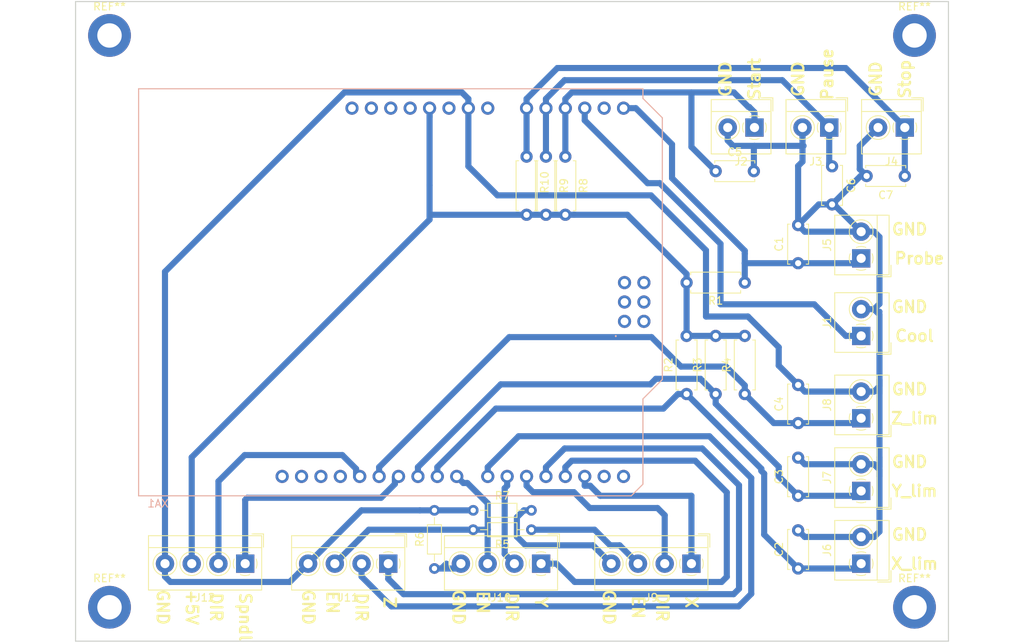
<source format=kicad_pcb>
(kicad_pcb (version 20171130) (host pcbnew 5.0.2+dfsg1-1)

  (general
    (thickness 1.6)
    (drawings 36)
    (tracks 260)
    (zones 0)
    (modules 34)
    (nets 41)
  )

  (page A4)
  (layers
    (0 F.Cu signal)
    (31 B.Cu signal)
    (32 B.Adhes user)
    (33 F.Adhes user)
    (34 B.Paste user)
    (35 F.Paste user)
    (36 B.SilkS user)
    (37 F.SilkS user)
    (38 B.Mask user)
    (39 F.Mask user)
    (40 Dwgs.User user)
    (41 Cmts.User user)
    (42 Eco1.User user)
    (43 Eco2.User user)
    (44 Edge.Cuts user)
    (45 Margin user)
    (46 B.CrtYd user)
    (47 F.CrtYd user)
    (48 B.Fab user)
    (49 F.Fab user)
  )

  (setup
    (last_trace_width 0.8)
    (trace_clearance 0.8)
    (zone_clearance 0.508)
    (zone_45_only no)
    (trace_min 0.2)
    (segment_width 0.2)
    (edge_width 0.15)
    (via_size 0.8)
    (via_drill 0.4)
    (via_min_size 0.4)
    (via_min_drill 0.3)
    (uvia_size 0.3)
    (uvia_drill 0.1)
    (uvias_allowed no)
    (uvia_min_size 0.2)
    (uvia_min_drill 0.1)
    (pcb_text_width 0.3)
    (pcb_text_size 1.5 1.5)
    (mod_edge_width 0.15)
    (mod_text_size 1 1)
    (mod_text_width 0.15)
    (pad_size 1.524 1.524)
    (pad_drill 0.762)
    (pad_to_mask_clearance 0.051)
    (solder_mask_min_width 0.25)
    (aux_axis_origin 0 0)
    (visible_elements FFFFFF7F)
    (pcbplotparams
      (layerselection 0x010fc_ffffffff)
      (usegerberextensions false)
      (usegerberattributes false)
      (usegerberadvancedattributes false)
      (creategerberjobfile false)
      (excludeedgelayer true)
      (linewidth 0.100000)
      (plotframeref false)
      (viasonmask false)
      (mode 1)
      (useauxorigin false)
      (hpglpennumber 1)
      (hpglpenspeed 20)
      (hpglpendiameter 15.000000)
      (psnegative false)
      (psa4output false)
      (plotreference true)
      (plotvalue true)
      (plotinvisibletext false)
      (padsonsilk false)
      (subtractmaskfromsilk false)
      (outputformat 1)
      (mirror false)
      (drillshape 1)
      (scaleselection 1)
      (outputdirectory ""))
  )

  (net 0 "")
  (net 1 GNDREF)
  (net 2 "Net-(C1-Pad1)")
  (net 3 "Net-(C2-Pad1)")
  (net 4 "Net-(C3-Pad1)")
  (net 5 "Net-(C4-Pad1)")
  (net 6 "Net-(J1-Pad1)")
  (net 7 "Net-(J9-Pad1)")
  (net 8 "Net-(J9-Pad2)")
  (net 9 "Net-(J10-Pad3)")
  (net 10 "Net-(J10-Pad2)")
  (net 11 "Net-(J10-Pad1)")
  (net 12 "Net-(J11-Pad1)")
  (net 13 "Net-(J11-Pad2)")
  (net 14 "Net-(J12-Pad3)")
  (net 15 "Net-(J12-Pad2)")
  (net 16 "Net-(J12-Pad1)")
  (net 17 "Net-(XA1-PadRST2)")
  (net 18 "Net-(XA1-PadGND4)")
  (net 19 "Net-(XA1-PadMOSI)")
  (net 20 "Net-(XA1-PadSCK)")
  (net 21 "Net-(XA1-Pad5V2)")
  (net 22 "Net-(XA1-PadVIN)")
  (net 23 "Net-(XA1-PadGND2)")
  (net 24 "Net-(XA1-Pad3V3)")
  (net 25 "Net-(XA1-PadRST1)")
  (net 26 "Net-(XA1-PadIORF)")
  (net 27 "Net-(XA1-PadD0)")
  (net 28 "Net-(XA1-PadD1)")
  (net 29 "Net-(XA1-PadSCL)")
  (net 30 "Net-(XA1-PadSDA)")
  (net 31 "Net-(XA1-PadAREF)")
  (net 32 "Net-(XA1-PadA4)")
  (net 33 "Net-(XA1-PadMISO)")
  (net 34 "Net-(XA1-PadGND1)")
  (net 35 "Net-(J9-Pad4)")
  (net 36 "Net-(J10-Pad4)")
  (net 37 "Net-(J9-Pad3)")
  (net 38 "Net-(C5-Pad1)")
  (net 39 "Net-(C6-Pad1)")
  (net 40 "Net-(C7-Pad1)")

  (net_class Default "This is the default net class."
    (clearance 0.8)
    (trace_width 0.8)
    (via_dia 0.8)
    (via_drill 0.4)
    (uvia_dia 0.3)
    (uvia_drill 0.1)
    (add_net GNDREF)
    (add_net "Net-(C1-Pad1)")
    (add_net "Net-(C2-Pad1)")
    (add_net "Net-(C3-Pad1)")
    (add_net "Net-(C4-Pad1)")
    (add_net "Net-(C5-Pad1)")
    (add_net "Net-(C6-Pad1)")
    (add_net "Net-(C7-Pad1)")
    (add_net "Net-(J1-Pad1)")
    (add_net "Net-(J10-Pad1)")
    (add_net "Net-(J10-Pad2)")
    (add_net "Net-(J10-Pad3)")
    (add_net "Net-(J10-Pad4)")
    (add_net "Net-(J11-Pad1)")
    (add_net "Net-(J11-Pad2)")
    (add_net "Net-(J12-Pad1)")
    (add_net "Net-(J12-Pad2)")
    (add_net "Net-(J12-Pad3)")
    (add_net "Net-(J9-Pad1)")
    (add_net "Net-(J9-Pad2)")
    (add_net "Net-(J9-Pad3)")
    (add_net "Net-(J9-Pad4)")
    (add_net "Net-(XA1-Pad3V3)")
    (add_net "Net-(XA1-Pad5V2)")
    (add_net "Net-(XA1-PadA4)")
    (add_net "Net-(XA1-PadAREF)")
    (add_net "Net-(XA1-PadD0)")
    (add_net "Net-(XA1-PadD1)")
    (add_net "Net-(XA1-PadGND1)")
    (add_net "Net-(XA1-PadGND2)")
    (add_net "Net-(XA1-PadGND4)")
    (add_net "Net-(XA1-PadIORF)")
    (add_net "Net-(XA1-PadMISO)")
    (add_net "Net-(XA1-PadMOSI)")
    (add_net "Net-(XA1-PadRST1)")
    (add_net "Net-(XA1-PadRST2)")
    (add_net "Net-(XA1-PadSCK)")
    (add_net "Net-(XA1-PadSCL)")
    (add_net "Net-(XA1-PadSDA)")
    (add_net "Net-(XA1-PadVIN)")
  )

  (module MountingHole:MountingHole_3.2mm_M3_DIN965_Pad (layer F.Cu) (tedit 56D1B4CB) (tstamp 5DB83E65)
    (at 198.755 48.895)
    (descr "Mounting Hole 3.2mm, M3, DIN965")
    (tags "mounting hole 3.2mm m3 din965")
    (attr virtual)
    (fp_text reference REF** (at 0 -3.8) (layer F.SilkS)
      (effects (font (size 1 1) (thickness 0.15)))
    )
    (fp_text value MountingHole_3.2mm_M3_DIN965_Pad (at 0 3.8) (layer F.Fab)
      (effects (font (size 1 1) (thickness 0.15)))
    )
    (fp_text user %R (at 0.3 0) (layer F.Fab)
      (effects (font (size 1 1) (thickness 0.15)))
    )
    (fp_circle (center 0 0) (end 2.8 0) (layer Cmts.User) (width 0.15))
    (fp_circle (center 0 0) (end 3.05 0) (layer F.CrtYd) (width 0.05))
    (pad 1 thru_hole circle (at 0 0) (size 5.6 5.6) (drill 3.2) (layers *.Cu *.Mask))
  )

  (module MountingHole:MountingHole_3.2mm_M3_DIN965_Pad (layer F.Cu) (tedit 56D1B4CB) (tstamp 5DB83E65)
    (at 198.755 123.825)
    (descr "Mounting Hole 3.2mm, M3, DIN965")
    (tags "mounting hole 3.2mm m3 din965")
    (attr virtual)
    (fp_text reference REF** (at 0 -3.8) (layer F.SilkS)
      (effects (font (size 1 1) (thickness 0.15)))
    )
    (fp_text value MountingHole_3.2mm_M3_DIN965_Pad (at 0 3.8) (layer F.Fab)
      (effects (font (size 1 1) (thickness 0.15)))
    )
    (fp_text user %R (at 0.3 0) (layer F.Fab)
      (effects (font (size 1 1) (thickness 0.15)))
    )
    (fp_circle (center 0 0) (end 2.8 0) (layer Cmts.User) (width 0.15))
    (fp_circle (center 0 0) (end 3.05 0) (layer F.CrtYd) (width 0.05))
    (pad 1 thru_hole circle (at 0 0) (size 5.6 5.6) (drill 3.2) (layers *.Cu *.Mask))
  )

  (module MountingHole:MountingHole_3.2mm_M3_DIN965_Pad (layer F.Cu) (tedit 56D1B4CB) (tstamp 5DB83E65)
    (at 93.345 123.825)
    (descr "Mounting Hole 3.2mm, M3, DIN965")
    (tags "mounting hole 3.2mm m3 din965")
    (attr virtual)
    (fp_text reference REF** (at 0 -3.8) (layer F.SilkS)
      (effects (font (size 1 1) (thickness 0.15)))
    )
    (fp_text value MountingHole_3.2mm_M3_DIN965_Pad (at 0 3.8) (layer F.Fab)
      (effects (font (size 1 1) (thickness 0.15)))
    )
    (fp_text user %R (at 0.3 0) (layer F.Fab)
      (effects (font (size 1 1) (thickness 0.15)))
    )
    (fp_circle (center 0 0) (end 2.8 0) (layer Cmts.User) (width 0.15))
    (fp_circle (center 0 0) (end 3.05 0) (layer F.CrtYd) (width 0.05))
    (pad 1 thru_hole circle (at 0 0) (size 5.6 5.6) (drill 3.2) (layers *.Cu *.Mask))
  )

  (module TerminalBlock_4Ucon:TerminalBlock_4Ucon_1x04_P3.50mm_Horizontal (layer F.Cu) (tedit 5B294E91) (tstamp 5DB7D78F)
    (at 129.85 118.11 180)
    (descr "Terminal Block 4Ucon ItemNo. 20001, 4 pins, pitch 3.5mm, size 14.7x7mm^2, drill diamater 1.2mm, pad diameter 2.4mm, see http://www.4uconnector.com/online/object/4udrawing/20001.pdf, script-generated using https://github.com/pointhi/kicad-footprint-generator/scripts/TerminalBlock_4Ucon")
    (tags "THT Terminal Block 4Ucon ItemNo. 20001 pitch 3.5mm size 14.7x7mm^2 drill 1.2mm pad 2.4mm")
    (path /5DAB8162)
    (fp_text reference J11 (at 5.25 -4.46 180) (layer F.SilkS)
      (effects (font (size 1 1) (thickness 0.15)))
    )
    (fp_text value Z_motor (at 5.25 4.66 180) (layer F.Fab)
      (effects (font (size 1 1) (thickness 0.15)))
    )
    (fp_arc (start 0 0) (end 0 1.555) (angle -23) (layer F.SilkS) (width 0.12))
    (fp_arc (start 0 0) (end 1.432 0.608) (angle -46) (layer F.SilkS) (width 0.12))
    (fp_arc (start 0 0) (end 0.608 -1.432) (angle -46) (layer F.SilkS) (width 0.12))
    (fp_arc (start 0 0) (end -1.432 -0.608) (angle -46) (layer F.SilkS) (width 0.12))
    (fp_arc (start 0 0) (end -0.608 1.432) (angle -24) (layer F.SilkS) (width 0.12))
    (fp_circle (center 0 0) (end 1.375 0) (layer F.Fab) (width 0.1))
    (fp_circle (center 3.5 0) (end 4.875 0) (layer F.Fab) (width 0.1))
    (fp_circle (center 3.5 0) (end 5.055 0) (layer F.SilkS) (width 0.12))
    (fp_circle (center 7 0) (end 8.375 0) (layer F.Fab) (width 0.1))
    (fp_circle (center 7 0) (end 8.555 0) (layer F.SilkS) (width 0.12))
    (fp_circle (center 10.5 0) (end 11.875 0) (layer F.Fab) (width 0.1))
    (fp_circle (center 10.5 0) (end 12.055 0) (layer F.SilkS) (width 0.12))
    (fp_line (start -2.1 -3.4) (end 12.6 -3.4) (layer F.Fab) (width 0.1))
    (fp_line (start 12.6 -3.4) (end 12.6 3.6) (layer F.Fab) (width 0.1))
    (fp_line (start 12.6 3.6) (end -0.6 3.6) (layer F.Fab) (width 0.1))
    (fp_line (start -0.6 3.6) (end -2.1 2.1) (layer F.Fab) (width 0.1))
    (fp_line (start -2.1 2.1) (end -2.1 -3.4) (layer F.Fab) (width 0.1))
    (fp_line (start -2.1 2.1) (end 12.6 2.1) (layer F.Fab) (width 0.1))
    (fp_line (start -2.16 2.1) (end 12.66 2.1) (layer F.SilkS) (width 0.12))
    (fp_line (start -2.16 -3.46) (end 12.66 -3.46) (layer F.SilkS) (width 0.12))
    (fp_line (start -2.16 3.66) (end 12.66 3.66) (layer F.SilkS) (width 0.12))
    (fp_line (start -2.16 -3.46) (end -2.16 3.66) (layer F.SilkS) (width 0.12))
    (fp_line (start 12.66 -3.46) (end 12.66 3.66) (layer F.SilkS) (width 0.12))
    (fp_line (start -1.1 -0.069) (end -0.069 -0.069) (layer F.Fab) (width 0.1))
    (fp_line (start -0.069 -0.069) (end -0.069 -1.1) (layer F.Fab) (width 0.1))
    (fp_line (start -0.069 -1.1) (end 0.069 -1.1) (layer F.Fab) (width 0.1))
    (fp_line (start 0.069 -1.1) (end 0.069 -0.069) (layer F.Fab) (width 0.1))
    (fp_line (start 0.069 -0.069) (end 1.1 -0.069) (layer F.Fab) (width 0.1))
    (fp_line (start 1.1 -0.069) (end 1.1 0.069) (layer F.Fab) (width 0.1))
    (fp_line (start 1.1 0.069) (end 0.069 0.069) (layer F.Fab) (width 0.1))
    (fp_line (start 0.069 0.069) (end 0.069 1.1) (layer F.Fab) (width 0.1))
    (fp_line (start 0.069 1.1) (end -0.069 1.1) (layer F.Fab) (width 0.1))
    (fp_line (start -0.069 1.1) (end -0.069 0.069) (layer F.Fab) (width 0.1))
    (fp_line (start -0.069 0.069) (end -1.1 0.069) (layer F.Fab) (width 0.1))
    (fp_line (start -1.1 0.069) (end -1.1 -0.069) (layer F.Fab) (width 0.1))
    (fp_line (start 2.4 -0.069) (end 3.431 -0.069) (layer F.Fab) (width 0.1))
    (fp_line (start 3.431 -0.069) (end 3.431 -1.1) (layer F.Fab) (width 0.1))
    (fp_line (start 3.431 -1.1) (end 3.569 -1.1) (layer F.Fab) (width 0.1))
    (fp_line (start 3.569 -1.1) (end 3.569 -0.069) (layer F.Fab) (width 0.1))
    (fp_line (start 3.569 -0.069) (end 4.6 -0.069) (layer F.Fab) (width 0.1))
    (fp_line (start 4.6 -0.069) (end 4.6 0.069) (layer F.Fab) (width 0.1))
    (fp_line (start 4.6 0.069) (end 3.569 0.069) (layer F.Fab) (width 0.1))
    (fp_line (start 3.569 0.069) (end 3.569 1.1) (layer F.Fab) (width 0.1))
    (fp_line (start 3.569 1.1) (end 3.431 1.1) (layer F.Fab) (width 0.1))
    (fp_line (start 3.431 1.1) (end 3.431 0.069) (layer F.Fab) (width 0.1))
    (fp_line (start 3.431 0.069) (end 2.4 0.069) (layer F.Fab) (width 0.1))
    (fp_line (start 2.4 0.069) (end 2.4 -0.069) (layer F.Fab) (width 0.1))
    (fp_line (start 5.9 -0.069) (end 6.931 -0.069) (layer F.Fab) (width 0.1))
    (fp_line (start 6.931 -0.069) (end 6.931 -1.1) (layer F.Fab) (width 0.1))
    (fp_line (start 6.931 -1.1) (end 7.069 -1.1) (layer F.Fab) (width 0.1))
    (fp_line (start 7.069 -1.1) (end 7.069 -0.069) (layer F.Fab) (width 0.1))
    (fp_line (start 7.069 -0.069) (end 8.1 -0.069) (layer F.Fab) (width 0.1))
    (fp_line (start 8.1 -0.069) (end 8.1 0.069) (layer F.Fab) (width 0.1))
    (fp_line (start 8.1 0.069) (end 7.069 0.069) (layer F.Fab) (width 0.1))
    (fp_line (start 7.069 0.069) (end 7.069 1.1) (layer F.Fab) (width 0.1))
    (fp_line (start 7.069 1.1) (end 6.931 1.1) (layer F.Fab) (width 0.1))
    (fp_line (start 6.931 1.1) (end 6.931 0.069) (layer F.Fab) (width 0.1))
    (fp_line (start 6.931 0.069) (end 5.9 0.069) (layer F.Fab) (width 0.1))
    (fp_line (start 5.9 0.069) (end 5.9 -0.069) (layer F.Fab) (width 0.1))
    (fp_line (start 9.4 -0.069) (end 10.431 -0.069) (layer F.Fab) (width 0.1))
    (fp_line (start 10.431 -0.069) (end 10.431 -1.1) (layer F.Fab) (width 0.1))
    (fp_line (start 10.431 -1.1) (end 10.569 -1.1) (layer F.Fab) (width 0.1))
    (fp_line (start 10.569 -1.1) (end 10.569 -0.069) (layer F.Fab) (width 0.1))
    (fp_line (start 10.569 -0.069) (end 11.6 -0.069) (layer F.Fab) (width 0.1))
    (fp_line (start 11.6 -0.069) (end 11.6 0.069) (layer F.Fab) (width 0.1))
    (fp_line (start 11.6 0.069) (end 10.569 0.069) (layer F.Fab) (width 0.1))
    (fp_line (start 10.569 0.069) (end 10.569 1.1) (layer F.Fab) (width 0.1))
    (fp_line (start 10.569 1.1) (end 10.431 1.1) (layer F.Fab) (width 0.1))
    (fp_line (start 10.431 1.1) (end 10.431 0.069) (layer F.Fab) (width 0.1))
    (fp_line (start 10.431 0.069) (end 9.4 0.069) (layer F.Fab) (width 0.1))
    (fp_line (start 9.4 0.069) (end 9.4 -0.069) (layer F.Fab) (width 0.1))
    (fp_line (start -2.4 2.16) (end -2.4 3.9) (layer F.SilkS) (width 0.12))
    (fp_line (start -2.4 3.9) (end -0.9 3.9) (layer F.SilkS) (width 0.12))
    (fp_line (start -2.6 -3.9) (end -2.6 4.1) (layer F.CrtYd) (width 0.05))
    (fp_line (start -2.6 4.1) (end 13.1 4.1) (layer F.CrtYd) (width 0.05))
    (fp_line (start 13.1 4.1) (end 13.1 -3.9) (layer F.CrtYd) (width 0.05))
    (fp_line (start 13.1 -3.9) (end -2.6 -3.9) (layer F.CrtYd) (width 0.05))
    (fp_text user %R (at 5.25 2.9 180) (layer F.Fab)
      (effects (font (size 1 1) (thickness 0.15)))
    )
    (pad 1 thru_hole rect (at 0 0 180) (size 2.4 2.4) (drill 1.2) (layers *.Cu *.Mask)
      (net 12 "Net-(J11-Pad1)"))
    (pad 2 thru_hole circle (at 3.5 0 180) (size 2.4 2.4) (drill 1.2) (layers *.Cu *.Mask)
      (net 13 "Net-(J11-Pad2)"))
    (pad 3 thru_hole circle (at 7 0 180) (size 2.4 2.4) (drill 1.2) (layers *.Cu *.Mask)
      (net 9 "Net-(J10-Pad3)"))
    (pad 4 thru_hole circle (at 10.5 0 180) (size 2.4 2.4) (drill 1.2) (layers *.Cu *.Mask)
      (net 1 GNDREF))
    (model ${KISYS3DMOD}/TerminalBlock_4Ucon.3dshapes/TerminalBlock_4Ucon_1x04_P3.50mm_Horizontal.wrl
      (at (xyz 0 0 0))
      (scale (xyz 1 1 1))
      (rotate (xyz 0 0 0))
    )
  )

  (module Arduino:Arduino_Uno_Shield (layer B.Cu) (tedit 5A8605EC) (tstamp 5DB7D881)
    (at 97.155 55.88)
    (descr https://store.arduino.cc/arduino-uno-rev3)
    (path /5DAB78F1)
    (fp_text reference XA1 (at 2.54 54.356) (layer B.SilkS)
      (effects (font (size 1 1) (thickness 0.15)) (justify mirror))
    )
    (fp_text value Arduino_Uno_Shield (at 15.494 54.356) (layer B.Fab)
      (effects (font (size 1 1) (thickness 0.15)) (justify mirror))
    )
    (fp_line (start 9.525 32.385) (end -6.35 32.385) (layer F.CrtYd) (width 0.15))
    (fp_line (start 9.525 43.815) (end -6.35 43.815) (layer F.CrtYd) (width 0.15))
    (fp_line (start 9.525 43.815) (end 9.525 32.385) (layer F.CrtYd) (width 0.15))
    (fp_line (start -6.35 43.815) (end -6.35 32.385) (layer F.CrtYd) (width 0.15))
    (fp_text user . (at 62.484 32.004) (layer B.SilkS)
      (effects (font (size 1 1) (thickness 0.15)) (justify mirror))
    )
    (fp_line (start 11.43 12.065) (end 11.43 3.175) (layer F.CrtYd) (width 0.15))
    (fp_line (start -1.905 3.175) (end 11.43 3.175) (layer F.CrtYd) (width 0.15))
    (fp_line (start -1.905 12.065) (end -1.905 3.175) (layer F.CrtYd) (width 0.15))
    (fp_line (start -1.905 12.065) (end 11.43 12.065) (layer F.CrtYd) (width 0.15))
    (fp_line (start 0 53.34) (end 0 0) (layer B.SilkS) (width 0.15))
    (fp_line (start 66.04 40.64) (end 66.04 51.816) (layer B.SilkS) (width 0.15))
    (fp_line (start 68.58 38.1) (end 66.04 40.64) (layer B.SilkS) (width 0.15))
    (fp_line (start 68.58 3.81) (end 68.58 38.1) (layer B.SilkS) (width 0.15))
    (fp_line (start 66.04 1.27) (end 68.58 3.81) (layer B.SilkS) (width 0.15))
    (fp_line (start 66.04 0) (end 66.04 1.27) (layer B.SilkS) (width 0.15))
    (fp_line (start 64.516 53.34) (end 66.04 51.816) (layer B.SilkS) (width 0.15))
    (fp_line (start 0 0) (end 66.04 0) (layer B.SilkS) (width 0.15))
    (fp_line (start 0 53.34) (end 64.516 53.34) (layer B.SilkS) (width 0.15))
    (pad RST2 thru_hole oval (at 63.627 25.4) (size 1.7272 1.7272) (drill 1.016) (layers *.Cu *.Mask)
      (net 17 "Net-(XA1-PadRST2)"))
    (pad GND4 thru_hole oval (at 66.167 25.4) (size 1.7272 1.7272) (drill 1.016) (layers *.Cu *.Mask)
      (net 18 "Net-(XA1-PadGND4)"))
    (pad MOSI thru_hole oval (at 66.167 27.94) (size 1.7272 1.7272) (drill 1.016) (layers *.Cu *.Mask)
      (net 19 "Net-(XA1-PadMOSI)"))
    (pad SCK thru_hole oval (at 63.627 27.94) (size 1.7272 1.7272) (drill 1.016) (layers *.Cu *.Mask)
      (net 20 "Net-(XA1-PadSCK)"))
    (pad 5V2 thru_hole oval (at 66.167 30.48) (size 1.7272 1.7272) (drill 1.016) (layers *.Cu *.Mask)
      (net 21 "Net-(XA1-Pad5V2)"))
    (pad A0 thru_hole oval (at 50.8 2.54) (size 1.7272 1.7272) (drill 1.016) (layers *.Cu *.Mask)
      (net 40 "Net-(C7-Pad1)"))
    (pad VIN thru_hole oval (at 45.72 2.54) (size 1.7272 1.7272) (drill 1.016) (layers *.Cu *.Mask)
      (net 22 "Net-(XA1-PadVIN)"))
    (pad GND3 thru_hole oval (at 43.18 2.54) (size 1.7272 1.7272) (drill 1.016) (layers *.Cu *.Mask)
      (net 1 GNDREF))
    (pad GND2 thru_hole oval (at 40.64 2.54) (size 1.7272 1.7272) (drill 1.016) (layers *.Cu *.Mask)
      (net 23 "Net-(XA1-PadGND2)"))
    (pad 5V1 thru_hole oval (at 38.1 2.54) (size 1.7272 1.7272) (drill 1.016) (layers *.Cu *.Mask)
      (net 14 "Net-(J12-Pad3)"))
    (pad 3V3 thru_hole oval (at 35.56 2.54) (size 1.7272 1.7272) (drill 1.016) (layers *.Cu *.Mask)
      (net 24 "Net-(XA1-Pad3V3)"))
    (pad RST1 thru_hole oval (at 33.02 2.54) (size 1.7272 1.7272) (drill 1.016) (layers *.Cu *.Mask)
      (net 25 "Net-(XA1-PadRST1)"))
    (pad IORF thru_hole oval (at 30.48 2.54) (size 1.7272 1.7272) (drill 1.016) (layers *.Cu *.Mask)
      (net 26 "Net-(XA1-PadIORF)"))
    (pad D0 thru_hole oval (at 63.5 50.8) (size 1.7272 1.7272) (drill 1.016) (layers *.Cu *.Mask)
      (net 27 "Net-(XA1-PadD0)"))
    (pad D1 thru_hole oval (at 60.96 50.8) (size 1.7272 1.7272) (drill 1.016) (layers *.Cu *.Mask)
      (net 28 "Net-(XA1-PadD1)"))
    (pad D2 thru_hole oval (at 58.42 50.8) (size 1.7272 1.7272) (drill 1.016) (layers *.Cu *.Mask)
      (net 7 "Net-(J9-Pad1)"))
    (pad D3 thru_hole oval (at 55.88 50.8) (size 1.7272 1.7272) (drill 1.016) (layers *.Cu *.Mask)
      (net 11 "Net-(J10-Pad1)"))
    (pad D4 thru_hole oval (at 53.34 50.8) (size 1.7272 1.7272) (drill 1.016) (layers *.Cu *.Mask)
      (net 12 "Net-(J11-Pad1)"))
    (pad D5 thru_hole oval (at 50.8 50.8) (size 1.7272 1.7272) (drill 1.016) (layers *.Cu *.Mask)
      (net 8 "Net-(J9-Pad2)"))
    (pad D6 thru_hole oval (at 48.26 50.8) (size 1.7272 1.7272) (drill 1.016) (layers *.Cu *.Mask)
      (net 10 "Net-(J10-Pad2)"))
    (pad D7 thru_hole oval (at 45.72 50.8) (size 1.7272 1.7272) (drill 1.016) (layers *.Cu *.Mask)
      (net 13 "Net-(J11-Pad2)"))
    (pad GND1 thru_hole oval (at 26.416 50.8) (size 1.7272 1.7272) (drill 1.016) (layers *.Cu *.Mask)
      (net 34 "Net-(XA1-PadGND1)"))
    (pad D8 thru_hole oval (at 41.656 50.8) (size 1.7272 1.7272) (drill 1.016) (layers *.Cu *.Mask)
      (net 9 "Net-(J10-Pad3)"))
    (pad D9 thru_hole oval (at 39.116 50.8) (size 1.7272 1.7272) (drill 1.016) (layers *.Cu *.Mask)
      (net 3 "Net-(C2-Pad1)"))
    (pad D10 thru_hole oval (at 36.576 50.8) (size 1.7272 1.7272) (drill 1.016) (layers *.Cu *.Mask)
      (net 4 "Net-(C3-Pad1)"))
    (pad "" np_thru_hole circle (at 66.04 7.62) (size 3.2 3.2) (drill 3.2) (layers *.Cu *.Mask))
    (pad "" np_thru_hole circle (at 66.04 35.56) (size 3.2 3.2) (drill 3.2) (layers *.Cu *.Mask))
    (pad "" np_thru_hole circle (at 15.24 50.8) (size 3.2 3.2) (drill 3.2) (layers *.Cu *.Mask))
    (pad "" np_thru_hole circle (at 13.97 2.54) (size 3.2 3.2) (drill 3.2) (layers *.Cu *.Mask))
    (pad SCL thru_hole oval (at 18.796 50.8) (size 1.7272 1.7272) (drill 1.016) (layers *.Cu *.Mask)
      (net 29 "Net-(XA1-PadSCL)"))
    (pad SDA thru_hole oval (at 21.336 50.8) (size 1.7272 1.7272) (drill 1.016) (layers *.Cu *.Mask)
      (net 30 "Net-(XA1-PadSDA)"))
    (pad AREF thru_hole oval (at 23.876 50.8) (size 1.7272 1.7272) (drill 1.016) (layers *.Cu *.Mask)
      (net 31 "Net-(XA1-PadAREF)"))
    (pad D13 thru_hole oval (at 28.956 50.8) (size 1.7272 1.7272) (drill 1.016) (layers *.Cu *.Mask)
      (net 15 "Net-(J12-Pad2)"))
    (pad D12 thru_hole oval (at 31.496 50.8) (size 1.7272 1.7272) (drill 1.016) (layers *.Cu *.Mask)
      (net 5 "Net-(C4-Pad1)"))
    (pad D11 thru_hole oval (at 34.036 50.8) (size 1.7272 1.7272) (drill 1.016) (layers *.Cu *.Mask)
      (net 16 "Net-(J12-Pad1)"))
    (pad "" thru_hole oval (at 27.94 2.54) (size 1.7272 1.7272) (drill 1.016) (layers *.Cu *.Mask))
    (pad A1 thru_hole oval (at 53.34 2.54) (size 1.7272 1.7272) (drill 1.016) (layers *.Cu *.Mask)
      (net 39 "Net-(C6-Pad1)"))
    (pad A2 thru_hole oval (at 55.88 2.54) (size 1.7272 1.7272) (drill 1.016) (layers *.Cu *.Mask)
      (net 38 "Net-(C5-Pad1)"))
    (pad A3 thru_hole oval (at 58.42 2.54) (size 1.7272 1.7272) (drill 1.016) (layers *.Cu *.Mask)
      (net 6 "Net-(J1-Pad1)"))
    (pad A4 thru_hole oval (at 60.96 2.54) (size 1.7272 1.7272) (drill 1.016) (layers *.Cu *.Mask)
      (net 32 "Net-(XA1-PadA4)"))
    (pad A5 thru_hole oval (at 63.5 2.54) (size 1.7272 1.7272) (drill 1.016) (layers *.Cu *.Mask)
      (net 2 "Net-(C1-Pad1)"))
    (pad MISO thru_hole oval (at 63.627 30.48) (size 1.7272 1.7272) (drill 1.016) (layers *.Cu *.Mask)
      (net 33 "Net-(XA1-PadMISO)"))
  )

  (module TerminalBlock_4Ucon:TerminalBlock_4Ucon_1x04_P3.50mm_Horizontal (layer F.Cu) (tedit 5B294E91) (tstamp 5DB7D6E3)
    (at 169.545 118.11 180)
    (descr "Terminal Block 4Ucon ItemNo. 20001, 4 pins, pitch 3.5mm, size 14.7x7mm^2, drill diamater 1.2mm, pad diameter 2.4mm, see http://www.4uconnector.com/online/object/4udrawing/20001.pdf, script-generated using https://github.com/pointhi/kicad-footprint-generator/scripts/TerminalBlock_4Ucon")
    (tags "THT Terminal Block 4Ucon ItemNo. 20001 pitch 3.5mm size 14.7x7mm^2 drill 1.2mm pad 2.4mm")
    (path /5DAB8079)
    (fp_text reference J9 (at 5.25 -4.46 180) (layer F.SilkS)
      (effects (font (size 1 1) (thickness 0.15)))
    )
    (fp_text value X_Motor (at 5.25 4.66 180) (layer F.Fab)
      (effects (font (size 1 1) (thickness 0.15)))
    )
    (fp_arc (start 0 0) (end 0 1.555) (angle -23) (layer F.SilkS) (width 0.12))
    (fp_arc (start 0 0) (end 1.432 0.608) (angle -46) (layer F.SilkS) (width 0.12))
    (fp_arc (start 0 0) (end 0.608 -1.432) (angle -46) (layer F.SilkS) (width 0.12))
    (fp_arc (start 0 0) (end -1.432 -0.608) (angle -46) (layer F.SilkS) (width 0.12))
    (fp_arc (start 0 0) (end -0.608 1.432) (angle -24) (layer F.SilkS) (width 0.12))
    (fp_circle (center 0 0) (end 1.375 0) (layer F.Fab) (width 0.1))
    (fp_circle (center 3.5 0) (end 4.875 0) (layer F.Fab) (width 0.1))
    (fp_circle (center 3.5 0) (end 5.055 0) (layer F.SilkS) (width 0.12))
    (fp_circle (center 7 0) (end 8.375 0) (layer F.Fab) (width 0.1))
    (fp_circle (center 7 0) (end 8.555 0) (layer F.SilkS) (width 0.12))
    (fp_circle (center 10.5 0) (end 11.875 0) (layer F.Fab) (width 0.1))
    (fp_circle (center 10.5 0) (end 12.055 0) (layer F.SilkS) (width 0.12))
    (fp_line (start -2.1 -3.4) (end 12.6 -3.4) (layer F.Fab) (width 0.1))
    (fp_line (start 12.6 -3.4) (end 12.6 3.6) (layer F.Fab) (width 0.1))
    (fp_line (start 12.6 3.6) (end -0.6 3.6) (layer F.Fab) (width 0.1))
    (fp_line (start -0.6 3.6) (end -2.1 2.1) (layer F.Fab) (width 0.1))
    (fp_line (start -2.1 2.1) (end -2.1 -3.4) (layer F.Fab) (width 0.1))
    (fp_line (start -2.1 2.1) (end 12.6 2.1) (layer F.Fab) (width 0.1))
    (fp_line (start -2.16 2.1) (end 12.66 2.1) (layer F.SilkS) (width 0.12))
    (fp_line (start -2.16 -3.46) (end 12.66 -3.46) (layer F.SilkS) (width 0.12))
    (fp_line (start -2.16 3.66) (end 12.66 3.66) (layer F.SilkS) (width 0.12))
    (fp_line (start -2.16 -3.46) (end -2.16 3.66) (layer F.SilkS) (width 0.12))
    (fp_line (start 12.66 -3.46) (end 12.66 3.66) (layer F.SilkS) (width 0.12))
    (fp_line (start -1.1 -0.069) (end -0.069 -0.069) (layer F.Fab) (width 0.1))
    (fp_line (start -0.069 -0.069) (end -0.069 -1.1) (layer F.Fab) (width 0.1))
    (fp_line (start -0.069 -1.1) (end 0.069 -1.1) (layer F.Fab) (width 0.1))
    (fp_line (start 0.069 -1.1) (end 0.069 -0.069) (layer F.Fab) (width 0.1))
    (fp_line (start 0.069 -0.069) (end 1.1 -0.069) (layer F.Fab) (width 0.1))
    (fp_line (start 1.1 -0.069) (end 1.1 0.069) (layer F.Fab) (width 0.1))
    (fp_line (start 1.1 0.069) (end 0.069 0.069) (layer F.Fab) (width 0.1))
    (fp_line (start 0.069 0.069) (end 0.069 1.1) (layer F.Fab) (width 0.1))
    (fp_line (start 0.069 1.1) (end -0.069 1.1) (layer F.Fab) (width 0.1))
    (fp_line (start -0.069 1.1) (end -0.069 0.069) (layer F.Fab) (width 0.1))
    (fp_line (start -0.069 0.069) (end -1.1 0.069) (layer F.Fab) (width 0.1))
    (fp_line (start -1.1 0.069) (end -1.1 -0.069) (layer F.Fab) (width 0.1))
    (fp_line (start 2.4 -0.069) (end 3.431 -0.069) (layer F.Fab) (width 0.1))
    (fp_line (start 3.431 -0.069) (end 3.431 -1.1) (layer F.Fab) (width 0.1))
    (fp_line (start 3.431 -1.1) (end 3.569 -1.1) (layer F.Fab) (width 0.1))
    (fp_line (start 3.569 -1.1) (end 3.569 -0.069) (layer F.Fab) (width 0.1))
    (fp_line (start 3.569 -0.069) (end 4.6 -0.069) (layer F.Fab) (width 0.1))
    (fp_line (start 4.6 -0.069) (end 4.6 0.069) (layer F.Fab) (width 0.1))
    (fp_line (start 4.6 0.069) (end 3.569 0.069) (layer F.Fab) (width 0.1))
    (fp_line (start 3.569 0.069) (end 3.569 1.1) (layer F.Fab) (width 0.1))
    (fp_line (start 3.569 1.1) (end 3.431 1.1) (layer F.Fab) (width 0.1))
    (fp_line (start 3.431 1.1) (end 3.431 0.069) (layer F.Fab) (width 0.1))
    (fp_line (start 3.431 0.069) (end 2.4 0.069) (layer F.Fab) (width 0.1))
    (fp_line (start 2.4 0.069) (end 2.4 -0.069) (layer F.Fab) (width 0.1))
    (fp_line (start 5.9 -0.069) (end 6.931 -0.069) (layer F.Fab) (width 0.1))
    (fp_line (start 6.931 -0.069) (end 6.931 -1.1) (layer F.Fab) (width 0.1))
    (fp_line (start 6.931 -1.1) (end 7.069 -1.1) (layer F.Fab) (width 0.1))
    (fp_line (start 7.069 -1.1) (end 7.069 -0.069) (layer F.Fab) (width 0.1))
    (fp_line (start 7.069 -0.069) (end 8.1 -0.069) (layer F.Fab) (width 0.1))
    (fp_line (start 8.1 -0.069) (end 8.1 0.069) (layer F.Fab) (width 0.1))
    (fp_line (start 8.1 0.069) (end 7.069 0.069) (layer F.Fab) (width 0.1))
    (fp_line (start 7.069 0.069) (end 7.069 1.1) (layer F.Fab) (width 0.1))
    (fp_line (start 7.069 1.1) (end 6.931 1.1) (layer F.Fab) (width 0.1))
    (fp_line (start 6.931 1.1) (end 6.931 0.069) (layer F.Fab) (width 0.1))
    (fp_line (start 6.931 0.069) (end 5.9 0.069) (layer F.Fab) (width 0.1))
    (fp_line (start 5.9 0.069) (end 5.9 -0.069) (layer F.Fab) (width 0.1))
    (fp_line (start 9.4 -0.069) (end 10.431 -0.069) (layer F.Fab) (width 0.1))
    (fp_line (start 10.431 -0.069) (end 10.431 -1.1) (layer F.Fab) (width 0.1))
    (fp_line (start 10.431 -1.1) (end 10.569 -1.1) (layer F.Fab) (width 0.1))
    (fp_line (start 10.569 -1.1) (end 10.569 -0.069) (layer F.Fab) (width 0.1))
    (fp_line (start 10.569 -0.069) (end 11.6 -0.069) (layer F.Fab) (width 0.1))
    (fp_line (start 11.6 -0.069) (end 11.6 0.069) (layer F.Fab) (width 0.1))
    (fp_line (start 11.6 0.069) (end 10.569 0.069) (layer F.Fab) (width 0.1))
    (fp_line (start 10.569 0.069) (end 10.569 1.1) (layer F.Fab) (width 0.1))
    (fp_line (start 10.569 1.1) (end 10.431 1.1) (layer F.Fab) (width 0.1))
    (fp_line (start 10.431 1.1) (end 10.431 0.069) (layer F.Fab) (width 0.1))
    (fp_line (start 10.431 0.069) (end 9.4 0.069) (layer F.Fab) (width 0.1))
    (fp_line (start 9.4 0.069) (end 9.4 -0.069) (layer F.Fab) (width 0.1))
    (fp_line (start -2.4 2.16) (end -2.4 3.9) (layer F.SilkS) (width 0.12))
    (fp_line (start -2.4 3.9) (end -0.9 3.9) (layer F.SilkS) (width 0.12))
    (fp_line (start -2.6 -3.9) (end -2.6 4.1) (layer F.CrtYd) (width 0.05))
    (fp_line (start -2.6 4.1) (end 13.1 4.1) (layer F.CrtYd) (width 0.05))
    (fp_line (start 13.1 4.1) (end 13.1 -3.9) (layer F.CrtYd) (width 0.05))
    (fp_line (start 13.1 -3.9) (end -2.6 -3.9) (layer F.CrtYd) (width 0.05))
    (fp_text user %R (at 5.25 2.9 180) (layer F.Fab)
      (effects (font (size 1 1) (thickness 0.15)))
    )
    (pad 1 thru_hole rect (at 0 0 180) (size 2.4 2.4) (drill 1.2) (layers *.Cu *.Mask)
      (net 7 "Net-(J9-Pad1)"))
    (pad 2 thru_hole circle (at 3.5 0 180) (size 2.4 2.4) (drill 1.2) (layers *.Cu *.Mask)
      (net 8 "Net-(J9-Pad2)"))
    (pad 3 thru_hole circle (at 7 0 180) (size 2.4 2.4) (drill 1.2) (layers *.Cu *.Mask)
      (net 37 "Net-(J9-Pad3)"))
    (pad 4 thru_hole circle (at 10.5 0 180) (size 2.4 2.4) (drill 1.2) (layers *.Cu *.Mask)
      (net 35 "Net-(J9-Pad4)"))
    (model ${KISYS3DMOD}/TerminalBlock_4Ucon.3dshapes/TerminalBlock_4Ucon_1x04_P3.50mm_Horizontal.wrl
      (at (xyz 0 0 0))
      (scale (xyz 1 1 1))
      (rotate (xyz 0 0 0))
    )
  )

  (module Capacitor_THT:C_Disc_D5.0mm_W2.5mm_P5.00mm (layer F.Cu) (tedit 5AE50EF0) (tstamp 5DB7D48E)
    (at 183.515 78.74 90)
    (descr "C, Disc series, Radial, pin pitch=5.00mm, , diameter*width=5*2.5mm^2, Capacitor, http://cdn-reichelt.de/documents/datenblatt/B300/DS_KERKO_TC.pdf")
    (tags "C Disc series Radial pin pitch 5.00mm  diameter 5mm width 2.5mm Capacitor")
    (path /5DAB9A5F)
    (fp_text reference C1 (at 2.5 -2.5 90) (layer F.SilkS)
      (effects (font (size 1 1) (thickness 0.15)))
    )
    (fp_text value 100nf (at 2.5 2.5 90) (layer F.Fab)
      (effects (font (size 1 1) (thickness 0.15)))
    )
    (fp_text user %R (at 2.5 0 90) (layer F.Fab)
      (effects (font (size 1 1) (thickness 0.15)))
    )
    (fp_line (start 6.05 -1.5) (end -1.05 -1.5) (layer F.CrtYd) (width 0.05))
    (fp_line (start 6.05 1.5) (end 6.05 -1.5) (layer F.CrtYd) (width 0.05))
    (fp_line (start -1.05 1.5) (end 6.05 1.5) (layer F.CrtYd) (width 0.05))
    (fp_line (start -1.05 -1.5) (end -1.05 1.5) (layer F.CrtYd) (width 0.05))
    (fp_line (start 5.12 1.055) (end 5.12 1.37) (layer F.SilkS) (width 0.12))
    (fp_line (start 5.12 -1.37) (end 5.12 -1.055) (layer F.SilkS) (width 0.12))
    (fp_line (start -0.12 1.055) (end -0.12 1.37) (layer F.SilkS) (width 0.12))
    (fp_line (start -0.12 -1.37) (end -0.12 -1.055) (layer F.SilkS) (width 0.12))
    (fp_line (start -0.12 1.37) (end 5.12 1.37) (layer F.SilkS) (width 0.12))
    (fp_line (start -0.12 -1.37) (end 5.12 -1.37) (layer F.SilkS) (width 0.12))
    (fp_line (start 5 -1.25) (end 0 -1.25) (layer F.Fab) (width 0.1))
    (fp_line (start 5 1.25) (end 5 -1.25) (layer F.Fab) (width 0.1))
    (fp_line (start 0 1.25) (end 5 1.25) (layer F.Fab) (width 0.1))
    (fp_line (start 0 -1.25) (end 0 1.25) (layer F.Fab) (width 0.1))
    (pad 2 thru_hole circle (at 5 0 90) (size 1.6 1.6) (drill 0.8) (layers *.Cu *.Mask)
      (net 1 GNDREF))
    (pad 1 thru_hole circle (at 0 0 90) (size 1.6 1.6) (drill 0.8) (layers *.Cu *.Mask)
      (net 2 "Net-(C1-Pad1)"))
    (model ${KISYS3DMOD}/Capacitor_THT.3dshapes/C_Disc_D5.0mm_W2.5mm_P5.00mm.wrl
      (at (xyz 0 0 0))
      (scale (xyz 1 1 1))
      (rotate (xyz 0 0 0))
    )
  )

  (module Capacitor_THT:C_Disc_D5.0mm_W2.5mm_P5.00mm (layer F.Cu) (tedit 5AE50EF0) (tstamp 5DB7D4A3)
    (at 183.515 118.745 90)
    (descr "C, Disc series, Radial, pin pitch=5.00mm, , diameter*width=5*2.5mm^2, Capacitor, http://cdn-reichelt.de/documents/datenblatt/B300/DS_KERKO_TC.pdf")
    (tags "C Disc series Radial pin pitch 5.00mm  diameter 5mm width 2.5mm Capacitor")
    (path /5DAB8319)
    (fp_text reference C2 (at 2.5 -2.5 90) (layer F.SilkS)
      (effects (font (size 1 1) (thickness 0.15)))
    )
    (fp_text value 100nf (at 2.5 2.5 90) (layer F.Fab)
      (effects (font (size 1 1) (thickness 0.15)))
    )
    (fp_line (start 0 -1.25) (end 0 1.25) (layer F.Fab) (width 0.1))
    (fp_line (start 0 1.25) (end 5 1.25) (layer F.Fab) (width 0.1))
    (fp_line (start 5 1.25) (end 5 -1.25) (layer F.Fab) (width 0.1))
    (fp_line (start 5 -1.25) (end 0 -1.25) (layer F.Fab) (width 0.1))
    (fp_line (start -0.12 -1.37) (end 5.12 -1.37) (layer F.SilkS) (width 0.12))
    (fp_line (start -0.12 1.37) (end 5.12 1.37) (layer F.SilkS) (width 0.12))
    (fp_line (start -0.12 -1.37) (end -0.12 -1.055) (layer F.SilkS) (width 0.12))
    (fp_line (start -0.12 1.055) (end -0.12 1.37) (layer F.SilkS) (width 0.12))
    (fp_line (start 5.12 -1.37) (end 5.12 -1.055) (layer F.SilkS) (width 0.12))
    (fp_line (start 5.12 1.055) (end 5.12 1.37) (layer F.SilkS) (width 0.12))
    (fp_line (start -1.05 -1.5) (end -1.05 1.5) (layer F.CrtYd) (width 0.05))
    (fp_line (start -1.05 1.5) (end 6.05 1.5) (layer F.CrtYd) (width 0.05))
    (fp_line (start 6.05 1.5) (end 6.05 -1.5) (layer F.CrtYd) (width 0.05))
    (fp_line (start 6.05 -1.5) (end -1.05 -1.5) (layer F.CrtYd) (width 0.05))
    (fp_text user %R (at 2.5 0 90) (layer F.Fab)
      (effects (font (size 1 1) (thickness 0.15)))
    )
    (pad 1 thru_hole circle (at 0 0 90) (size 1.6 1.6) (drill 0.8) (layers *.Cu *.Mask)
      (net 3 "Net-(C2-Pad1)"))
    (pad 2 thru_hole circle (at 5 0 90) (size 1.6 1.6) (drill 0.8) (layers *.Cu *.Mask)
      (net 1 GNDREF))
    (model ${KISYS3DMOD}/Capacitor_THT.3dshapes/C_Disc_D5.0mm_W2.5mm_P5.00mm.wrl
      (at (xyz 0 0 0))
      (scale (xyz 1 1 1))
      (rotate (xyz 0 0 0))
    )
  )

  (module Capacitor_THT:C_Disc_D5.0mm_W2.5mm_P5.00mm (layer F.Cu) (tedit 5AE50EF0) (tstamp 5DB7D4B8)
    (at 183.515 109.22 90)
    (descr "C, Disc series, Radial, pin pitch=5.00mm, , diameter*width=5*2.5mm^2, Capacitor, http://cdn-reichelt.de/documents/datenblatt/B300/DS_KERKO_TC.pdf")
    (tags "C Disc series Radial pin pitch 5.00mm  diameter 5mm width 2.5mm Capacitor")
    (path /5DAB94A7)
    (fp_text reference C3 (at 2.5 -2.5 90) (layer F.SilkS)
      (effects (font (size 1 1) (thickness 0.15)))
    )
    (fp_text value 100nf (at 2.5 2.5 90) (layer F.Fab)
      (effects (font (size 1 1) (thickness 0.15)))
    )
    (fp_text user %R (at 2.5 0 90) (layer F.Fab)
      (effects (font (size 1 1) (thickness 0.15)))
    )
    (fp_line (start 6.05 -1.5) (end -1.05 -1.5) (layer F.CrtYd) (width 0.05))
    (fp_line (start 6.05 1.5) (end 6.05 -1.5) (layer F.CrtYd) (width 0.05))
    (fp_line (start -1.05 1.5) (end 6.05 1.5) (layer F.CrtYd) (width 0.05))
    (fp_line (start -1.05 -1.5) (end -1.05 1.5) (layer F.CrtYd) (width 0.05))
    (fp_line (start 5.12 1.055) (end 5.12 1.37) (layer F.SilkS) (width 0.12))
    (fp_line (start 5.12 -1.37) (end 5.12 -1.055) (layer F.SilkS) (width 0.12))
    (fp_line (start -0.12 1.055) (end -0.12 1.37) (layer F.SilkS) (width 0.12))
    (fp_line (start -0.12 -1.37) (end -0.12 -1.055) (layer F.SilkS) (width 0.12))
    (fp_line (start -0.12 1.37) (end 5.12 1.37) (layer F.SilkS) (width 0.12))
    (fp_line (start -0.12 -1.37) (end 5.12 -1.37) (layer F.SilkS) (width 0.12))
    (fp_line (start 5 -1.25) (end 0 -1.25) (layer F.Fab) (width 0.1))
    (fp_line (start 5 1.25) (end 5 -1.25) (layer F.Fab) (width 0.1))
    (fp_line (start 0 1.25) (end 5 1.25) (layer F.Fab) (width 0.1))
    (fp_line (start 0 -1.25) (end 0 1.25) (layer F.Fab) (width 0.1))
    (pad 2 thru_hole circle (at 5 0 90) (size 1.6 1.6) (drill 0.8) (layers *.Cu *.Mask)
      (net 1 GNDREF))
    (pad 1 thru_hole circle (at 0 0 90) (size 1.6 1.6) (drill 0.8) (layers *.Cu *.Mask)
      (net 4 "Net-(C3-Pad1)"))
    (model ${KISYS3DMOD}/Capacitor_THT.3dshapes/C_Disc_D5.0mm_W2.5mm_P5.00mm.wrl
      (at (xyz 0 0 0))
      (scale (xyz 1 1 1))
      (rotate (xyz 0 0 0))
    )
  )

  (module Capacitor_THT:C_Disc_D5.0mm_W2.5mm_P5.00mm (layer F.Cu) (tedit 5AE50EF0) (tstamp 5DB7D4CD)
    (at 183.515 99.695 90)
    (descr "C, Disc series, Radial, pin pitch=5.00mm, , diameter*width=5*2.5mm^2, Capacitor, http://cdn-reichelt.de/documents/datenblatt/B300/DS_KERKO_TC.pdf")
    (tags "C Disc series Radial pin pitch 5.00mm  diameter 5mm width 2.5mm Capacitor")
    (path /5DAB98B5)
    (fp_text reference C4 (at 2.5 -2.5 90) (layer F.SilkS)
      (effects (font (size 1 1) (thickness 0.15)))
    )
    (fp_text value 100nf (at 2.5 2.5 90) (layer F.Fab)
      (effects (font (size 1 1) (thickness 0.15)))
    )
    (fp_line (start 0 -1.25) (end 0 1.25) (layer F.Fab) (width 0.1))
    (fp_line (start 0 1.25) (end 5 1.25) (layer F.Fab) (width 0.1))
    (fp_line (start 5 1.25) (end 5 -1.25) (layer F.Fab) (width 0.1))
    (fp_line (start 5 -1.25) (end 0 -1.25) (layer F.Fab) (width 0.1))
    (fp_line (start -0.12 -1.37) (end 5.12 -1.37) (layer F.SilkS) (width 0.12))
    (fp_line (start -0.12 1.37) (end 5.12 1.37) (layer F.SilkS) (width 0.12))
    (fp_line (start -0.12 -1.37) (end -0.12 -1.055) (layer F.SilkS) (width 0.12))
    (fp_line (start -0.12 1.055) (end -0.12 1.37) (layer F.SilkS) (width 0.12))
    (fp_line (start 5.12 -1.37) (end 5.12 -1.055) (layer F.SilkS) (width 0.12))
    (fp_line (start 5.12 1.055) (end 5.12 1.37) (layer F.SilkS) (width 0.12))
    (fp_line (start -1.05 -1.5) (end -1.05 1.5) (layer F.CrtYd) (width 0.05))
    (fp_line (start -1.05 1.5) (end 6.05 1.5) (layer F.CrtYd) (width 0.05))
    (fp_line (start 6.05 1.5) (end 6.05 -1.5) (layer F.CrtYd) (width 0.05))
    (fp_line (start 6.05 -1.5) (end -1.05 -1.5) (layer F.CrtYd) (width 0.05))
    (fp_text user %R (at 2.5 0 90) (layer F.Fab)
      (effects (font (size 1 1) (thickness 0.15)))
    )
    (pad 1 thru_hole circle (at 0 0 90) (size 1.6 1.6) (drill 0.8) (layers *.Cu *.Mask)
      (net 5 "Net-(C4-Pad1)"))
    (pad 2 thru_hole circle (at 5 0 90) (size 1.6 1.6) (drill 0.8) (layers *.Cu *.Mask)
      (net 1 GNDREF))
    (model ${KISYS3DMOD}/Capacitor_THT.3dshapes/C_Disc_D5.0mm_W2.5mm_P5.00mm.wrl
      (at (xyz 0 0 0))
      (scale (xyz 1 1 1))
      (rotate (xyz 0 0 0))
    )
  )

  (module TerminalBlock_4Ucon:TerminalBlock_4Ucon_1x02_P3.50mm_Horizontal (layer F.Cu) (tedit 5B294E91) (tstamp 5DB7D505)
    (at 191.77 88.265 90)
    (descr "Terminal Block 4Ucon ItemNo. 19963, 2 pins, pitch 3.5mm, size 7.7x7mm^2, drill diamater 1.2mm, pad diameter 2.4mm, see http://www.4uconnector.com/online/object/4udrawing/19963.pdf, script-generated using https://github.com/pointhi/kicad-footprint-generator/scripts/TerminalBlock_4Ucon")
    (tags "THT Terminal Block 4Ucon ItemNo. 19963 pitch 3.5mm size 7.7x7mm^2 drill 1.2mm pad 2.4mm")
    (path /5DABEA9D)
    (fp_text reference J1 (at 1.75 -4.46 90) (layer F.SilkS)
      (effects (font (size 1 1) (thickness 0.15)))
    )
    (fp_text value Coolant (at 1.75 4.66 90) (layer F.Fab)
      (effects (font (size 1 1) (thickness 0.15)))
    )
    (fp_text user %R (at 1.75 2.9 90) (layer F.Fab)
      (effects (font (size 1 1) (thickness 0.15)))
    )
    (fp_line (start 6.1 -3.9) (end -2.6 -3.9) (layer F.CrtYd) (width 0.05))
    (fp_line (start 6.1 4.1) (end 6.1 -3.9) (layer F.CrtYd) (width 0.05))
    (fp_line (start -2.6 4.1) (end 6.1 4.1) (layer F.CrtYd) (width 0.05))
    (fp_line (start -2.6 -3.9) (end -2.6 4.1) (layer F.CrtYd) (width 0.05))
    (fp_line (start -2.4 3.9) (end -0.9 3.9) (layer F.SilkS) (width 0.12))
    (fp_line (start -2.4 2.16) (end -2.4 3.9) (layer F.SilkS) (width 0.12))
    (fp_line (start 2.4 0.069) (end 2.4 -0.069) (layer F.Fab) (width 0.1))
    (fp_line (start 3.431 0.069) (end 2.4 0.069) (layer F.Fab) (width 0.1))
    (fp_line (start 3.431 1.1) (end 3.431 0.069) (layer F.Fab) (width 0.1))
    (fp_line (start 3.569 1.1) (end 3.431 1.1) (layer F.Fab) (width 0.1))
    (fp_line (start 3.569 0.069) (end 3.569 1.1) (layer F.Fab) (width 0.1))
    (fp_line (start 4.6 0.069) (end 3.569 0.069) (layer F.Fab) (width 0.1))
    (fp_line (start 4.6 -0.069) (end 4.6 0.069) (layer F.Fab) (width 0.1))
    (fp_line (start 3.569 -0.069) (end 4.6 -0.069) (layer F.Fab) (width 0.1))
    (fp_line (start 3.569 -1.1) (end 3.569 -0.069) (layer F.Fab) (width 0.1))
    (fp_line (start 3.431 -1.1) (end 3.569 -1.1) (layer F.Fab) (width 0.1))
    (fp_line (start 3.431 -0.069) (end 3.431 -1.1) (layer F.Fab) (width 0.1))
    (fp_line (start 2.4 -0.069) (end 3.431 -0.069) (layer F.Fab) (width 0.1))
    (fp_line (start -1.1 0.069) (end -1.1 -0.069) (layer F.Fab) (width 0.1))
    (fp_line (start -0.069 0.069) (end -1.1 0.069) (layer F.Fab) (width 0.1))
    (fp_line (start -0.069 1.1) (end -0.069 0.069) (layer F.Fab) (width 0.1))
    (fp_line (start 0.069 1.1) (end -0.069 1.1) (layer F.Fab) (width 0.1))
    (fp_line (start 0.069 0.069) (end 0.069 1.1) (layer F.Fab) (width 0.1))
    (fp_line (start 1.1 0.069) (end 0.069 0.069) (layer F.Fab) (width 0.1))
    (fp_line (start 1.1 -0.069) (end 1.1 0.069) (layer F.Fab) (width 0.1))
    (fp_line (start 0.069 -0.069) (end 1.1 -0.069) (layer F.Fab) (width 0.1))
    (fp_line (start 0.069 -1.1) (end 0.069 -0.069) (layer F.Fab) (width 0.1))
    (fp_line (start -0.069 -1.1) (end 0.069 -1.1) (layer F.Fab) (width 0.1))
    (fp_line (start -0.069 -0.069) (end -0.069 -1.1) (layer F.Fab) (width 0.1))
    (fp_line (start -1.1 -0.069) (end -0.069 -0.069) (layer F.Fab) (width 0.1))
    (fp_line (start 5.66 -3.46) (end 5.66 3.66) (layer F.SilkS) (width 0.12))
    (fp_line (start -2.16 -3.46) (end -2.16 3.66) (layer F.SilkS) (width 0.12))
    (fp_line (start -2.16 3.66) (end 5.66 3.66) (layer F.SilkS) (width 0.12))
    (fp_line (start -2.16 -3.46) (end 5.66 -3.46) (layer F.SilkS) (width 0.12))
    (fp_line (start -2.16 2.1) (end 5.66 2.1) (layer F.SilkS) (width 0.12))
    (fp_line (start -2.1 2.1) (end 5.6 2.1) (layer F.Fab) (width 0.1))
    (fp_line (start -2.1 2.1) (end -2.1 -3.4) (layer F.Fab) (width 0.1))
    (fp_line (start -0.6 3.6) (end -2.1 2.1) (layer F.Fab) (width 0.1))
    (fp_line (start 5.6 3.6) (end -0.6 3.6) (layer F.Fab) (width 0.1))
    (fp_line (start 5.6 -3.4) (end 5.6 3.6) (layer F.Fab) (width 0.1))
    (fp_line (start -2.1 -3.4) (end 5.6 -3.4) (layer F.Fab) (width 0.1))
    (fp_circle (center 3.5 0) (end 5.055 0) (layer F.SilkS) (width 0.12))
    (fp_circle (center 3.5 0) (end 4.875 0) (layer F.Fab) (width 0.1))
    (fp_circle (center 0 0) (end 1.375 0) (layer F.Fab) (width 0.1))
    (fp_arc (start 0 0) (end -0.608 1.432) (angle -24) (layer F.SilkS) (width 0.12))
    (fp_arc (start 0 0) (end -1.432 -0.608) (angle -46) (layer F.SilkS) (width 0.12))
    (fp_arc (start 0 0) (end 0.608 -1.432) (angle -46) (layer F.SilkS) (width 0.12))
    (fp_arc (start 0 0) (end 1.432 0.608) (angle -46) (layer F.SilkS) (width 0.12))
    (fp_arc (start 0 0) (end 0 1.555) (angle -23) (layer F.SilkS) (width 0.12))
    (pad 2 thru_hole circle (at 3.5 0 90) (size 2.4 2.4) (drill 1.2) (layers *.Cu *.Mask)
      (net 1 GNDREF))
    (pad 1 thru_hole rect (at 0 0 90) (size 2.4 2.4) (drill 1.2) (layers *.Cu *.Mask)
      (net 6 "Net-(J1-Pad1)"))
    (model ${KISYS3DMOD}/TerminalBlock_4Ucon.3dshapes/TerminalBlock_4Ucon_1x02_P3.50mm_Horizontal.wrl
      (at (xyz 0 0 0))
      (scale (xyz 1 1 1))
      (rotate (xyz 0 0 0))
    )
  )

  (module TerminalBlock_4Ucon:TerminalBlock_4Ucon_1x02_P3.50mm_Horizontal (layer F.Cu) (tedit 5B294E91) (tstamp 5DB7D53D)
    (at 177.8 60.96 180)
    (descr "Terminal Block 4Ucon ItemNo. 19963, 2 pins, pitch 3.5mm, size 7.7x7mm^2, drill diamater 1.2mm, pad diameter 2.4mm, see http://www.4uconnector.com/online/object/4udrawing/19963.pdf, script-generated using https://github.com/pointhi/kicad-footprint-generator/scripts/TerminalBlock_4Ucon")
    (tags "THT Terminal Block 4Ucon ItemNo. 19963 pitch 3.5mm size 7.7x7mm^2 drill 1.2mm pad 2.4mm")
    (path /5DAB7C70)
    (fp_text reference J2 (at 1.75 -4.46 180) (layer F.SilkS)
      (effects (font (size 1 1) (thickness 0.15)))
    )
    (fp_text value Start (at 1.75 4.66 180) (layer F.Fab)
      (effects (font (size 1 1) (thickness 0.15)))
    )
    (fp_arc (start 0 0) (end 0 1.555) (angle -23) (layer F.SilkS) (width 0.12))
    (fp_arc (start 0 0) (end 1.432 0.608) (angle -46) (layer F.SilkS) (width 0.12))
    (fp_arc (start 0 0) (end 0.608 -1.432) (angle -46) (layer F.SilkS) (width 0.12))
    (fp_arc (start 0 0) (end -1.432 -0.608) (angle -46) (layer F.SilkS) (width 0.12))
    (fp_arc (start 0 0) (end -0.608 1.432) (angle -24) (layer F.SilkS) (width 0.12))
    (fp_circle (center 0 0) (end 1.375 0) (layer F.Fab) (width 0.1))
    (fp_circle (center 3.5 0) (end 4.875 0) (layer F.Fab) (width 0.1))
    (fp_circle (center 3.5 0) (end 5.055 0) (layer F.SilkS) (width 0.12))
    (fp_line (start -2.1 -3.4) (end 5.6 -3.4) (layer F.Fab) (width 0.1))
    (fp_line (start 5.6 -3.4) (end 5.6 3.6) (layer F.Fab) (width 0.1))
    (fp_line (start 5.6 3.6) (end -0.6 3.6) (layer F.Fab) (width 0.1))
    (fp_line (start -0.6 3.6) (end -2.1 2.1) (layer F.Fab) (width 0.1))
    (fp_line (start -2.1 2.1) (end -2.1 -3.4) (layer F.Fab) (width 0.1))
    (fp_line (start -2.1 2.1) (end 5.6 2.1) (layer F.Fab) (width 0.1))
    (fp_line (start -2.16 2.1) (end 5.66 2.1) (layer F.SilkS) (width 0.12))
    (fp_line (start -2.16 -3.46) (end 5.66 -3.46) (layer F.SilkS) (width 0.12))
    (fp_line (start -2.16 3.66) (end 5.66 3.66) (layer F.SilkS) (width 0.12))
    (fp_line (start -2.16 -3.46) (end -2.16 3.66) (layer F.SilkS) (width 0.12))
    (fp_line (start 5.66 -3.46) (end 5.66 3.66) (layer F.SilkS) (width 0.12))
    (fp_line (start -1.1 -0.069) (end -0.069 -0.069) (layer F.Fab) (width 0.1))
    (fp_line (start -0.069 -0.069) (end -0.069 -1.1) (layer F.Fab) (width 0.1))
    (fp_line (start -0.069 -1.1) (end 0.069 -1.1) (layer F.Fab) (width 0.1))
    (fp_line (start 0.069 -1.1) (end 0.069 -0.069) (layer F.Fab) (width 0.1))
    (fp_line (start 0.069 -0.069) (end 1.1 -0.069) (layer F.Fab) (width 0.1))
    (fp_line (start 1.1 -0.069) (end 1.1 0.069) (layer F.Fab) (width 0.1))
    (fp_line (start 1.1 0.069) (end 0.069 0.069) (layer F.Fab) (width 0.1))
    (fp_line (start 0.069 0.069) (end 0.069 1.1) (layer F.Fab) (width 0.1))
    (fp_line (start 0.069 1.1) (end -0.069 1.1) (layer F.Fab) (width 0.1))
    (fp_line (start -0.069 1.1) (end -0.069 0.069) (layer F.Fab) (width 0.1))
    (fp_line (start -0.069 0.069) (end -1.1 0.069) (layer F.Fab) (width 0.1))
    (fp_line (start -1.1 0.069) (end -1.1 -0.069) (layer F.Fab) (width 0.1))
    (fp_line (start 2.4 -0.069) (end 3.431 -0.069) (layer F.Fab) (width 0.1))
    (fp_line (start 3.431 -0.069) (end 3.431 -1.1) (layer F.Fab) (width 0.1))
    (fp_line (start 3.431 -1.1) (end 3.569 -1.1) (layer F.Fab) (width 0.1))
    (fp_line (start 3.569 -1.1) (end 3.569 -0.069) (layer F.Fab) (width 0.1))
    (fp_line (start 3.569 -0.069) (end 4.6 -0.069) (layer F.Fab) (width 0.1))
    (fp_line (start 4.6 -0.069) (end 4.6 0.069) (layer F.Fab) (width 0.1))
    (fp_line (start 4.6 0.069) (end 3.569 0.069) (layer F.Fab) (width 0.1))
    (fp_line (start 3.569 0.069) (end 3.569 1.1) (layer F.Fab) (width 0.1))
    (fp_line (start 3.569 1.1) (end 3.431 1.1) (layer F.Fab) (width 0.1))
    (fp_line (start 3.431 1.1) (end 3.431 0.069) (layer F.Fab) (width 0.1))
    (fp_line (start 3.431 0.069) (end 2.4 0.069) (layer F.Fab) (width 0.1))
    (fp_line (start 2.4 0.069) (end 2.4 -0.069) (layer F.Fab) (width 0.1))
    (fp_line (start -2.4 2.16) (end -2.4 3.9) (layer F.SilkS) (width 0.12))
    (fp_line (start -2.4 3.9) (end -0.9 3.9) (layer F.SilkS) (width 0.12))
    (fp_line (start -2.6 -3.9) (end -2.6 4.1) (layer F.CrtYd) (width 0.05))
    (fp_line (start -2.6 4.1) (end 6.1 4.1) (layer F.CrtYd) (width 0.05))
    (fp_line (start 6.1 4.1) (end 6.1 -3.9) (layer F.CrtYd) (width 0.05))
    (fp_line (start 6.1 -3.9) (end -2.6 -3.9) (layer F.CrtYd) (width 0.05))
    (fp_text user %R (at 1.75 2.9 180) (layer F.Fab)
      (effects (font (size 1 1) (thickness 0.15)))
    )
    (pad 1 thru_hole rect (at 0 0 180) (size 2.4 2.4) (drill 1.2) (layers *.Cu *.Mask)
      (net 38 "Net-(C5-Pad1)"))
    (pad 2 thru_hole circle (at 3.5 0 180) (size 2.4 2.4) (drill 1.2) (layers *.Cu *.Mask)
      (net 1 GNDREF))
    (model ${KISYS3DMOD}/TerminalBlock_4Ucon.3dshapes/TerminalBlock_4Ucon_1x02_P3.50mm_Horizontal.wrl
      (at (xyz 0 0 0))
      (scale (xyz 1 1 1))
      (rotate (xyz 0 0 0))
    )
  )

  (module TerminalBlock_4Ucon:TerminalBlock_4Ucon_1x02_P3.50mm_Horizontal (layer F.Cu) (tedit 5B294E91) (tstamp 5DB7D575)
    (at 187.5892 60.96 180)
    (descr "Terminal Block 4Ucon ItemNo. 19963, 2 pins, pitch 3.5mm, size 7.7x7mm^2, drill diamater 1.2mm, pad diameter 2.4mm, see http://www.4uconnector.com/online/object/4udrawing/19963.pdf, script-generated using https://github.com/pointhi/kicad-footprint-generator/scripts/TerminalBlock_4Ucon")
    (tags "THT Terminal Block 4Ucon ItemNo. 19963 pitch 3.5mm size 7.7x7mm^2 drill 1.2mm pad 2.4mm")
    (path /5DAB7CD3)
    (fp_text reference J3 (at 1.75 -4.46 180) (layer F.SilkS)
      (effects (font (size 1 1) (thickness 0.15)))
    )
    (fp_text value Pause (at 1.75 4.66 180) (layer F.Fab)
      (effects (font (size 1 1) (thickness 0.15)))
    )
    (fp_text user %R (at 1.75 2.9 180) (layer F.Fab)
      (effects (font (size 1 1) (thickness 0.15)))
    )
    (fp_line (start 6.1 -3.9) (end -2.6 -3.9) (layer F.CrtYd) (width 0.05))
    (fp_line (start 6.1 4.1) (end 6.1 -3.9) (layer F.CrtYd) (width 0.05))
    (fp_line (start -2.6 4.1) (end 6.1 4.1) (layer F.CrtYd) (width 0.05))
    (fp_line (start -2.6 -3.9) (end -2.6 4.1) (layer F.CrtYd) (width 0.05))
    (fp_line (start -2.4 3.9) (end -0.9 3.9) (layer F.SilkS) (width 0.12))
    (fp_line (start -2.4 2.16) (end -2.4 3.9) (layer F.SilkS) (width 0.12))
    (fp_line (start 2.4 0.069) (end 2.4 -0.069) (layer F.Fab) (width 0.1))
    (fp_line (start 3.431 0.069) (end 2.4 0.069) (layer F.Fab) (width 0.1))
    (fp_line (start 3.431 1.1) (end 3.431 0.069) (layer F.Fab) (width 0.1))
    (fp_line (start 3.569 1.1) (end 3.431 1.1) (layer F.Fab) (width 0.1))
    (fp_line (start 3.569 0.069) (end 3.569 1.1) (layer F.Fab) (width 0.1))
    (fp_line (start 4.6 0.069) (end 3.569 0.069) (layer F.Fab) (width 0.1))
    (fp_line (start 4.6 -0.069) (end 4.6 0.069) (layer F.Fab) (width 0.1))
    (fp_line (start 3.569 -0.069) (end 4.6 -0.069) (layer F.Fab) (width 0.1))
    (fp_line (start 3.569 -1.1) (end 3.569 -0.069) (layer F.Fab) (width 0.1))
    (fp_line (start 3.431 -1.1) (end 3.569 -1.1) (layer F.Fab) (width 0.1))
    (fp_line (start 3.431 -0.069) (end 3.431 -1.1) (layer F.Fab) (width 0.1))
    (fp_line (start 2.4 -0.069) (end 3.431 -0.069) (layer F.Fab) (width 0.1))
    (fp_line (start -1.1 0.069) (end -1.1 -0.069) (layer F.Fab) (width 0.1))
    (fp_line (start -0.069 0.069) (end -1.1 0.069) (layer F.Fab) (width 0.1))
    (fp_line (start -0.069 1.1) (end -0.069 0.069) (layer F.Fab) (width 0.1))
    (fp_line (start 0.069 1.1) (end -0.069 1.1) (layer F.Fab) (width 0.1))
    (fp_line (start 0.069 0.069) (end 0.069 1.1) (layer F.Fab) (width 0.1))
    (fp_line (start 1.1 0.069) (end 0.069 0.069) (layer F.Fab) (width 0.1))
    (fp_line (start 1.1 -0.069) (end 1.1 0.069) (layer F.Fab) (width 0.1))
    (fp_line (start 0.069 -0.069) (end 1.1 -0.069) (layer F.Fab) (width 0.1))
    (fp_line (start 0.069 -1.1) (end 0.069 -0.069) (layer F.Fab) (width 0.1))
    (fp_line (start -0.069 -1.1) (end 0.069 -1.1) (layer F.Fab) (width 0.1))
    (fp_line (start -0.069 -0.069) (end -0.069 -1.1) (layer F.Fab) (width 0.1))
    (fp_line (start -1.1 -0.069) (end -0.069 -0.069) (layer F.Fab) (width 0.1))
    (fp_line (start 5.66 -3.46) (end 5.66 3.66) (layer F.SilkS) (width 0.12))
    (fp_line (start -2.16 -3.46) (end -2.16 3.66) (layer F.SilkS) (width 0.12))
    (fp_line (start -2.16 3.66) (end 5.66 3.66) (layer F.SilkS) (width 0.12))
    (fp_line (start -2.16 -3.46) (end 5.66 -3.46) (layer F.SilkS) (width 0.12))
    (fp_line (start -2.16 2.1) (end 5.66 2.1) (layer F.SilkS) (width 0.12))
    (fp_line (start -2.1 2.1) (end 5.6 2.1) (layer F.Fab) (width 0.1))
    (fp_line (start -2.1 2.1) (end -2.1 -3.4) (layer F.Fab) (width 0.1))
    (fp_line (start -0.6 3.6) (end -2.1 2.1) (layer F.Fab) (width 0.1))
    (fp_line (start 5.6 3.6) (end -0.6 3.6) (layer F.Fab) (width 0.1))
    (fp_line (start 5.6 -3.4) (end 5.6 3.6) (layer F.Fab) (width 0.1))
    (fp_line (start -2.1 -3.4) (end 5.6 -3.4) (layer F.Fab) (width 0.1))
    (fp_circle (center 3.5 0) (end 5.055 0) (layer F.SilkS) (width 0.12))
    (fp_circle (center 3.5 0) (end 4.875 0) (layer F.Fab) (width 0.1))
    (fp_circle (center 0 0) (end 1.375 0) (layer F.Fab) (width 0.1))
    (fp_arc (start 0 0) (end -0.608 1.432) (angle -24) (layer F.SilkS) (width 0.12))
    (fp_arc (start 0 0) (end -1.432 -0.608) (angle -46) (layer F.SilkS) (width 0.12))
    (fp_arc (start 0 0) (end 0.608 -1.432) (angle -46) (layer F.SilkS) (width 0.12))
    (fp_arc (start 0 0) (end 1.432 0.608) (angle -46) (layer F.SilkS) (width 0.12))
    (fp_arc (start 0 0) (end 0 1.555) (angle -23) (layer F.SilkS) (width 0.12))
    (pad 2 thru_hole circle (at 3.5 0 180) (size 2.4 2.4) (drill 1.2) (layers *.Cu *.Mask)
      (net 1 GNDREF))
    (pad 1 thru_hole rect (at 0 0 180) (size 2.4 2.4) (drill 1.2) (layers *.Cu *.Mask)
      (net 39 "Net-(C6-Pad1)"))
    (model ${KISYS3DMOD}/TerminalBlock_4Ucon.3dshapes/TerminalBlock_4Ucon_1x02_P3.50mm_Horizontal.wrl
      (at (xyz 0 0 0))
      (scale (xyz 1 1 1))
      (rotate (xyz 0 0 0))
    )
  )

  (module TerminalBlock_4Ucon:TerminalBlock_4Ucon_1x02_P3.50mm_Horizontal (layer F.Cu) (tedit 5B294E91) (tstamp 5DB7D5AD)
    (at 197.485 60.96 180)
    (descr "Terminal Block 4Ucon ItemNo. 19963, 2 pins, pitch 3.5mm, size 7.7x7mm^2, drill diamater 1.2mm, pad diameter 2.4mm, see http://www.4uconnector.com/online/object/4udrawing/19963.pdf, script-generated using https://github.com/pointhi/kicad-footprint-generator/scripts/TerminalBlock_4Ucon")
    (tags "THT Terminal Block 4Ucon ItemNo. 19963 pitch 3.5mm size 7.7x7mm^2 drill 1.2mm pad 2.4mm")
    (path /5DAB7CFA)
    (fp_text reference J4 (at 1.75 -4.46 180) (layer F.SilkS)
      (effects (font (size 1 1) (thickness 0.15)))
    )
    (fp_text value Stop (at 1.75 4.66 180) (layer F.Fab)
      (effects (font (size 1 1) (thickness 0.15)))
    )
    (fp_arc (start 0 0) (end 0 1.555) (angle -23) (layer F.SilkS) (width 0.12))
    (fp_arc (start 0 0) (end 1.432 0.608) (angle -46) (layer F.SilkS) (width 0.12))
    (fp_arc (start 0 0) (end 0.608 -1.432) (angle -46) (layer F.SilkS) (width 0.12))
    (fp_arc (start 0 0) (end -1.432 -0.608) (angle -46) (layer F.SilkS) (width 0.12))
    (fp_arc (start 0 0) (end -0.608 1.432) (angle -24) (layer F.SilkS) (width 0.12))
    (fp_circle (center 0 0) (end 1.375 0) (layer F.Fab) (width 0.1))
    (fp_circle (center 3.5 0) (end 4.875 0) (layer F.Fab) (width 0.1))
    (fp_circle (center 3.5 0) (end 5.055 0) (layer F.SilkS) (width 0.12))
    (fp_line (start -2.1 -3.4) (end 5.6 -3.4) (layer F.Fab) (width 0.1))
    (fp_line (start 5.6 -3.4) (end 5.6 3.6) (layer F.Fab) (width 0.1))
    (fp_line (start 5.6 3.6) (end -0.6 3.6) (layer F.Fab) (width 0.1))
    (fp_line (start -0.6 3.6) (end -2.1 2.1) (layer F.Fab) (width 0.1))
    (fp_line (start -2.1 2.1) (end -2.1 -3.4) (layer F.Fab) (width 0.1))
    (fp_line (start -2.1 2.1) (end 5.6 2.1) (layer F.Fab) (width 0.1))
    (fp_line (start -2.16 2.1) (end 5.66 2.1) (layer F.SilkS) (width 0.12))
    (fp_line (start -2.16 -3.46) (end 5.66 -3.46) (layer F.SilkS) (width 0.12))
    (fp_line (start -2.16 3.66) (end 5.66 3.66) (layer F.SilkS) (width 0.12))
    (fp_line (start -2.16 -3.46) (end -2.16 3.66) (layer F.SilkS) (width 0.12))
    (fp_line (start 5.66 -3.46) (end 5.66 3.66) (layer F.SilkS) (width 0.12))
    (fp_line (start -1.1 -0.069) (end -0.069 -0.069) (layer F.Fab) (width 0.1))
    (fp_line (start -0.069 -0.069) (end -0.069 -1.1) (layer F.Fab) (width 0.1))
    (fp_line (start -0.069 -1.1) (end 0.069 -1.1) (layer F.Fab) (width 0.1))
    (fp_line (start 0.069 -1.1) (end 0.069 -0.069) (layer F.Fab) (width 0.1))
    (fp_line (start 0.069 -0.069) (end 1.1 -0.069) (layer F.Fab) (width 0.1))
    (fp_line (start 1.1 -0.069) (end 1.1 0.069) (layer F.Fab) (width 0.1))
    (fp_line (start 1.1 0.069) (end 0.069 0.069) (layer F.Fab) (width 0.1))
    (fp_line (start 0.069 0.069) (end 0.069 1.1) (layer F.Fab) (width 0.1))
    (fp_line (start 0.069 1.1) (end -0.069 1.1) (layer F.Fab) (width 0.1))
    (fp_line (start -0.069 1.1) (end -0.069 0.069) (layer F.Fab) (width 0.1))
    (fp_line (start -0.069 0.069) (end -1.1 0.069) (layer F.Fab) (width 0.1))
    (fp_line (start -1.1 0.069) (end -1.1 -0.069) (layer F.Fab) (width 0.1))
    (fp_line (start 2.4 -0.069) (end 3.431 -0.069) (layer F.Fab) (width 0.1))
    (fp_line (start 3.431 -0.069) (end 3.431 -1.1) (layer F.Fab) (width 0.1))
    (fp_line (start 3.431 -1.1) (end 3.569 -1.1) (layer F.Fab) (width 0.1))
    (fp_line (start 3.569 -1.1) (end 3.569 -0.069) (layer F.Fab) (width 0.1))
    (fp_line (start 3.569 -0.069) (end 4.6 -0.069) (layer F.Fab) (width 0.1))
    (fp_line (start 4.6 -0.069) (end 4.6 0.069) (layer F.Fab) (width 0.1))
    (fp_line (start 4.6 0.069) (end 3.569 0.069) (layer F.Fab) (width 0.1))
    (fp_line (start 3.569 0.069) (end 3.569 1.1) (layer F.Fab) (width 0.1))
    (fp_line (start 3.569 1.1) (end 3.431 1.1) (layer F.Fab) (width 0.1))
    (fp_line (start 3.431 1.1) (end 3.431 0.069) (layer F.Fab) (width 0.1))
    (fp_line (start 3.431 0.069) (end 2.4 0.069) (layer F.Fab) (width 0.1))
    (fp_line (start 2.4 0.069) (end 2.4 -0.069) (layer F.Fab) (width 0.1))
    (fp_line (start -2.4 2.16) (end -2.4 3.9) (layer F.SilkS) (width 0.12))
    (fp_line (start -2.4 3.9) (end -0.9 3.9) (layer F.SilkS) (width 0.12))
    (fp_line (start -2.6 -3.9) (end -2.6 4.1) (layer F.CrtYd) (width 0.05))
    (fp_line (start -2.6 4.1) (end 6.1 4.1) (layer F.CrtYd) (width 0.05))
    (fp_line (start 6.1 4.1) (end 6.1 -3.9) (layer F.CrtYd) (width 0.05))
    (fp_line (start 6.1 -3.9) (end -2.6 -3.9) (layer F.CrtYd) (width 0.05))
    (fp_text user %R (at 1.75 2.9 180) (layer F.Fab)
      (effects (font (size 1 1) (thickness 0.15)))
    )
    (pad 1 thru_hole rect (at 0 0 180) (size 2.4 2.4) (drill 1.2) (layers *.Cu *.Mask)
      (net 40 "Net-(C7-Pad1)"))
    (pad 2 thru_hole circle (at 3.5 0 180) (size 2.4 2.4) (drill 1.2) (layers *.Cu *.Mask)
      (net 1 GNDREF))
    (model ${KISYS3DMOD}/TerminalBlock_4Ucon.3dshapes/TerminalBlock_4Ucon_1x02_P3.50mm_Horizontal.wrl
      (at (xyz 0 0 0))
      (scale (xyz 1 1 1))
      (rotate (xyz 0 0 0))
    )
  )

  (module TerminalBlock_4Ucon:TerminalBlock_4Ucon_1x02_P3.50mm_Horizontal (layer F.Cu) (tedit 5B294E91) (tstamp 5DB7D5E5)
    (at 191.77 78.105 90)
    (descr "Terminal Block 4Ucon ItemNo. 19963, 2 pins, pitch 3.5mm, size 7.7x7mm^2, drill diamater 1.2mm, pad diameter 2.4mm, see http://www.4uconnector.com/online/object/4udrawing/19963.pdf, script-generated using https://github.com/pointhi/kicad-footprint-generator/scripts/TerminalBlock_4Ucon")
    (tags "THT Terminal Block 4Ucon ItemNo. 19963 pitch 3.5mm size 7.7x7mm^2 drill 1.2mm pad 2.4mm")
    (path /5DAB9A51)
    (fp_text reference J5 (at 1.75 -4.46 90) (layer F.SilkS)
      (effects (font (size 1 1) (thickness 0.15)))
    )
    (fp_text value Probe (at 1.75 4.66 90) (layer F.Fab)
      (effects (font (size 1 1) (thickness 0.15)))
    )
    (fp_arc (start 0 0) (end 0 1.555) (angle -23) (layer F.SilkS) (width 0.12))
    (fp_arc (start 0 0) (end 1.432 0.608) (angle -46) (layer F.SilkS) (width 0.12))
    (fp_arc (start 0 0) (end 0.608 -1.432) (angle -46) (layer F.SilkS) (width 0.12))
    (fp_arc (start 0 0) (end -1.432 -0.608) (angle -46) (layer F.SilkS) (width 0.12))
    (fp_arc (start 0 0) (end -0.608 1.432) (angle -24) (layer F.SilkS) (width 0.12))
    (fp_circle (center 0 0) (end 1.375 0) (layer F.Fab) (width 0.1))
    (fp_circle (center 3.5 0) (end 4.875 0) (layer F.Fab) (width 0.1))
    (fp_circle (center 3.5 0) (end 5.055 0) (layer F.SilkS) (width 0.12))
    (fp_line (start -2.1 -3.4) (end 5.6 -3.4) (layer F.Fab) (width 0.1))
    (fp_line (start 5.6 -3.4) (end 5.6 3.6) (layer F.Fab) (width 0.1))
    (fp_line (start 5.6 3.6) (end -0.6 3.6) (layer F.Fab) (width 0.1))
    (fp_line (start -0.6 3.6) (end -2.1 2.1) (layer F.Fab) (width 0.1))
    (fp_line (start -2.1 2.1) (end -2.1 -3.4) (layer F.Fab) (width 0.1))
    (fp_line (start -2.1 2.1) (end 5.6 2.1) (layer F.Fab) (width 0.1))
    (fp_line (start -2.16 2.1) (end 5.66 2.1) (layer F.SilkS) (width 0.12))
    (fp_line (start -2.16 -3.46) (end 5.66 -3.46) (layer F.SilkS) (width 0.12))
    (fp_line (start -2.16 3.66) (end 5.66 3.66) (layer F.SilkS) (width 0.12))
    (fp_line (start -2.16 -3.46) (end -2.16 3.66) (layer F.SilkS) (width 0.12))
    (fp_line (start 5.66 -3.46) (end 5.66 3.66) (layer F.SilkS) (width 0.12))
    (fp_line (start -1.1 -0.069) (end -0.069 -0.069) (layer F.Fab) (width 0.1))
    (fp_line (start -0.069 -0.069) (end -0.069 -1.1) (layer F.Fab) (width 0.1))
    (fp_line (start -0.069 -1.1) (end 0.069 -1.1) (layer F.Fab) (width 0.1))
    (fp_line (start 0.069 -1.1) (end 0.069 -0.069) (layer F.Fab) (width 0.1))
    (fp_line (start 0.069 -0.069) (end 1.1 -0.069) (layer F.Fab) (width 0.1))
    (fp_line (start 1.1 -0.069) (end 1.1 0.069) (layer F.Fab) (width 0.1))
    (fp_line (start 1.1 0.069) (end 0.069 0.069) (layer F.Fab) (width 0.1))
    (fp_line (start 0.069 0.069) (end 0.069 1.1) (layer F.Fab) (width 0.1))
    (fp_line (start 0.069 1.1) (end -0.069 1.1) (layer F.Fab) (width 0.1))
    (fp_line (start -0.069 1.1) (end -0.069 0.069) (layer F.Fab) (width 0.1))
    (fp_line (start -0.069 0.069) (end -1.1 0.069) (layer F.Fab) (width 0.1))
    (fp_line (start -1.1 0.069) (end -1.1 -0.069) (layer F.Fab) (width 0.1))
    (fp_line (start 2.4 -0.069) (end 3.431 -0.069) (layer F.Fab) (width 0.1))
    (fp_line (start 3.431 -0.069) (end 3.431 -1.1) (layer F.Fab) (width 0.1))
    (fp_line (start 3.431 -1.1) (end 3.569 -1.1) (layer F.Fab) (width 0.1))
    (fp_line (start 3.569 -1.1) (end 3.569 -0.069) (layer F.Fab) (width 0.1))
    (fp_line (start 3.569 -0.069) (end 4.6 -0.069) (layer F.Fab) (width 0.1))
    (fp_line (start 4.6 -0.069) (end 4.6 0.069) (layer F.Fab) (width 0.1))
    (fp_line (start 4.6 0.069) (end 3.569 0.069) (layer F.Fab) (width 0.1))
    (fp_line (start 3.569 0.069) (end 3.569 1.1) (layer F.Fab) (width 0.1))
    (fp_line (start 3.569 1.1) (end 3.431 1.1) (layer F.Fab) (width 0.1))
    (fp_line (start 3.431 1.1) (end 3.431 0.069) (layer F.Fab) (width 0.1))
    (fp_line (start 3.431 0.069) (end 2.4 0.069) (layer F.Fab) (width 0.1))
    (fp_line (start 2.4 0.069) (end 2.4 -0.069) (layer F.Fab) (width 0.1))
    (fp_line (start -2.4 2.16) (end -2.4 3.9) (layer F.SilkS) (width 0.12))
    (fp_line (start -2.4 3.9) (end -0.9 3.9) (layer F.SilkS) (width 0.12))
    (fp_line (start -2.6 -3.9) (end -2.6 4.1) (layer F.CrtYd) (width 0.05))
    (fp_line (start -2.6 4.1) (end 6.1 4.1) (layer F.CrtYd) (width 0.05))
    (fp_line (start 6.1 4.1) (end 6.1 -3.9) (layer F.CrtYd) (width 0.05))
    (fp_line (start 6.1 -3.9) (end -2.6 -3.9) (layer F.CrtYd) (width 0.05))
    (fp_text user %R (at 1.75 2.9 90) (layer F.Fab)
      (effects (font (size 1 1) (thickness 0.15)))
    )
    (pad 1 thru_hole rect (at 0 0 90) (size 2.4 2.4) (drill 1.2) (layers *.Cu *.Mask)
      (net 2 "Net-(C1-Pad1)"))
    (pad 2 thru_hole circle (at 3.5 0 90) (size 2.4 2.4) (drill 1.2) (layers *.Cu *.Mask)
      (net 1 GNDREF))
    (model ${KISYS3DMOD}/TerminalBlock_4Ucon.3dshapes/TerminalBlock_4Ucon_1x02_P3.50mm_Horizontal.wrl
      (at (xyz 0 0 0))
      (scale (xyz 1 1 1))
      (rotate (xyz 0 0 0))
    )
  )

  (module TerminalBlock_4Ucon:TerminalBlock_4Ucon_1x02_P3.50mm_Horizontal (layer F.Cu) (tedit 5B294E91) (tstamp 5DB7D61D)
    (at 191.77 118.11 90)
    (descr "Terminal Block 4Ucon ItemNo. 19963, 2 pins, pitch 3.5mm, size 7.7x7mm^2, drill diamater 1.2mm, pad diameter 2.4mm, see http://www.4uconnector.com/online/object/4udrawing/19963.pdf, script-generated using https://github.com/pointhi/kicad-footprint-generator/scripts/TerminalBlock_4Ucon")
    (tags "THT Terminal Block 4Ucon ItemNo. 19963 pitch 3.5mm size 7.7x7mm^2 drill 1.2mm pad 2.4mm")
    (path /5DAB7EAC)
    (fp_text reference J6 (at 1.75 -4.46 90) (layer F.SilkS)
      (effects (font (size 1 1) (thickness 0.15)))
    )
    (fp_text value X_Limit (at 1.75 4.66 90) (layer F.Fab)
      (effects (font (size 1 1) (thickness 0.15)))
    )
    (fp_text user %R (at 1.75 2.9 90) (layer F.Fab)
      (effects (font (size 1 1) (thickness 0.15)))
    )
    (fp_line (start 6.1 -3.9) (end -2.6 -3.9) (layer F.CrtYd) (width 0.05))
    (fp_line (start 6.1 4.1) (end 6.1 -3.9) (layer F.CrtYd) (width 0.05))
    (fp_line (start -2.6 4.1) (end 6.1 4.1) (layer F.CrtYd) (width 0.05))
    (fp_line (start -2.6 -3.9) (end -2.6 4.1) (layer F.CrtYd) (width 0.05))
    (fp_line (start -2.4 3.9) (end -0.9 3.9) (layer F.SilkS) (width 0.12))
    (fp_line (start -2.4 2.16) (end -2.4 3.9) (layer F.SilkS) (width 0.12))
    (fp_line (start 2.4 0.069) (end 2.4 -0.069) (layer F.Fab) (width 0.1))
    (fp_line (start 3.431 0.069) (end 2.4 0.069) (layer F.Fab) (width 0.1))
    (fp_line (start 3.431 1.1) (end 3.431 0.069) (layer F.Fab) (width 0.1))
    (fp_line (start 3.569 1.1) (end 3.431 1.1) (layer F.Fab) (width 0.1))
    (fp_line (start 3.569 0.069) (end 3.569 1.1) (layer F.Fab) (width 0.1))
    (fp_line (start 4.6 0.069) (end 3.569 0.069) (layer F.Fab) (width 0.1))
    (fp_line (start 4.6 -0.069) (end 4.6 0.069) (layer F.Fab) (width 0.1))
    (fp_line (start 3.569 -0.069) (end 4.6 -0.069) (layer F.Fab) (width 0.1))
    (fp_line (start 3.569 -1.1) (end 3.569 -0.069) (layer F.Fab) (width 0.1))
    (fp_line (start 3.431 -1.1) (end 3.569 -1.1) (layer F.Fab) (width 0.1))
    (fp_line (start 3.431 -0.069) (end 3.431 -1.1) (layer F.Fab) (width 0.1))
    (fp_line (start 2.4 -0.069) (end 3.431 -0.069) (layer F.Fab) (width 0.1))
    (fp_line (start -1.1 0.069) (end -1.1 -0.069) (layer F.Fab) (width 0.1))
    (fp_line (start -0.069 0.069) (end -1.1 0.069) (layer F.Fab) (width 0.1))
    (fp_line (start -0.069 1.1) (end -0.069 0.069) (layer F.Fab) (width 0.1))
    (fp_line (start 0.069 1.1) (end -0.069 1.1) (layer F.Fab) (width 0.1))
    (fp_line (start 0.069 0.069) (end 0.069 1.1) (layer F.Fab) (width 0.1))
    (fp_line (start 1.1 0.069) (end 0.069 0.069) (layer F.Fab) (width 0.1))
    (fp_line (start 1.1 -0.069) (end 1.1 0.069) (layer F.Fab) (width 0.1))
    (fp_line (start 0.069 -0.069) (end 1.1 -0.069) (layer F.Fab) (width 0.1))
    (fp_line (start 0.069 -1.1) (end 0.069 -0.069) (layer F.Fab) (width 0.1))
    (fp_line (start -0.069 -1.1) (end 0.069 -1.1) (layer F.Fab) (width 0.1))
    (fp_line (start -0.069 -0.069) (end -0.069 -1.1) (layer F.Fab) (width 0.1))
    (fp_line (start -1.1 -0.069) (end -0.069 -0.069) (layer F.Fab) (width 0.1))
    (fp_line (start 5.66 -3.46) (end 5.66 3.66) (layer F.SilkS) (width 0.12))
    (fp_line (start -2.16 -3.46) (end -2.16 3.66) (layer F.SilkS) (width 0.12))
    (fp_line (start -2.16 3.66) (end 5.66 3.66) (layer F.SilkS) (width 0.12))
    (fp_line (start -2.16 -3.46) (end 5.66 -3.46) (layer F.SilkS) (width 0.12))
    (fp_line (start -2.16 2.1) (end 5.66 2.1) (layer F.SilkS) (width 0.12))
    (fp_line (start -2.1 2.1) (end 5.6 2.1) (layer F.Fab) (width 0.1))
    (fp_line (start -2.1 2.1) (end -2.1 -3.4) (layer F.Fab) (width 0.1))
    (fp_line (start -0.6 3.6) (end -2.1 2.1) (layer F.Fab) (width 0.1))
    (fp_line (start 5.6 3.6) (end -0.6 3.6) (layer F.Fab) (width 0.1))
    (fp_line (start 5.6 -3.4) (end 5.6 3.6) (layer F.Fab) (width 0.1))
    (fp_line (start -2.1 -3.4) (end 5.6 -3.4) (layer F.Fab) (width 0.1))
    (fp_circle (center 3.5 0) (end 5.055 0) (layer F.SilkS) (width 0.12))
    (fp_circle (center 3.5 0) (end 4.875 0) (layer F.Fab) (width 0.1))
    (fp_circle (center 0 0) (end 1.375 0) (layer F.Fab) (width 0.1))
    (fp_arc (start 0 0) (end -0.608 1.432) (angle -24) (layer F.SilkS) (width 0.12))
    (fp_arc (start 0 0) (end -1.432 -0.608) (angle -46) (layer F.SilkS) (width 0.12))
    (fp_arc (start 0 0) (end 0.608 -1.432) (angle -46) (layer F.SilkS) (width 0.12))
    (fp_arc (start 0 0) (end 1.432 0.608) (angle -46) (layer F.SilkS) (width 0.12))
    (fp_arc (start 0 0) (end 0 1.555) (angle -23) (layer F.SilkS) (width 0.12))
    (pad 2 thru_hole circle (at 3.5 0 90) (size 2.4 2.4) (drill 1.2) (layers *.Cu *.Mask)
      (net 1 GNDREF))
    (pad 1 thru_hole rect (at 0 0 90) (size 2.4 2.4) (drill 1.2) (layers *.Cu *.Mask)
      (net 3 "Net-(C2-Pad1)"))
    (model ${KISYS3DMOD}/TerminalBlock_4Ucon.3dshapes/TerminalBlock_4Ucon_1x02_P3.50mm_Horizontal.wrl
      (at (xyz 0 0 0))
      (scale (xyz 1 1 1))
      (rotate (xyz 0 0 0))
    )
  )

  (module TerminalBlock_4Ucon:TerminalBlock_4Ucon_1x02_P3.50mm_Horizontal (layer F.Cu) (tedit 5B294E91) (tstamp 5DB7D655)
    (at 191.77 108.585 90)
    (descr "Terminal Block 4Ucon ItemNo. 19963, 2 pins, pitch 3.5mm, size 7.7x7mm^2, drill diamater 1.2mm, pad diameter 2.4mm, see http://www.4uconnector.com/online/object/4udrawing/19963.pdf, script-generated using https://github.com/pointhi/kicad-footprint-generator/scripts/TerminalBlock_4Ucon")
    (tags "THT Terminal Block 4Ucon ItemNo. 19963 pitch 3.5mm size 7.7x7mm^2 drill 1.2mm pad 2.4mm")
    (path /5DAB9499)
    (fp_text reference J7 (at 1.75 -4.46 90) (layer F.SilkS)
      (effects (font (size 1 1) (thickness 0.15)))
    )
    (fp_text value Y_Limit (at 1.75 4.66 90) (layer F.Fab)
      (effects (font (size 1 1) (thickness 0.15)))
    )
    (fp_arc (start 0 0) (end 0 1.555) (angle -23) (layer F.SilkS) (width 0.12))
    (fp_arc (start 0 0) (end 1.432 0.608) (angle -46) (layer F.SilkS) (width 0.12))
    (fp_arc (start 0 0) (end 0.608 -1.432) (angle -46) (layer F.SilkS) (width 0.12))
    (fp_arc (start 0 0) (end -1.432 -0.608) (angle -46) (layer F.SilkS) (width 0.12))
    (fp_arc (start 0 0) (end -0.608 1.432) (angle -24) (layer F.SilkS) (width 0.12))
    (fp_circle (center 0 0) (end 1.375 0) (layer F.Fab) (width 0.1))
    (fp_circle (center 3.5 0) (end 4.875 0) (layer F.Fab) (width 0.1))
    (fp_circle (center 3.5 0) (end 5.055 0) (layer F.SilkS) (width 0.12))
    (fp_line (start -2.1 -3.4) (end 5.6 -3.4) (layer F.Fab) (width 0.1))
    (fp_line (start 5.6 -3.4) (end 5.6 3.6) (layer F.Fab) (width 0.1))
    (fp_line (start 5.6 3.6) (end -0.6 3.6) (layer F.Fab) (width 0.1))
    (fp_line (start -0.6 3.6) (end -2.1 2.1) (layer F.Fab) (width 0.1))
    (fp_line (start -2.1 2.1) (end -2.1 -3.4) (layer F.Fab) (width 0.1))
    (fp_line (start -2.1 2.1) (end 5.6 2.1) (layer F.Fab) (width 0.1))
    (fp_line (start -2.16 2.1) (end 5.66 2.1) (layer F.SilkS) (width 0.12))
    (fp_line (start -2.16 -3.46) (end 5.66 -3.46) (layer F.SilkS) (width 0.12))
    (fp_line (start -2.16 3.66) (end 5.66 3.66) (layer F.SilkS) (width 0.12))
    (fp_line (start -2.16 -3.46) (end -2.16 3.66) (layer F.SilkS) (width 0.12))
    (fp_line (start 5.66 -3.46) (end 5.66 3.66) (layer F.SilkS) (width 0.12))
    (fp_line (start -1.1 -0.069) (end -0.069 -0.069) (layer F.Fab) (width 0.1))
    (fp_line (start -0.069 -0.069) (end -0.069 -1.1) (layer F.Fab) (width 0.1))
    (fp_line (start -0.069 -1.1) (end 0.069 -1.1) (layer F.Fab) (width 0.1))
    (fp_line (start 0.069 -1.1) (end 0.069 -0.069) (layer F.Fab) (width 0.1))
    (fp_line (start 0.069 -0.069) (end 1.1 -0.069) (layer F.Fab) (width 0.1))
    (fp_line (start 1.1 -0.069) (end 1.1 0.069) (layer F.Fab) (width 0.1))
    (fp_line (start 1.1 0.069) (end 0.069 0.069) (layer F.Fab) (width 0.1))
    (fp_line (start 0.069 0.069) (end 0.069 1.1) (layer F.Fab) (width 0.1))
    (fp_line (start 0.069 1.1) (end -0.069 1.1) (layer F.Fab) (width 0.1))
    (fp_line (start -0.069 1.1) (end -0.069 0.069) (layer F.Fab) (width 0.1))
    (fp_line (start -0.069 0.069) (end -1.1 0.069) (layer F.Fab) (width 0.1))
    (fp_line (start -1.1 0.069) (end -1.1 -0.069) (layer F.Fab) (width 0.1))
    (fp_line (start 2.4 -0.069) (end 3.431 -0.069) (layer F.Fab) (width 0.1))
    (fp_line (start 3.431 -0.069) (end 3.431 -1.1) (layer F.Fab) (width 0.1))
    (fp_line (start 3.431 -1.1) (end 3.569 -1.1) (layer F.Fab) (width 0.1))
    (fp_line (start 3.569 -1.1) (end 3.569 -0.069) (layer F.Fab) (width 0.1))
    (fp_line (start 3.569 -0.069) (end 4.6 -0.069) (layer F.Fab) (width 0.1))
    (fp_line (start 4.6 -0.069) (end 4.6 0.069) (layer F.Fab) (width 0.1))
    (fp_line (start 4.6 0.069) (end 3.569 0.069) (layer F.Fab) (width 0.1))
    (fp_line (start 3.569 0.069) (end 3.569 1.1) (layer F.Fab) (width 0.1))
    (fp_line (start 3.569 1.1) (end 3.431 1.1) (layer F.Fab) (width 0.1))
    (fp_line (start 3.431 1.1) (end 3.431 0.069) (layer F.Fab) (width 0.1))
    (fp_line (start 3.431 0.069) (end 2.4 0.069) (layer F.Fab) (width 0.1))
    (fp_line (start 2.4 0.069) (end 2.4 -0.069) (layer F.Fab) (width 0.1))
    (fp_line (start -2.4 2.16) (end -2.4 3.9) (layer F.SilkS) (width 0.12))
    (fp_line (start -2.4 3.9) (end -0.9 3.9) (layer F.SilkS) (width 0.12))
    (fp_line (start -2.6 -3.9) (end -2.6 4.1) (layer F.CrtYd) (width 0.05))
    (fp_line (start -2.6 4.1) (end 6.1 4.1) (layer F.CrtYd) (width 0.05))
    (fp_line (start 6.1 4.1) (end 6.1 -3.9) (layer F.CrtYd) (width 0.05))
    (fp_line (start 6.1 -3.9) (end -2.6 -3.9) (layer F.CrtYd) (width 0.05))
    (fp_text user %R (at 1.75 2.9 90) (layer F.Fab)
      (effects (font (size 1 1) (thickness 0.15)))
    )
    (pad 1 thru_hole rect (at 0 0 90) (size 2.4 2.4) (drill 1.2) (layers *.Cu *.Mask)
      (net 4 "Net-(C3-Pad1)"))
    (pad 2 thru_hole circle (at 3.5 0 90) (size 2.4 2.4) (drill 1.2) (layers *.Cu *.Mask)
      (net 1 GNDREF))
    (model ${KISYS3DMOD}/TerminalBlock_4Ucon.3dshapes/TerminalBlock_4Ucon_1x02_P3.50mm_Horizontal.wrl
      (at (xyz 0 0 0))
      (scale (xyz 1 1 1))
      (rotate (xyz 0 0 0))
    )
  )

  (module TerminalBlock_4Ucon:TerminalBlock_4Ucon_1x02_P3.50mm_Horizontal (layer F.Cu) (tedit 5B294E91) (tstamp 5DB7D68D)
    (at 191.77 99.06 90)
    (descr "Terminal Block 4Ucon ItemNo. 19963, 2 pins, pitch 3.5mm, size 7.7x7mm^2, drill diamater 1.2mm, pad diameter 2.4mm, see http://www.4uconnector.com/online/object/4udrawing/19963.pdf, script-generated using https://github.com/pointhi/kicad-footprint-generator/scripts/TerminalBlock_4Ucon")
    (tags "THT Terminal Block 4Ucon ItemNo. 19963 pitch 3.5mm size 7.7x7mm^2 drill 1.2mm pad 2.4mm")
    (path /5DAB98A7)
    (fp_text reference J8 (at 1.75 -4.46 90) (layer F.SilkS)
      (effects (font (size 1 1) (thickness 0.15)))
    )
    (fp_text value Z_Limit (at 1.75 4.66 90) (layer F.Fab)
      (effects (font (size 1 1) (thickness 0.15)))
    )
    (fp_text user %R (at 1.75 2.9 90) (layer F.Fab)
      (effects (font (size 1 1) (thickness 0.15)))
    )
    (fp_line (start 6.1 -3.9) (end -2.6 -3.9) (layer F.CrtYd) (width 0.05))
    (fp_line (start 6.1 4.1) (end 6.1 -3.9) (layer F.CrtYd) (width 0.05))
    (fp_line (start -2.6 4.1) (end 6.1 4.1) (layer F.CrtYd) (width 0.05))
    (fp_line (start -2.6 -3.9) (end -2.6 4.1) (layer F.CrtYd) (width 0.05))
    (fp_line (start -2.4 3.9) (end -0.9 3.9) (layer F.SilkS) (width 0.12))
    (fp_line (start -2.4 2.16) (end -2.4 3.9) (layer F.SilkS) (width 0.12))
    (fp_line (start 2.4 0.069) (end 2.4 -0.069) (layer F.Fab) (width 0.1))
    (fp_line (start 3.431 0.069) (end 2.4 0.069) (layer F.Fab) (width 0.1))
    (fp_line (start 3.431 1.1) (end 3.431 0.069) (layer F.Fab) (width 0.1))
    (fp_line (start 3.569 1.1) (end 3.431 1.1) (layer F.Fab) (width 0.1))
    (fp_line (start 3.569 0.069) (end 3.569 1.1) (layer F.Fab) (width 0.1))
    (fp_line (start 4.6 0.069) (end 3.569 0.069) (layer F.Fab) (width 0.1))
    (fp_line (start 4.6 -0.069) (end 4.6 0.069) (layer F.Fab) (width 0.1))
    (fp_line (start 3.569 -0.069) (end 4.6 -0.069) (layer F.Fab) (width 0.1))
    (fp_line (start 3.569 -1.1) (end 3.569 -0.069) (layer F.Fab) (width 0.1))
    (fp_line (start 3.431 -1.1) (end 3.569 -1.1) (layer F.Fab) (width 0.1))
    (fp_line (start 3.431 -0.069) (end 3.431 -1.1) (layer F.Fab) (width 0.1))
    (fp_line (start 2.4 -0.069) (end 3.431 -0.069) (layer F.Fab) (width 0.1))
    (fp_line (start -1.1 0.069) (end -1.1 -0.069) (layer F.Fab) (width 0.1))
    (fp_line (start -0.069 0.069) (end -1.1 0.069) (layer F.Fab) (width 0.1))
    (fp_line (start -0.069 1.1) (end -0.069 0.069) (layer F.Fab) (width 0.1))
    (fp_line (start 0.069 1.1) (end -0.069 1.1) (layer F.Fab) (width 0.1))
    (fp_line (start 0.069 0.069) (end 0.069 1.1) (layer F.Fab) (width 0.1))
    (fp_line (start 1.1 0.069) (end 0.069 0.069) (layer F.Fab) (width 0.1))
    (fp_line (start 1.1 -0.069) (end 1.1 0.069) (layer F.Fab) (width 0.1))
    (fp_line (start 0.069 -0.069) (end 1.1 -0.069) (layer F.Fab) (width 0.1))
    (fp_line (start 0.069 -1.1) (end 0.069 -0.069) (layer F.Fab) (width 0.1))
    (fp_line (start -0.069 -1.1) (end 0.069 -1.1) (layer F.Fab) (width 0.1))
    (fp_line (start -0.069 -0.069) (end -0.069 -1.1) (layer F.Fab) (width 0.1))
    (fp_line (start -1.1 -0.069) (end -0.069 -0.069) (layer F.Fab) (width 0.1))
    (fp_line (start 5.66 -3.46) (end 5.66 3.66) (layer F.SilkS) (width 0.12))
    (fp_line (start -2.16 -3.46) (end -2.16 3.66) (layer F.SilkS) (width 0.12))
    (fp_line (start -2.16 3.66) (end 5.66 3.66) (layer F.SilkS) (width 0.12))
    (fp_line (start -2.16 -3.46) (end 5.66 -3.46) (layer F.SilkS) (width 0.12))
    (fp_line (start -2.16 2.1) (end 5.66 2.1) (layer F.SilkS) (width 0.12))
    (fp_line (start -2.1 2.1) (end 5.6 2.1) (layer F.Fab) (width 0.1))
    (fp_line (start -2.1 2.1) (end -2.1 -3.4) (layer F.Fab) (width 0.1))
    (fp_line (start -0.6 3.6) (end -2.1 2.1) (layer F.Fab) (width 0.1))
    (fp_line (start 5.6 3.6) (end -0.6 3.6) (layer F.Fab) (width 0.1))
    (fp_line (start 5.6 -3.4) (end 5.6 3.6) (layer F.Fab) (width 0.1))
    (fp_line (start -2.1 -3.4) (end 5.6 -3.4) (layer F.Fab) (width 0.1))
    (fp_circle (center 3.5 0) (end 5.055 0) (layer F.SilkS) (width 0.12))
    (fp_circle (center 3.5 0) (end 4.875 0) (layer F.Fab) (width 0.1))
    (fp_circle (center 0 0) (end 1.375 0) (layer F.Fab) (width 0.1))
    (fp_arc (start 0 0) (end -0.608 1.432) (angle -24) (layer F.SilkS) (width 0.12))
    (fp_arc (start 0 0) (end -1.432 -0.608) (angle -46) (layer F.SilkS) (width 0.12))
    (fp_arc (start 0 0) (end 0.608 -1.432) (angle -46) (layer F.SilkS) (width 0.12))
    (fp_arc (start 0 0) (end 1.432 0.608) (angle -46) (layer F.SilkS) (width 0.12))
    (fp_arc (start 0 0) (end 0 1.555) (angle -23) (layer F.SilkS) (width 0.12))
    (pad 2 thru_hole circle (at 3.5 0 90) (size 2.4 2.4) (drill 1.2) (layers *.Cu *.Mask)
      (net 1 GNDREF))
    (pad 1 thru_hole rect (at 0 0 90) (size 2.4 2.4) (drill 1.2) (layers *.Cu *.Mask)
      (net 5 "Net-(C4-Pad1)"))
    (model ${KISYS3DMOD}/TerminalBlock_4Ucon.3dshapes/TerminalBlock_4Ucon_1x02_P3.50mm_Horizontal.wrl
      (at (xyz 0 0 0))
      (scale (xyz 1 1 1))
      (rotate (xyz 0 0 0))
    )
  )

  (module TerminalBlock_4Ucon:TerminalBlock_4Ucon_1x04_P3.50mm_Horizontal (layer F.Cu) (tedit 5B294E91) (tstamp 5DB7D739)
    (at 149.86 118.11 180)
    (descr "Terminal Block 4Ucon ItemNo. 20001, 4 pins, pitch 3.5mm, size 14.7x7mm^2, drill diamater 1.2mm, pad diameter 2.4mm, see http://www.4uconnector.com/online/object/4udrawing/20001.pdf, script-generated using https://github.com/pointhi/kicad-footprint-generator/scripts/TerminalBlock_4Ucon")
    (tags "THT Terminal Block 4Ucon ItemNo. 20001 pitch 3.5mm size 14.7x7mm^2 drill 1.2mm pad 2.4mm")
    (path /5DAB8141)
    (fp_text reference J10 (at 5.25 -4.46 180) (layer F.SilkS)
      (effects (font (size 1 1) (thickness 0.15)))
    )
    (fp_text value Y_motor (at 5.25 4.66 180) (layer F.Fab)
      (effects (font (size 1 1) (thickness 0.15)))
    )
    (fp_text user %R (at 5.25 2.9 180) (layer F.Fab)
      (effects (font (size 1 1) (thickness 0.15)))
    )
    (fp_line (start 13.1 -3.9) (end -2.6 -3.9) (layer F.CrtYd) (width 0.05))
    (fp_line (start 13.1 4.1) (end 13.1 -3.9) (layer F.CrtYd) (width 0.05))
    (fp_line (start -2.6 4.1) (end 13.1 4.1) (layer F.CrtYd) (width 0.05))
    (fp_line (start -2.6 -3.9) (end -2.6 4.1) (layer F.CrtYd) (width 0.05))
    (fp_line (start -2.4 3.9) (end -0.9 3.9) (layer F.SilkS) (width 0.12))
    (fp_line (start -2.4 2.16) (end -2.4 3.9) (layer F.SilkS) (width 0.12))
    (fp_line (start 9.4 0.069) (end 9.4 -0.069) (layer F.Fab) (width 0.1))
    (fp_line (start 10.431 0.069) (end 9.4 0.069) (layer F.Fab) (width 0.1))
    (fp_line (start 10.431 1.1) (end 10.431 0.069) (layer F.Fab) (width 0.1))
    (fp_line (start 10.569 1.1) (end 10.431 1.1) (layer F.Fab) (width 0.1))
    (fp_line (start 10.569 0.069) (end 10.569 1.1) (layer F.Fab) (width 0.1))
    (fp_line (start 11.6 0.069) (end 10.569 0.069) (layer F.Fab) (width 0.1))
    (fp_line (start 11.6 -0.069) (end 11.6 0.069) (layer F.Fab) (width 0.1))
    (fp_line (start 10.569 -0.069) (end 11.6 -0.069) (layer F.Fab) (width 0.1))
    (fp_line (start 10.569 -1.1) (end 10.569 -0.069) (layer F.Fab) (width 0.1))
    (fp_line (start 10.431 -1.1) (end 10.569 -1.1) (layer F.Fab) (width 0.1))
    (fp_line (start 10.431 -0.069) (end 10.431 -1.1) (layer F.Fab) (width 0.1))
    (fp_line (start 9.4 -0.069) (end 10.431 -0.069) (layer F.Fab) (width 0.1))
    (fp_line (start 5.9 0.069) (end 5.9 -0.069) (layer F.Fab) (width 0.1))
    (fp_line (start 6.931 0.069) (end 5.9 0.069) (layer F.Fab) (width 0.1))
    (fp_line (start 6.931 1.1) (end 6.931 0.069) (layer F.Fab) (width 0.1))
    (fp_line (start 7.069 1.1) (end 6.931 1.1) (layer F.Fab) (width 0.1))
    (fp_line (start 7.069 0.069) (end 7.069 1.1) (layer F.Fab) (width 0.1))
    (fp_line (start 8.1 0.069) (end 7.069 0.069) (layer F.Fab) (width 0.1))
    (fp_line (start 8.1 -0.069) (end 8.1 0.069) (layer F.Fab) (width 0.1))
    (fp_line (start 7.069 -0.069) (end 8.1 -0.069) (layer F.Fab) (width 0.1))
    (fp_line (start 7.069 -1.1) (end 7.069 -0.069) (layer F.Fab) (width 0.1))
    (fp_line (start 6.931 -1.1) (end 7.069 -1.1) (layer F.Fab) (width 0.1))
    (fp_line (start 6.931 -0.069) (end 6.931 -1.1) (layer F.Fab) (width 0.1))
    (fp_line (start 5.9 -0.069) (end 6.931 -0.069) (layer F.Fab) (width 0.1))
    (fp_line (start 2.4 0.069) (end 2.4 -0.069) (layer F.Fab) (width 0.1))
    (fp_line (start 3.431 0.069) (end 2.4 0.069) (layer F.Fab) (width 0.1))
    (fp_line (start 3.431 1.1) (end 3.431 0.069) (layer F.Fab) (width 0.1))
    (fp_line (start 3.569 1.1) (end 3.431 1.1) (layer F.Fab) (width 0.1))
    (fp_line (start 3.569 0.069) (end 3.569 1.1) (layer F.Fab) (width 0.1))
    (fp_line (start 4.6 0.069) (end 3.569 0.069) (layer F.Fab) (width 0.1))
    (fp_line (start 4.6 -0.069) (end 4.6 0.069) (layer F.Fab) (width 0.1))
    (fp_line (start 3.569 -0.069) (end 4.6 -0.069) (layer F.Fab) (width 0.1))
    (fp_line (start 3.569 -1.1) (end 3.569 -0.069) (layer F.Fab) (width 0.1))
    (fp_line (start 3.431 -1.1) (end 3.569 -1.1) (layer F.Fab) (width 0.1))
    (fp_line (start 3.431 -0.069) (end 3.431 -1.1) (layer F.Fab) (width 0.1))
    (fp_line (start 2.4 -0.069) (end 3.431 -0.069) (layer F.Fab) (width 0.1))
    (fp_line (start -1.1 0.069) (end -1.1 -0.069) (layer F.Fab) (width 0.1))
    (fp_line (start -0.069 0.069) (end -1.1 0.069) (layer F.Fab) (width 0.1))
    (fp_line (start -0.069 1.1) (end -0.069 0.069) (layer F.Fab) (width 0.1))
    (fp_line (start 0.069 1.1) (end -0.069 1.1) (layer F.Fab) (width 0.1))
    (fp_line (start 0.069 0.069) (end 0.069 1.1) (layer F.Fab) (width 0.1))
    (fp_line (start 1.1 0.069) (end 0.069 0.069) (layer F.Fab) (width 0.1))
    (fp_line (start 1.1 -0.069) (end 1.1 0.069) (layer F.Fab) (width 0.1))
    (fp_line (start 0.069 -0.069) (end 1.1 -0.069) (layer F.Fab) (width 0.1))
    (fp_line (start 0.069 -1.1) (end 0.069 -0.069) (layer F.Fab) (width 0.1))
    (fp_line (start -0.069 -1.1) (end 0.069 -1.1) (layer F.Fab) (width 0.1))
    (fp_line (start -0.069 -0.069) (end -0.069 -1.1) (layer F.Fab) (width 0.1))
    (fp_line (start -1.1 -0.069) (end -0.069 -0.069) (layer F.Fab) (width 0.1))
    (fp_line (start 12.66 -3.46) (end 12.66 3.66) (layer F.SilkS) (width 0.12))
    (fp_line (start -2.16 -3.46) (end -2.16 3.66) (layer F.SilkS) (width 0.12))
    (fp_line (start -2.16 3.66) (end 12.66 3.66) (layer F.SilkS) (width 0.12))
    (fp_line (start -2.16 -3.46) (end 12.66 -3.46) (layer F.SilkS) (width 0.12))
    (fp_line (start -2.16 2.1) (end 12.66 2.1) (layer F.SilkS) (width 0.12))
    (fp_line (start -2.1 2.1) (end 12.6 2.1) (layer F.Fab) (width 0.1))
    (fp_line (start -2.1 2.1) (end -2.1 -3.4) (layer F.Fab) (width 0.1))
    (fp_line (start -0.6 3.6) (end -2.1 2.1) (layer F.Fab) (width 0.1))
    (fp_line (start 12.6 3.6) (end -0.6 3.6) (layer F.Fab) (width 0.1))
    (fp_line (start 12.6 -3.4) (end 12.6 3.6) (layer F.Fab) (width 0.1))
    (fp_line (start -2.1 -3.4) (end 12.6 -3.4) (layer F.Fab) (width 0.1))
    (fp_circle (center 10.5 0) (end 12.055 0) (layer F.SilkS) (width 0.12))
    (fp_circle (center 10.5 0) (end 11.875 0) (layer F.Fab) (width 0.1))
    (fp_circle (center 7 0) (end 8.555 0) (layer F.SilkS) (width 0.12))
    (fp_circle (center 7 0) (end 8.375 0) (layer F.Fab) (width 0.1))
    (fp_circle (center 3.5 0) (end 5.055 0) (layer F.SilkS) (width 0.12))
    (fp_circle (center 3.5 0) (end 4.875 0) (layer F.Fab) (width 0.1))
    (fp_circle (center 0 0) (end 1.375 0) (layer F.Fab) (width 0.1))
    (fp_arc (start 0 0) (end -0.608 1.432) (angle -24) (layer F.SilkS) (width 0.12))
    (fp_arc (start 0 0) (end -1.432 -0.608) (angle -46) (layer F.SilkS) (width 0.12))
    (fp_arc (start 0 0) (end 0.608 -1.432) (angle -46) (layer F.SilkS) (width 0.12))
    (fp_arc (start 0 0) (end 1.432 0.608) (angle -46) (layer F.SilkS) (width 0.12))
    (fp_arc (start 0 0) (end 0 1.555) (angle -23) (layer F.SilkS) (width 0.12))
    (pad 4 thru_hole circle (at 10.5 0 180) (size 2.4 2.4) (drill 1.2) (layers *.Cu *.Mask)
      (net 36 "Net-(J10-Pad4)"))
    (pad 3 thru_hole circle (at 7 0 180) (size 2.4 2.4) (drill 1.2) (layers *.Cu *.Mask)
      (net 9 "Net-(J10-Pad3)"))
    (pad 2 thru_hole circle (at 3.5 0 180) (size 2.4 2.4) (drill 1.2) (layers *.Cu *.Mask)
      (net 10 "Net-(J10-Pad2)"))
    (pad 1 thru_hole rect (at 0 0 180) (size 2.4 2.4) (drill 1.2) (layers *.Cu *.Mask)
      (net 11 "Net-(J10-Pad1)"))
    (model ${KISYS3DMOD}/TerminalBlock_4Ucon.3dshapes/TerminalBlock_4Ucon_1x04_P3.50mm_Horizontal.wrl
      (at (xyz 0 0 0))
      (scale (xyz 1 1 1))
      (rotate (xyz 0 0 0))
    )
  )

  (module TerminalBlock_4Ucon:TerminalBlock_4Ucon_1x04_P3.50mm_Horizontal (layer F.Cu) (tedit 5B294E91) (tstamp 5DB7D7E5)
    (at 111.11 118.11 180)
    (descr "Terminal Block 4Ucon ItemNo. 20001, 4 pins, pitch 3.5mm, size 14.7x7mm^2, drill diamater 1.2mm, pad diameter 2.4mm, see http://www.4uconnector.com/online/object/4udrawing/20001.pdf, script-generated using https://github.com/pointhi/kicad-footprint-generator/scripts/TerminalBlock_4Ucon")
    (tags "THT Terminal Block 4Ucon ItemNo. 20001 pitch 3.5mm size 14.7x7mm^2 drill 1.2mm pad 2.4mm")
    (path /5DAB8181)
    (fp_text reference J12 (at 5.25 -4.46 180) (layer F.SilkS)
      (effects (font (size 1 1) (thickness 0.15)))
    )
    (fp_text value Spindle (at 5.25 4.66 180) (layer F.Fab)
      (effects (font (size 1 1) (thickness 0.15)))
    )
    (fp_text user %R (at 5.25 2.9 180) (layer F.Fab)
      (effects (font (size 1 1) (thickness 0.15)))
    )
    (fp_line (start 13.1 -3.9) (end -2.6 -3.9) (layer F.CrtYd) (width 0.05))
    (fp_line (start 13.1 4.1) (end 13.1 -3.9) (layer F.CrtYd) (width 0.05))
    (fp_line (start -2.6 4.1) (end 13.1 4.1) (layer F.CrtYd) (width 0.05))
    (fp_line (start -2.6 -3.9) (end -2.6 4.1) (layer F.CrtYd) (width 0.05))
    (fp_line (start -2.4 3.9) (end -0.9 3.9) (layer F.SilkS) (width 0.12))
    (fp_line (start -2.4 2.16) (end -2.4 3.9) (layer F.SilkS) (width 0.12))
    (fp_line (start 9.4 0.069) (end 9.4 -0.069) (layer F.Fab) (width 0.1))
    (fp_line (start 10.431 0.069) (end 9.4 0.069) (layer F.Fab) (width 0.1))
    (fp_line (start 10.431 1.1) (end 10.431 0.069) (layer F.Fab) (width 0.1))
    (fp_line (start 10.569 1.1) (end 10.431 1.1) (layer F.Fab) (width 0.1))
    (fp_line (start 10.569 0.069) (end 10.569 1.1) (layer F.Fab) (width 0.1))
    (fp_line (start 11.6 0.069) (end 10.569 0.069) (layer F.Fab) (width 0.1))
    (fp_line (start 11.6 -0.069) (end 11.6 0.069) (layer F.Fab) (width 0.1))
    (fp_line (start 10.569 -0.069) (end 11.6 -0.069) (layer F.Fab) (width 0.1))
    (fp_line (start 10.569 -1.1) (end 10.569 -0.069) (layer F.Fab) (width 0.1))
    (fp_line (start 10.431 -1.1) (end 10.569 -1.1) (layer F.Fab) (width 0.1))
    (fp_line (start 10.431 -0.069) (end 10.431 -1.1) (layer F.Fab) (width 0.1))
    (fp_line (start 9.4 -0.069) (end 10.431 -0.069) (layer F.Fab) (width 0.1))
    (fp_line (start 5.9 0.069) (end 5.9 -0.069) (layer F.Fab) (width 0.1))
    (fp_line (start 6.931 0.069) (end 5.9 0.069) (layer F.Fab) (width 0.1))
    (fp_line (start 6.931 1.1) (end 6.931 0.069) (layer F.Fab) (width 0.1))
    (fp_line (start 7.069 1.1) (end 6.931 1.1) (layer F.Fab) (width 0.1))
    (fp_line (start 7.069 0.069) (end 7.069 1.1) (layer F.Fab) (width 0.1))
    (fp_line (start 8.1 0.069) (end 7.069 0.069) (layer F.Fab) (width 0.1))
    (fp_line (start 8.1 -0.069) (end 8.1 0.069) (layer F.Fab) (width 0.1))
    (fp_line (start 7.069 -0.069) (end 8.1 -0.069) (layer F.Fab) (width 0.1))
    (fp_line (start 7.069 -1.1) (end 7.069 -0.069) (layer F.Fab) (width 0.1))
    (fp_line (start 6.931 -1.1) (end 7.069 -1.1) (layer F.Fab) (width 0.1))
    (fp_line (start 6.931 -0.069) (end 6.931 -1.1) (layer F.Fab) (width 0.1))
    (fp_line (start 5.9 -0.069) (end 6.931 -0.069) (layer F.Fab) (width 0.1))
    (fp_line (start 2.4 0.069) (end 2.4 -0.069) (layer F.Fab) (width 0.1))
    (fp_line (start 3.431 0.069) (end 2.4 0.069) (layer F.Fab) (width 0.1))
    (fp_line (start 3.431 1.1) (end 3.431 0.069) (layer F.Fab) (width 0.1))
    (fp_line (start 3.569 1.1) (end 3.431 1.1) (layer F.Fab) (width 0.1))
    (fp_line (start 3.569 0.069) (end 3.569 1.1) (layer F.Fab) (width 0.1))
    (fp_line (start 4.6 0.069) (end 3.569 0.069) (layer F.Fab) (width 0.1))
    (fp_line (start 4.6 -0.069) (end 4.6 0.069) (layer F.Fab) (width 0.1))
    (fp_line (start 3.569 -0.069) (end 4.6 -0.069) (layer F.Fab) (width 0.1))
    (fp_line (start 3.569 -1.1) (end 3.569 -0.069) (layer F.Fab) (width 0.1))
    (fp_line (start 3.431 -1.1) (end 3.569 -1.1) (layer F.Fab) (width 0.1))
    (fp_line (start 3.431 -0.069) (end 3.431 -1.1) (layer F.Fab) (width 0.1))
    (fp_line (start 2.4 -0.069) (end 3.431 -0.069) (layer F.Fab) (width 0.1))
    (fp_line (start -1.1 0.069) (end -1.1 -0.069) (layer F.Fab) (width 0.1))
    (fp_line (start -0.069 0.069) (end -1.1 0.069) (layer F.Fab) (width 0.1))
    (fp_line (start -0.069 1.1) (end -0.069 0.069) (layer F.Fab) (width 0.1))
    (fp_line (start 0.069 1.1) (end -0.069 1.1) (layer F.Fab) (width 0.1))
    (fp_line (start 0.069 0.069) (end 0.069 1.1) (layer F.Fab) (width 0.1))
    (fp_line (start 1.1 0.069) (end 0.069 0.069) (layer F.Fab) (width 0.1))
    (fp_line (start 1.1 -0.069) (end 1.1 0.069) (layer F.Fab) (width 0.1))
    (fp_line (start 0.069 -0.069) (end 1.1 -0.069) (layer F.Fab) (width 0.1))
    (fp_line (start 0.069 -1.1) (end 0.069 -0.069) (layer F.Fab) (width 0.1))
    (fp_line (start -0.069 -1.1) (end 0.069 -1.1) (layer F.Fab) (width 0.1))
    (fp_line (start -0.069 -0.069) (end -0.069 -1.1) (layer F.Fab) (width 0.1))
    (fp_line (start -1.1 -0.069) (end -0.069 -0.069) (layer F.Fab) (width 0.1))
    (fp_line (start 12.66 -3.46) (end 12.66 3.66) (layer F.SilkS) (width 0.12))
    (fp_line (start -2.16 -3.46) (end -2.16 3.66) (layer F.SilkS) (width 0.12))
    (fp_line (start -2.16 3.66) (end 12.66 3.66) (layer F.SilkS) (width 0.12))
    (fp_line (start -2.16 -3.46) (end 12.66 -3.46) (layer F.SilkS) (width 0.12))
    (fp_line (start -2.16 2.1) (end 12.66 2.1) (layer F.SilkS) (width 0.12))
    (fp_line (start -2.1 2.1) (end 12.6 2.1) (layer F.Fab) (width 0.1))
    (fp_line (start -2.1 2.1) (end -2.1 -3.4) (layer F.Fab) (width 0.1))
    (fp_line (start -0.6 3.6) (end -2.1 2.1) (layer F.Fab) (width 0.1))
    (fp_line (start 12.6 3.6) (end -0.6 3.6) (layer F.Fab) (width 0.1))
    (fp_line (start 12.6 -3.4) (end 12.6 3.6) (layer F.Fab) (width 0.1))
    (fp_line (start -2.1 -3.4) (end 12.6 -3.4) (layer F.Fab) (width 0.1))
    (fp_circle (center 10.5 0) (end 12.055 0) (layer F.SilkS) (width 0.12))
    (fp_circle (center 10.5 0) (end 11.875 0) (layer F.Fab) (width 0.1))
    (fp_circle (center 7 0) (end 8.555 0) (layer F.SilkS) (width 0.12))
    (fp_circle (center 7 0) (end 8.375 0) (layer F.Fab) (width 0.1))
    (fp_circle (center 3.5 0) (end 5.055 0) (layer F.SilkS) (width 0.12))
    (fp_circle (center 3.5 0) (end 4.875 0) (layer F.Fab) (width 0.1))
    (fp_circle (center 0 0) (end 1.375 0) (layer F.Fab) (width 0.1))
    (fp_arc (start 0 0) (end -0.608 1.432) (angle -24) (layer F.SilkS) (width 0.12))
    (fp_arc (start 0 0) (end -1.432 -0.608) (angle -46) (layer F.SilkS) (width 0.12))
    (fp_arc (start 0 0) (end 0.608 -1.432) (angle -46) (layer F.SilkS) (width 0.12))
    (fp_arc (start 0 0) (end 1.432 0.608) (angle -46) (layer F.SilkS) (width 0.12))
    (fp_arc (start 0 0) (end 0 1.555) (angle -23) (layer F.SilkS) (width 0.12))
    (pad 4 thru_hole circle (at 10.5 0 180) (size 2.4 2.4) (drill 1.2) (layers *.Cu *.Mask)
      (net 1 GNDREF))
    (pad 3 thru_hole circle (at 7 0 180) (size 2.4 2.4) (drill 1.2) (layers *.Cu *.Mask)
      (net 14 "Net-(J12-Pad3)"))
    (pad 2 thru_hole circle (at 3.5 0 180) (size 2.4 2.4) (drill 1.2) (layers *.Cu *.Mask)
      (net 15 "Net-(J12-Pad2)"))
    (pad 1 thru_hole rect (at 0 0 180) (size 2.4 2.4) (drill 1.2) (layers *.Cu *.Mask)
      (net 16 "Net-(J12-Pad1)"))
    (model ${KISYS3DMOD}/TerminalBlock_4Ucon.3dshapes/TerminalBlock_4Ucon_1x04_P3.50mm_Horizontal.wrl
      (at (xyz 0 0 0))
      (scale (xyz 1 1 1))
      (rotate (xyz 0 0 0))
    )
  )

  (module Resistor_THT:R_Axial_DIN0207_L6.3mm_D2.5mm_P7.62mm_Horizontal (layer F.Cu) (tedit 5AE5139B) (tstamp 5DB7D7FC)
    (at 176.53 81.28 180)
    (descr "Resistor, Axial_DIN0207 series, Axial, Horizontal, pin pitch=7.62mm, 0.25W = 1/4W, length*diameter=6.3*2.5mm^2, http://cdn-reichelt.de/documents/datenblatt/B400/1_4W%23YAG.pdf")
    (tags "Resistor Axial_DIN0207 series Axial Horizontal pin pitch 7.62mm 0.25W = 1/4W length 6.3mm diameter 2.5mm")
    (path /5DAB9A58)
    (fp_text reference R1 (at 3.81 -2.37 180) (layer F.SilkS)
      (effects (font (size 1 1) (thickness 0.15)))
    )
    (fp_text value 4.7k (at 3.81 2.37 180) (layer F.Fab)
      (effects (font (size 1 1) (thickness 0.15)))
    )
    (fp_text user %R (at 3.81 0 180) (layer F.Fab)
      (effects (font (size 1 1) (thickness 0.15)))
    )
    (fp_line (start 8.67 -1.5) (end -1.05 -1.5) (layer F.CrtYd) (width 0.05))
    (fp_line (start 8.67 1.5) (end 8.67 -1.5) (layer F.CrtYd) (width 0.05))
    (fp_line (start -1.05 1.5) (end 8.67 1.5) (layer F.CrtYd) (width 0.05))
    (fp_line (start -1.05 -1.5) (end -1.05 1.5) (layer F.CrtYd) (width 0.05))
    (fp_line (start 7.08 1.37) (end 7.08 1.04) (layer F.SilkS) (width 0.12))
    (fp_line (start 0.54 1.37) (end 7.08 1.37) (layer F.SilkS) (width 0.12))
    (fp_line (start 0.54 1.04) (end 0.54 1.37) (layer F.SilkS) (width 0.12))
    (fp_line (start 7.08 -1.37) (end 7.08 -1.04) (layer F.SilkS) (width 0.12))
    (fp_line (start 0.54 -1.37) (end 7.08 -1.37) (layer F.SilkS) (width 0.12))
    (fp_line (start 0.54 -1.04) (end 0.54 -1.37) (layer F.SilkS) (width 0.12))
    (fp_line (start 7.62 0) (end 6.96 0) (layer F.Fab) (width 0.1))
    (fp_line (start 0 0) (end 0.66 0) (layer F.Fab) (width 0.1))
    (fp_line (start 6.96 -1.25) (end 0.66 -1.25) (layer F.Fab) (width 0.1))
    (fp_line (start 6.96 1.25) (end 6.96 -1.25) (layer F.Fab) (width 0.1))
    (fp_line (start 0.66 1.25) (end 6.96 1.25) (layer F.Fab) (width 0.1))
    (fp_line (start 0.66 -1.25) (end 0.66 1.25) (layer F.Fab) (width 0.1))
    (pad 2 thru_hole oval (at 7.62 0 180) (size 1.6 1.6) (drill 0.8) (layers *.Cu *.Mask)
      (net 14 "Net-(J12-Pad3)"))
    (pad 1 thru_hole circle (at 0 0 180) (size 1.6 1.6) (drill 0.8) (layers *.Cu *.Mask)
      (net 2 "Net-(C1-Pad1)"))
    (model ${KISYS3DMOD}/Resistor_THT.3dshapes/R_Axial_DIN0207_L6.3mm_D2.5mm_P7.62mm_Horizontal.wrl
      (at (xyz 0 0 0))
      (scale (xyz 1 1 1))
      (rotate (xyz 0 0 0))
    )
  )

  (module Resistor_THT:R_Axial_DIN0207_L6.3mm_D2.5mm_P7.62mm_Horizontal (layer F.Cu) (tedit 5AE5139B) (tstamp 5DB7D813)
    (at 168.91 95.885 90)
    (descr "Resistor, Axial_DIN0207 series, Axial, Horizontal, pin pitch=7.62mm, 0.25W = 1/4W, length*diameter=6.3*2.5mm^2, http://cdn-reichelt.de/documents/datenblatt/B400/1_4W%23YAG.pdf")
    (tags "Resistor Axial_DIN0207 series Axial Horizontal pin pitch 7.62mm 0.25W = 1/4W length 6.3mm diameter 2.5mm")
    (path /5DAB8283)
    (fp_text reference R2 (at 3.81 -2.37 90) (layer F.SilkS)
      (effects (font (size 1 1) (thickness 0.15)))
    )
    (fp_text value 4.7k (at 3.81 2.37 90) (layer F.Fab)
      (effects (font (size 1 1) (thickness 0.15)))
    )
    (fp_line (start 0.66 -1.25) (end 0.66 1.25) (layer F.Fab) (width 0.1))
    (fp_line (start 0.66 1.25) (end 6.96 1.25) (layer F.Fab) (width 0.1))
    (fp_line (start 6.96 1.25) (end 6.96 -1.25) (layer F.Fab) (width 0.1))
    (fp_line (start 6.96 -1.25) (end 0.66 -1.25) (layer F.Fab) (width 0.1))
    (fp_line (start 0 0) (end 0.66 0) (layer F.Fab) (width 0.1))
    (fp_line (start 7.62 0) (end 6.96 0) (layer F.Fab) (width 0.1))
    (fp_line (start 0.54 -1.04) (end 0.54 -1.37) (layer F.SilkS) (width 0.12))
    (fp_line (start 0.54 -1.37) (end 7.08 -1.37) (layer F.SilkS) (width 0.12))
    (fp_line (start 7.08 -1.37) (end 7.08 -1.04) (layer F.SilkS) (width 0.12))
    (fp_line (start 0.54 1.04) (end 0.54 1.37) (layer F.SilkS) (width 0.12))
    (fp_line (start 0.54 1.37) (end 7.08 1.37) (layer F.SilkS) (width 0.12))
    (fp_line (start 7.08 1.37) (end 7.08 1.04) (layer F.SilkS) (width 0.12))
    (fp_line (start -1.05 -1.5) (end -1.05 1.5) (layer F.CrtYd) (width 0.05))
    (fp_line (start -1.05 1.5) (end 8.67 1.5) (layer F.CrtYd) (width 0.05))
    (fp_line (start 8.67 1.5) (end 8.67 -1.5) (layer F.CrtYd) (width 0.05))
    (fp_line (start 8.67 -1.5) (end -1.05 -1.5) (layer F.CrtYd) (width 0.05))
    (fp_text user %R (at 3.81 0 90) (layer F.Fab)
      (effects (font (size 1 1) (thickness 0.15)))
    )
    (pad 1 thru_hole circle (at 0 0 90) (size 1.6 1.6) (drill 0.8) (layers *.Cu *.Mask)
      (net 3 "Net-(C2-Pad1)"))
    (pad 2 thru_hole oval (at 7.62 0 90) (size 1.6 1.6) (drill 0.8) (layers *.Cu *.Mask)
      (net 14 "Net-(J12-Pad3)"))
    (model ${KISYS3DMOD}/Resistor_THT.3dshapes/R_Axial_DIN0207_L6.3mm_D2.5mm_P7.62mm_Horizontal.wrl
      (at (xyz 0 0 0))
      (scale (xyz 1 1 1))
      (rotate (xyz 0 0 0))
    )
  )

  (module Resistor_THT:R_Axial_DIN0207_L6.3mm_D2.5mm_P7.62mm_Horizontal (layer F.Cu) (tedit 5AE5139B) (tstamp 5DB7D82A)
    (at 172.72 95.885 90)
    (descr "Resistor, Axial_DIN0207 series, Axial, Horizontal, pin pitch=7.62mm, 0.25W = 1/4W, length*diameter=6.3*2.5mm^2, http://cdn-reichelt.de/documents/datenblatt/B400/1_4W%23YAG.pdf")
    (tags "Resistor Axial_DIN0207 series Axial Horizontal pin pitch 7.62mm 0.25W = 1/4W length 6.3mm diameter 2.5mm")
    (path /5DAB94A0)
    (fp_text reference R3 (at 3.81 -2.37 90) (layer F.SilkS)
      (effects (font (size 1 1) (thickness 0.15)))
    )
    (fp_text value 4.7k (at 3.81 2.37 90) (layer F.Fab)
      (effects (font (size 1 1) (thickness 0.15)))
    )
    (fp_text user %R (at 3.81 0 90) (layer F.Fab)
      (effects (font (size 1 1) (thickness 0.15)))
    )
    (fp_line (start 8.67 -1.5) (end -1.05 -1.5) (layer F.CrtYd) (width 0.05))
    (fp_line (start 8.67 1.5) (end 8.67 -1.5) (layer F.CrtYd) (width 0.05))
    (fp_line (start -1.05 1.5) (end 8.67 1.5) (layer F.CrtYd) (width 0.05))
    (fp_line (start -1.05 -1.5) (end -1.05 1.5) (layer F.CrtYd) (width 0.05))
    (fp_line (start 7.08 1.37) (end 7.08 1.04) (layer F.SilkS) (width 0.12))
    (fp_line (start 0.54 1.37) (end 7.08 1.37) (layer F.SilkS) (width 0.12))
    (fp_line (start 0.54 1.04) (end 0.54 1.37) (layer F.SilkS) (width 0.12))
    (fp_line (start 7.08 -1.37) (end 7.08 -1.04) (layer F.SilkS) (width 0.12))
    (fp_line (start 0.54 -1.37) (end 7.08 -1.37) (layer F.SilkS) (width 0.12))
    (fp_line (start 0.54 -1.04) (end 0.54 -1.37) (layer F.SilkS) (width 0.12))
    (fp_line (start 7.62 0) (end 6.96 0) (layer F.Fab) (width 0.1))
    (fp_line (start 0 0) (end 0.66 0) (layer F.Fab) (width 0.1))
    (fp_line (start 6.96 -1.25) (end 0.66 -1.25) (layer F.Fab) (width 0.1))
    (fp_line (start 6.96 1.25) (end 6.96 -1.25) (layer F.Fab) (width 0.1))
    (fp_line (start 0.66 1.25) (end 6.96 1.25) (layer F.Fab) (width 0.1))
    (fp_line (start 0.66 -1.25) (end 0.66 1.25) (layer F.Fab) (width 0.1))
    (pad 2 thru_hole oval (at 7.62 0 90) (size 1.6 1.6) (drill 0.8) (layers *.Cu *.Mask)
      (net 14 "Net-(J12-Pad3)"))
    (pad 1 thru_hole circle (at 0 0 90) (size 1.6 1.6) (drill 0.8) (layers *.Cu *.Mask)
      (net 4 "Net-(C3-Pad1)"))
    (model ${KISYS3DMOD}/Resistor_THT.3dshapes/R_Axial_DIN0207_L6.3mm_D2.5mm_P7.62mm_Horizontal.wrl
      (at (xyz 0 0 0))
      (scale (xyz 1 1 1))
      (rotate (xyz 0 0 0))
    )
  )

  (module Resistor_THT:R_Axial_DIN0207_L6.3mm_D2.5mm_P7.62mm_Horizontal (layer F.Cu) (tedit 5AE5139B) (tstamp 5DB7D841)
    (at 176.53 95.885 90)
    (descr "Resistor, Axial_DIN0207 series, Axial, Horizontal, pin pitch=7.62mm, 0.25W = 1/4W, length*diameter=6.3*2.5mm^2, http://cdn-reichelt.de/documents/datenblatt/B400/1_4W%23YAG.pdf")
    (tags "Resistor Axial_DIN0207 series Axial Horizontal pin pitch 7.62mm 0.25W = 1/4W length 6.3mm diameter 2.5mm")
    (path /5DAB98AE)
    (fp_text reference R4 (at 3.81 -2.37 90) (layer F.SilkS)
      (effects (font (size 1 1) (thickness 0.15)))
    )
    (fp_text value 4.7k (at 3.81 2.37 90) (layer F.Fab)
      (effects (font (size 1 1) (thickness 0.15)))
    )
    (fp_line (start 0.66 -1.25) (end 0.66 1.25) (layer F.Fab) (width 0.1))
    (fp_line (start 0.66 1.25) (end 6.96 1.25) (layer F.Fab) (width 0.1))
    (fp_line (start 6.96 1.25) (end 6.96 -1.25) (layer F.Fab) (width 0.1))
    (fp_line (start 6.96 -1.25) (end 0.66 -1.25) (layer F.Fab) (width 0.1))
    (fp_line (start 0 0) (end 0.66 0) (layer F.Fab) (width 0.1))
    (fp_line (start 7.62 0) (end 6.96 0) (layer F.Fab) (width 0.1))
    (fp_line (start 0.54 -1.04) (end 0.54 -1.37) (layer F.SilkS) (width 0.12))
    (fp_line (start 0.54 -1.37) (end 7.08 -1.37) (layer F.SilkS) (width 0.12))
    (fp_line (start 7.08 -1.37) (end 7.08 -1.04) (layer F.SilkS) (width 0.12))
    (fp_line (start 0.54 1.04) (end 0.54 1.37) (layer F.SilkS) (width 0.12))
    (fp_line (start 0.54 1.37) (end 7.08 1.37) (layer F.SilkS) (width 0.12))
    (fp_line (start 7.08 1.37) (end 7.08 1.04) (layer F.SilkS) (width 0.12))
    (fp_line (start -1.05 -1.5) (end -1.05 1.5) (layer F.CrtYd) (width 0.05))
    (fp_line (start -1.05 1.5) (end 8.67 1.5) (layer F.CrtYd) (width 0.05))
    (fp_line (start 8.67 1.5) (end 8.67 -1.5) (layer F.CrtYd) (width 0.05))
    (fp_line (start 8.67 -1.5) (end -1.05 -1.5) (layer F.CrtYd) (width 0.05))
    (fp_text user %R (at 3.81 0 270) (layer F.Fab)
      (effects (font (size 1 1) (thickness 0.15)))
    )
    (pad 1 thru_hole circle (at 0 0 90) (size 1.6 1.6) (drill 0.8) (layers *.Cu *.Mask)
      (net 5 "Net-(C4-Pad1)"))
    (pad 2 thru_hole oval (at 7.62 0 90) (size 1.6 1.6) (drill 0.8) (layers *.Cu *.Mask)
      (net 14 "Net-(J12-Pad3)"))
    (model ${KISYS3DMOD}/Resistor_THT.3dshapes/R_Axial_DIN0207_L6.3mm_D2.5mm_P7.62mm_Horizontal.wrl
      (at (xyz 0 0 0))
      (scale (xyz 1 1 1))
      (rotate (xyz 0 0 0))
    )
  )

  (module Resistor_THT:R_Axial_DIN0204_L3.6mm_D1.6mm_P7.62mm_Horizontal (layer F.Cu) (tedit 5AE5139B) (tstamp 5DB81E4A)
    (at 148.59 113.665 180)
    (descr "Resistor, Axial_DIN0204 series, Axial, Horizontal, pin pitch=7.62mm, 0.167W, length*diameter=3.6*1.6mm^2, http://cdn-reichelt.de/documents/datenblatt/B400/1_4W%23YAG.pdf")
    (tags "Resistor Axial_DIN0204 series Axial Horizontal pin pitch 7.62mm 0.167W length 3.6mm diameter 1.6mm")
    (path /5DB3BAC2)
    (fp_text reference R5 (at 3.81 -1.92 180) (layer F.SilkS)
      (effects (font (size 1 1) (thickness 0.15)))
    )
    (fp_text value 0 (at 3.81 1.92 180) (layer F.Fab)
      (effects (font (size 1 1) (thickness 0.15)))
    )
    (fp_text user %R (at 3.81 0 180) (layer F.Fab)
      (effects (font (size 0.72 0.72) (thickness 0.108)))
    )
    (fp_line (start 8.57 -1.05) (end -0.95 -1.05) (layer F.CrtYd) (width 0.05))
    (fp_line (start 8.57 1.05) (end 8.57 -1.05) (layer F.CrtYd) (width 0.05))
    (fp_line (start -0.95 1.05) (end 8.57 1.05) (layer F.CrtYd) (width 0.05))
    (fp_line (start -0.95 -1.05) (end -0.95 1.05) (layer F.CrtYd) (width 0.05))
    (fp_line (start 6.68 0) (end 5.73 0) (layer F.SilkS) (width 0.12))
    (fp_line (start 0.94 0) (end 1.89 0) (layer F.SilkS) (width 0.12))
    (fp_line (start 5.73 -0.92) (end 1.89 -0.92) (layer F.SilkS) (width 0.12))
    (fp_line (start 5.73 0.92) (end 5.73 -0.92) (layer F.SilkS) (width 0.12))
    (fp_line (start 1.89 0.92) (end 5.73 0.92) (layer F.SilkS) (width 0.12))
    (fp_line (start 1.89 -0.92) (end 1.89 0.92) (layer F.SilkS) (width 0.12))
    (fp_line (start 7.62 0) (end 5.61 0) (layer F.Fab) (width 0.1))
    (fp_line (start 0 0) (end 2.01 0) (layer F.Fab) (width 0.1))
    (fp_line (start 5.61 -0.8) (end 2.01 -0.8) (layer F.Fab) (width 0.1))
    (fp_line (start 5.61 0.8) (end 5.61 -0.8) (layer F.Fab) (width 0.1))
    (fp_line (start 2.01 0.8) (end 5.61 0.8) (layer F.Fab) (width 0.1))
    (fp_line (start 2.01 -0.8) (end 2.01 0.8) (layer F.Fab) (width 0.1))
    (pad 2 thru_hole oval (at 7.62 0 180) (size 1.4 1.4) (drill 0.7) (layers *.Cu *.Mask)
      (net 9 "Net-(J10-Pad3)"))
    (pad 1 thru_hole circle (at 0 0 180) (size 1.4 1.4) (drill 0.7) (layers *.Cu *.Mask)
      (net 37 "Net-(J9-Pad3)"))
    (model ${KISYS3DMOD}/Resistor_THT.3dshapes/R_Axial_DIN0204_L3.6mm_D1.6mm_P7.62mm_Horizontal.wrl
      (at (xyz 0 0 0))
      (scale (xyz 1 1 1))
      (rotate (xyz 0 0 0))
    )
  )

  (module Resistor_THT:R_Axial_DIN0204_L3.6mm_D1.6mm_P7.62mm_Horizontal (layer F.Cu) (tedit 5AE5139B) (tstamp 5DB81E60)
    (at 135.89 118.745 90)
    (descr "Resistor, Axial_DIN0204 series, Axial, Horizontal, pin pitch=7.62mm, 0.167W, length*diameter=3.6*1.6mm^2, http://cdn-reichelt.de/documents/datenblatt/B400/1_4W%23YAG.pdf")
    (tags "Resistor Axial_DIN0204 series Axial Horizontal pin pitch 7.62mm 0.167W length 3.6mm diameter 1.6mm")
    (path /5DB23CED)
    (fp_text reference R6 (at 3.81 -1.92 90) (layer F.SilkS)
      (effects (font (size 1 1) (thickness 0.15)))
    )
    (fp_text value 0 (at 3.81 1.92 90) (layer F.Fab)
      (effects (font (size 1 1) (thickness 0.15)))
    )
    (fp_line (start 2.01 -0.8) (end 2.01 0.8) (layer F.Fab) (width 0.1))
    (fp_line (start 2.01 0.8) (end 5.61 0.8) (layer F.Fab) (width 0.1))
    (fp_line (start 5.61 0.8) (end 5.61 -0.8) (layer F.Fab) (width 0.1))
    (fp_line (start 5.61 -0.8) (end 2.01 -0.8) (layer F.Fab) (width 0.1))
    (fp_line (start 0 0) (end 2.01 0) (layer F.Fab) (width 0.1))
    (fp_line (start 7.62 0) (end 5.61 0) (layer F.Fab) (width 0.1))
    (fp_line (start 1.89 -0.92) (end 1.89 0.92) (layer F.SilkS) (width 0.12))
    (fp_line (start 1.89 0.92) (end 5.73 0.92) (layer F.SilkS) (width 0.12))
    (fp_line (start 5.73 0.92) (end 5.73 -0.92) (layer F.SilkS) (width 0.12))
    (fp_line (start 5.73 -0.92) (end 1.89 -0.92) (layer F.SilkS) (width 0.12))
    (fp_line (start 0.94 0) (end 1.89 0) (layer F.SilkS) (width 0.12))
    (fp_line (start 6.68 0) (end 5.73 0) (layer F.SilkS) (width 0.12))
    (fp_line (start -0.95 -1.05) (end -0.95 1.05) (layer F.CrtYd) (width 0.05))
    (fp_line (start -0.95 1.05) (end 8.57 1.05) (layer F.CrtYd) (width 0.05))
    (fp_line (start 8.57 1.05) (end 8.57 -1.05) (layer F.CrtYd) (width 0.05))
    (fp_line (start 8.57 -1.05) (end -0.95 -1.05) (layer F.CrtYd) (width 0.05))
    (fp_text user %R (at 3.81 0 90) (layer F.Fab)
      (effects (font (size 0.72 0.72) (thickness 0.108)))
    )
    (pad 1 thru_hole circle (at 0 0 90) (size 1.4 1.4) (drill 0.7) (layers *.Cu *.Mask)
      (net 36 "Net-(J10-Pad4)"))
    (pad 2 thru_hole oval (at 7.62 0 90) (size 1.4 1.4) (drill 0.7) (layers *.Cu *.Mask)
      (net 1 GNDREF))
    (model ${KISYS3DMOD}/Resistor_THT.3dshapes/R_Axial_DIN0204_L3.6mm_D1.6mm_P7.62mm_Horizontal.wrl
      (at (xyz 0 0 0))
      (scale (xyz 1 1 1))
      (rotate (xyz 0 0 0))
    )
  )

  (module Resistor_THT:R_Axial_DIN0204_L3.6mm_D1.6mm_P7.62mm_Horizontal (layer F.Cu) (tedit 5AE5139B) (tstamp 5DB82D58)
    (at 140.97 111.125)
    (descr "Resistor, Axial_DIN0204 series, Axial, Horizontal, pin pitch=7.62mm, 0.167W, length*diameter=3.6*1.6mm^2, http://cdn-reichelt.de/documents/datenblatt/B400/1_4W%23YAG.pdf")
    (tags "Resistor Axial_DIN0204 series Axial Horizontal pin pitch 7.62mm 0.167W length 3.6mm diameter 1.6mm")
    (path /5DB41CF7)
    (fp_text reference R7 (at 3.81 -1.92) (layer F.SilkS)
      (effects (font (size 1 1) (thickness 0.15)))
    )
    (fp_text value 0 (at 3.81 1.92) (layer F.Fab)
      (effects (font (size 1 1) (thickness 0.15)))
    )
    (fp_line (start 2.01 -0.8) (end 2.01 0.8) (layer F.Fab) (width 0.1))
    (fp_line (start 2.01 0.8) (end 5.61 0.8) (layer F.Fab) (width 0.1))
    (fp_line (start 5.61 0.8) (end 5.61 -0.8) (layer F.Fab) (width 0.1))
    (fp_line (start 5.61 -0.8) (end 2.01 -0.8) (layer F.Fab) (width 0.1))
    (fp_line (start 0 0) (end 2.01 0) (layer F.Fab) (width 0.1))
    (fp_line (start 7.62 0) (end 5.61 0) (layer F.Fab) (width 0.1))
    (fp_line (start 1.89 -0.92) (end 1.89 0.92) (layer F.SilkS) (width 0.12))
    (fp_line (start 1.89 0.92) (end 5.73 0.92) (layer F.SilkS) (width 0.12))
    (fp_line (start 5.73 0.92) (end 5.73 -0.92) (layer F.SilkS) (width 0.12))
    (fp_line (start 5.73 -0.92) (end 1.89 -0.92) (layer F.SilkS) (width 0.12))
    (fp_line (start 0.94 0) (end 1.89 0) (layer F.SilkS) (width 0.12))
    (fp_line (start 6.68 0) (end 5.73 0) (layer F.SilkS) (width 0.12))
    (fp_line (start -0.95 -1.05) (end -0.95 1.05) (layer F.CrtYd) (width 0.05))
    (fp_line (start -0.95 1.05) (end 8.57 1.05) (layer F.CrtYd) (width 0.05))
    (fp_line (start 8.57 1.05) (end 8.57 -1.05) (layer F.CrtYd) (width 0.05))
    (fp_line (start 8.57 -1.05) (end -0.95 -1.05) (layer F.CrtYd) (width 0.05))
    (fp_text user %R (at 3.81 0) (layer F.Fab)
      (effects (font (size 0.72 0.72) (thickness 0.108)))
    )
    (pad 1 thru_hole circle (at 0 0) (size 1.4 1.4) (drill 0.7) (layers *.Cu *.Mask)
      (net 1 GNDREF))
    (pad 2 thru_hole oval (at 7.62 0) (size 1.4 1.4) (drill 0.7) (layers *.Cu *.Mask)
      (net 35 "Net-(J9-Pad4)"))
    (model ${KISYS3DMOD}/Resistor_THT.3dshapes/R_Axial_DIN0204_L3.6mm_D1.6mm_P7.62mm_Horizontal.wrl
      (at (xyz 0 0 0))
      (scale (xyz 1 1 1))
      (rotate (xyz 0 0 0))
    )
  )

  (module MountingHole:MountingHole_3.2mm_M3_DIN965_Pad (layer F.Cu) (tedit 56D1B4CB) (tstamp 5DB83E63)
    (at 93.345 48.895)
    (descr "Mounting Hole 3.2mm, M3, DIN965")
    (tags "mounting hole 3.2mm m3 din965")
    (attr virtual)
    (fp_text reference REF** (at 0 -3.8) (layer F.SilkS)
      (effects (font (size 1 1) (thickness 0.15)))
    )
    (fp_text value MountingHole_3.2mm_M3_DIN965_Pad (at 0 3.8) (layer F.Fab)
      (effects (font (size 1 1) (thickness 0.15)))
    )
    (fp_circle (center 0 0) (end 3.05 0) (layer F.CrtYd) (width 0.05))
    (fp_circle (center 0 0) (end 2.8 0) (layer Cmts.User) (width 0.15))
    (fp_text user %R (at 0.3 0) (layer F.Fab)
      (effects (font (size 1 1) (thickness 0.15)))
    )
    (pad 1 thru_hole circle (at 0 0) (size 5.6 5.6) (drill 3.2) (layers *.Cu *.Mask))
  )

  (module Capacitor_THT:C_Disc_D5.0mm_W2.5mm_P5.00mm (layer F.Cu) (tedit 5AE50EF0) (tstamp 5DB8772B)
    (at 172.72 66.675)
    (descr "C, Disc series, Radial, pin pitch=5.00mm, , diameter*width=5*2.5mm^2, Capacitor, http://cdn-reichelt.de/documents/datenblatt/B300/DS_KERKO_TC.pdf")
    (tags "C Disc series Radial pin pitch 5.00mm  diameter 5mm width 2.5mm Capacitor")
    (path /5DB2056C)
    (fp_text reference C5 (at 2.5 -2.5) (layer F.SilkS)
      (effects (font (size 1 1) (thickness 0.15)))
    )
    (fp_text value 100nf (at 2.5 2.5) (layer F.Fab)
      (effects (font (size 1 1) (thickness 0.15)))
    )
    (fp_text user %R (at 2.5 0) (layer F.Fab)
      (effects (font (size 1 1) (thickness 0.15)))
    )
    (fp_line (start 6.05 -1.5) (end -1.05 -1.5) (layer F.CrtYd) (width 0.05))
    (fp_line (start 6.05 1.5) (end 6.05 -1.5) (layer F.CrtYd) (width 0.05))
    (fp_line (start -1.05 1.5) (end 6.05 1.5) (layer F.CrtYd) (width 0.05))
    (fp_line (start -1.05 -1.5) (end -1.05 1.5) (layer F.CrtYd) (width 0.05))
    (fp_line (start 5.12 1.055) (end 5.12 1.37) (layer F.SilkS) (width 0.12))
    (fp_line (start 5.12 -1.37) (end 5.12 -1.055) (layer F.SilkS) (width 0.12))
    (fp_line (start -0.12 1.055) (end -0.12 1.37) (layer F.SilkS) (width 0.12))
    (fp_line (start -0.12 -1.37) (end -0.12 -1.055) (layer F.SilkS) (width 0.12))
    (fp_line (start -0.12 1.37) (end 5.12 1.37) (layer F.SilkS) (width 0.12))
    (fp_line (start -0.12 -1.37) (end 5.12 -1.37) (layer F.SilkS) (width 0.12))
    (fp_line (start 5 -1.25) (end 0 -1.25) (layer F.Fab) (width 0.1))
    (fp_line (start 5 1.25) (end 5 -1.25) (layer F.Fab) (width 0.1))
    (fp_line (start 0 1.25) (end 5 1.25) (layer F.Fab) (width 0.1))
    (fp_line (start 0 -1.25) (end 0 1.25) (layer F.Fab) (width 0.1))
    (pad 2 thru_hole circle (at 5 0) (size 1.6 1.6) (drill 0.8) (layers *.Cu *.Mask)
      (net 1 GNDREF))
    (pad 1 thru_hole circle (at 0 0) (size 1.6 1.6) (drill 0.8) (layers *.Cu *.Mask)
      (net 38 "Net-(C5-Pad1)"))
    (model ${KISYS3DMOD}/Capacitor_THT.3dshapes/C_Disc_D5.0mm_W2.5mm_P5.00mm.wrl
      (at (xyz 0 0 0))
      (scale (xyz 1 1 1))
      (rotate (xyz 0 0 0))
    )
  )

  (module Capacitor_THT:C_Disc_D5.0mm_W2.5mm_P5.00mm (layer F.Cu) (tedit 5AE50EF0) (tstamp 5DB87740)
    (at 187.96 66.04 270)
    (descr "C, Disc series, Radial, pin pitch=5.00mm, , diameter*width=5*2.5mm^2, Capacitor, http://cdn-reichelt.de/documents/datenblatt/B300/DS_KERKO_TC.pdf")
    (tags "C Disc series Radial pin pitch 5.00mm  diameter 5mm width 2.5mm Capacitor")
    (path /5DB24248)
    (fp_text reference C6 (at 2.5 -2.5 270) (layer F.SilkS)
      (effects (font (size 1 1) (thickness 0.15)))
    )
    (fp_text value 100nf (at 2.5 2.5 270) (layer F.Fab)
      (effects (font (size 1 1) (thickness 0.15)))
    )
    (fp_line (start 0 -1.25) (end 0 1.25) (layer F.Fab) (width 0.1))
    (fp_line (start 0 1.25) (end 5 1.25) (layer F.Fab) (width 0.1))
    (fp_line (start 5 1.25) (end 5 -1.25) (layer F.Fab) (width 0.1))
    (fp_line (start 5 -1.25) (end 0 -1.25) (layer F.Fab) (width 0.1))
    (fp_line (start -0.12 -1.37) (end 5.12 -1.37) (layer F.SilkS) (width 0.12))
    (fp_line (start -0.12 1.37) (end 5.12 1.37) (layer F.SilkS) (width 0.12))
    (fp_line (start -0.12 -1.37) (end -0.12 -1.055) (layer F.SilkS) (width 0.12))
    (fp_line (start -0.12 1.055) (end -0.12 1.37) (layer F.SilkS) (width 0.12))
    (fp_line (start 5.12 -1.37) (end 5.12 -1.055) (layer F.SilkS) (width 0.12))
    (fp_line (start 5.12 1.055) (end 5.12 1.37) (layer F.SilkS) (width 0.12))
    (fp_line (start -1.05 -1.5) (end -1.05 1.5) (layer F.CrtYd) (width 0.05))
    (fp_line (start -1.05 1.5) (end 6.05 1.5) (layer F.CrtYd) (width 0.05))
    (fp_line (start 6.05 1.5) (end 6.05 -1.5) (layer F.CrtYd) (width 0.05))
    (fp_line (start 6.05 -1.5) (end -1.05 -1.5) (layer F.CrtYd) (width 0.05))
    (fp_text user %R (at 2.5 0) (layer F.Fab)
      (effects (font (size 1 1) (thickness 0.15)))
    )
    (pad 1 thru_hole circle (at 0 0 270) (size 1.6 1.6) (drill 0.8) (layers *.Cu *.Mask)
      (net 39 "Net-(C6-Pad1)"))
    (pad 2 thru_hole circle (at 5 0 270) (size 1.6 1.6) (drill 0.8) (layers *.Cu *.Mask)
      (net 1 GNDREF))
    (model ${KISYS3DMOD}/Capacitor_THT.3dshapes/C_Disc_D5.0mm_W2.5mm_P5.00mm.wrl
      (at (xyz 0 0 0))
      (scale (xyz 1 1 1))
      (rotate (xyz 0 0 0))
    )
  )

  (module Capacitor_THT:C_Disc_D5.0mm_W2.5mm_P5.00mm (layer F.Cu) (tedit 5AE50EF0) (tstamp 5DB87755)
    (at 197.485 67.31 180)
    (descr "C, Disc series, Radial, pin pitch=5.00mm, , diameter*width=5*2.5mm^2, Capacitor, http://cdn-reichelt.de/documents/datenblatt/B300/DS_KERKO_TC.pdf")
    (tags "C Disc series Radial pin pitch 5.00mm  diameter 5mm width 2.5mm Capacitor")
    (path /5DAE7C70)
    (fp_text reference C7 (at 2.5 -2.5 180) (layer F.SilkS)
      (effects (font (size 1 1) (thickness 0.15)))
    )
    (fp_text value 100nf (at 2.5 2.5 180) (layer F.Fab)
      (effects (font (size 1 1) (thickness 0.15)))
    )
    (fp_line (start 0 -1.25) (end 0 1.25) (layer F.Fab) (width 0.1))
    (fp_line (start 0 1.25) (end 5 1.25) (layer F.Fab) (width 0.1))
    (fp_line (start 5 1.25) (end 5 -1.25) (layer F.Fab) (width 0.1))
    (fp_line (start 5 -1.25) (end 0 -1.25) (layer F.Fab) (width 0.1))
    (fp_line (start -0.12 -1.37) (end 5.12 -1.37) (layer F.SilkS) (width 0.12))
    (fp_line (start -0.12 1.37) (end 5.12 1.37) (layer F.SilkS) (width 0.12))
    (fp_line (start -0.12 -1.37) (end -0.12 -1.055) (layer F.SilkS) (width 0.12))
    (fp_line (start -0.12 1.055) (end -0.12 1.37) (layer F.SilkS) (width 0.12))
    (fp_line (start 5.12 -1.37) (end 5.12 -1.055) (layer F.SilkS) (width 0.12))
    (fp_line (start 5.12 1.055) (end 5.12 1.37) (layer F.SilkS) (width 0.12))
    (fp_line (start -1.05 -1.5) (end -1.05 1.5) (layer F.CrtYd) (width 0.05))
    (fp_line (start -1.05 1.5) (end 6.05 1.5) (layer F.CrtYd) (width 0.05))
    (fp_line (start 6.05 1.5) (end 6.05 -1.5) (layer F.CrtYd) (width 0.05))
    (fp_line (start 6.05 -1.5) (end -1.05 -1.5) (layer F.CrtYd) (width 0.05))
    (fp_text user %R (at 2.5 0 180) (layer F.Fab)
      (effects (font (size 1 1) (thickness 0.15)))
    )
    (pad 1 thru_hole circle (at 0 0 180) (size 1.6 1.6) (drill 0.8) (layers *.Cu *.Mask)
      (net 40 "Net-(C7-Pad1)"))
    (pad 2 thru_hole circle (at 5 0 180) (size 1.6 1.6) (drill 0.8) (layers *.Cu *.Mask)
      (net 1 GNDREF))
    (model ${KISYS3DMOD}/Capacitor_THT.3dshapes/C_Disc_D5.0mm_W2.5mm_P5.00mm.wrl
      (at (xyz 0 0 0))
      (scale (xyz 1 1 1))
      (rotate (xyz 0 0 0))
    )
  )

  (module Resistor_THT:R_Axial_DIN0207_L6.3mm_D2.5mm_P7.62mm_Horizontal (layer F.Cu) (tedit 5AE5139B) (tstamp 5DB8776C)
    (at 153.035 64.77 270)
    (descr "Resistor, Axial_DIN0207 series, Axial, Horizontal, pin pitch=7.62mm, 0.25W = 1/4W, length*diameter=6.3*2.5mm^2, http://cdn-reichelt.de/documents/datenblatt/B400/1_4W%23YAG.pdf")
    (tags "Resistor Axial_DIN0207 series Axial Horizontal pin pitch 7.62mm 0.25W = 1/4W length 6.3mm diameter 2.5mm")
    (path /5DB20565)
    (fp_text reference R8 (at 3.81 -2.37 270) (layer F.SilkS)
      (effects (font (size 1 1) (thickness 0.15)))
    )
    (fp_text value 4.7k (at 3.81 2.37 270) (layer F.Fab)
      (effects (font (size 1 1) (thickness 0.15)))
    )
    (fp_text user %R (at 3.81 0 270) (layer F.Fab)
      (effects (font (size 1 1) (thickness 0.15)))
    )
    (fp_line (start 8.67 -1.5) (end -1.05 -1.5) (layer F.CrtYd) (width 0.05))
    (fp_line (start 8.67 1.5) (end 8.67 -1.5) (layer F.CrtYd) (width 0.05))
    (fp_line (start -1.05 1.5) (end 8.67 1.5) (layer F.CrtYd) (width 0.05))
    (fp_line (start -1.05 -1.5) (end -1.05 1.5) (layer F.CrtYd) (width 0.05))
    (fp_line (start 7.08 1.37) (end 7.08 1.04) (layer F.SilkS) (width 0.12))
    (fp_line (start 0.54 1.37) (end 7.08 1.37) (layer F.SilkS) (width 0.12))
    (fp_line (start 0.54 1.04) (end 0.54 1.37) (layer F.SilkS) (width 0.12))
    (fp_line (start 7.08 -1.37) (end 7.08 -1.04) (layer F.SilkS) (width 0.12))
    (fp_line (start 0.54 -1.37) (end 7.08 -1.37) (layer F.SilkS) (width 0.12))
    (fp_line (start 0.54 -1.04) (end 0.54 -1.37) (layer F.SilkS) (width 0.12))
    (fp_line (start 7.62 0) (end 6.96 0) (layer F.Fab) (width 0.1))
    (fp_line (start 0 0) (end 0.66 0) (layer F.Fab) (width 0.1))
    (fp_line (start 6.96 -1.25) (end 0.66 -1.25) (layer F.Fab) (width 0.1))
    (fp_line (start 6.96 1.25) (end 6.96 -1.25) (layer F.Fab) (width 0.1))
    (fp_line (start 0.66 1.25) (end 6.96 1.25) (layer F.Fab) (width 0.1))
    (fp_line (start 0.66 -1.25) (end 0.66 1.25) (layer F.Fab) (width 0.1))
    (pad 2 thru_hole oval (at 7.62 0 270) (size 1.6 1.6) (drill 0.8) (layers *.Cu *.Mask)
      (net 14 "Net-(J12-Pad3)"))
    (pad 1 thru_hole circle (at 0 0 270) (size 1.6 1.6) (drill 0.8) (layers *.Cu *.Mask)
      (net 38 "Net-(C5-Pad1)"))
    (model ${KISYS3DMOD}/Resistor_THT.3dshapes/R_Axial_DIN0207_L6.3mm_D2.5mm_P7.62mm_Horizontal.wrl
      (at (xyz 0 0 0))
      (scale (xyz 1 1 1))
      (rotate (xyz 0 0 0))
    )
  )

  (module Resistor_THT:R_Axial_DIN0207_L6.3mm_D2.5mm_P7.62mm_Horizontal (layer F.Cu) (tedit 5AE5139B) (tstamp 5DB87783)
    (at 150.495 64.77 270)
    (descr "Resistor, Axial_DIN0207 series, Axial, Horizontal, pin pitch=7.62mm, 0.25W = 1/4W, length*diameter=6.3*2.5mm^2, http://cdn-reichelt.de/documents/datenblatt/B400/1_4W%23YAG.pdf")
    (tags "Resistor Axial_DIN0207 series Axial Horizontal pin pitch 7.62mm 0.25W = 1/4W length 6.3mm diameter 2.5mm")
    (path /5DB24241)
    (fp_text reference R9 (at 3.81 -2.37 270) (layer F.SilkS)
      (effects (font (size 1 1) (thickness 0.15)))
    )
    (fp_text value 4.7k (at 3.81 2.37 270) (layer F.Fab)
      (effects (font (size 1 1) (thickness 0.15)))
    )
    (fp_line (start 0.66 -1.25) (end 0.66 1.25) (layer F.Fab) (width 0.1))
    (fp_line (start 0.66 1.25) (end 6.96 1.25) (layer F.Fab) (width 0.1))
    (fp_line (start 6.96 1.25) (end 6.96 -1.25) (layer F.Fab) (width 0.1))
    (fp_line (start 6.96 -1.25) (end 0.66 -1.25) (layer F.Fab) (width 0.1))
    (fp_line (start 0 0) (end 0.66 0) (layer F.Fab) (width 0.1))
    (fp_line (start 7.62 0) (end 6.96 0) (layer F.Fab) (width 0.1))
    (fp_line (start 0.54 -1.04) (end 0.54 -1.37) (layer F.SilkS) (width 0.12))
    (fp_line (start 0.54 -1.37) (end 7.08 -1.37) (layer F.SilkS) (width 0.12))
    (fp_line (start 7.08 -1.37) (end 7.08 -1.04) (layer F.SilkS) (width 0.12))
    (fp_line (start 0.54 1.04) (end 0.54 1.37) (layer F.SilkS) (width 0.12))
    (fp_line (start 0.54 1.37) (end 7.08 1.37) (layer F.SilkS) (width 0.12))
    (fp_line (start 7.08 1.37) (end 7.08 1.04) (layer F.SilkS) (width 0.12))
    (fp_line (start -1.05 -1.5) (end -1.05 1.5) (layer F.CrtYd) (width 0.05))
    (fp_line (start -1.05 1.5) (end 8.67 1.5) (layer F.CrtYd) (width 0.05))
    (fp_line (start 8.67 1.5) (end 8.67 -1.5) (layer F.CrtYd) (width 0.05))
    (fp_line (start 8.67 -1.5) (end -1.05 -1.5) (layer F.CrtYd) (width 0.05))
    (fp_text user %R (at 3.81 0 270) (layer F.Fab)
      (effects (font (size 1 1) (thickness 0.15)))
    )
    (pad 1 thru_hole circle (at 0 0 270) (size 1.6 1.6) (drill 0.8) (layers *.Cu *.Mask)
      (net 39 "Net-(C6-Pad1)"))
    (pad 2 thru_hole oval (at 7.62 0 270) (size 1.6 1.6) (drill 0.8) (layers *.Cu *.Mask)
      (net 14 "Net-(J12-Pad3)"))
    (model ${KISYS3DMOD}/Resistor_THT.3dshapes/R_Axial_DIN0207_L6.3mm_D2.5mm_P7.62mm_Horizontal.wrl
      (at (xyz 0 0 0))
      (scale (xyz 1 1 1))
      (rotate (xyz 0 0 0))
    )
  )

  (module Resistor_THT:R_Axial_DIN0207_L6.3mm_D2.5mm_P7.62mm_Horizontal (layer F.Cu) (tedit 5AE5139B) (tstamp 5DB8779A)
    (at 147.955 64.77 270)
    (descr "Resistor, Axial_DIN0207 series, Axial, Horizontal, pin pitch=7.62mm, 0.25W = 1/4W, length*diameter=6.3*2.5mm^2, http://cdn-reichelt.de/documents/datenblatt/B400/1_4W%23YAG.pdf")
    (tags "Resistor Axial_DIN0207 series Axial Horizontal pin pitch 7.62mm 0.25W = 1/4W length 6.3mm diameter 2.5mm")
    (path /5DAE7C69)
    (fp_text reference R10 (at 3.369999 -2.37 270) (layer F.SilkS)
      (effects (font (size 1 1) (thickness 0.15)))
    )
    (fp_text value 4.7k (at 3.81 2.37 270) (layer F.Fab)
      (effects (font (size 1 1) (thickness 0.15)))
    )
    (fp_line (start 0.66 -1.25) (end 0.66 1.25) (layer F.Fab) (width 0.1))
    (fp_line (start 0.66 1.25) (end 6.96 1.25) (layer F.Fab) (width 0.1))
    (fp_line (start 6.96 1.25) (end 6.96 -1.25) (layer F.Fab) (width 0.1))
    (fp_line (start 6.96 -1.25) (end 0.66 -1.25) (layer F.Fab) (width 0.1))
    (fp_line (start 0 0) (end 0.66 0) (layer F.Fab) (width 0.1))
    (fp_line (start 7.62 0) (end 6.96 0) (layer F.Fab) (width 0.1))
    (fp_line (start 0.54 -1.04) (end 0.54 -1.37) (layer F.SilkS) (width 0.12))
    (fp_line (start 0.54 -1.37) (end 7.08 -1.37) (layer F.SilkS) (width 0.12))
    (fp_line (start 7.08 -1.37) (end 7.08 -1.04) (layer F.SilkS) (width 0.12))
    (fp_line (start 0.54 1.04) (end 0.54 1.37) (layer F.SilkS) (width 0.12))
    (fp_line (start 0.54 1.37) (end 7.08 1.37) (layer F.SilkS) (width 0.12))
    (fp_line (start 7.08 1.37) (end 7.08 1.04) (layer F.SilkS) (width 0.12))
    (fp_line (start -1.05 -1.5) (end -1.05 1.5) (layer F.CrtYd) (width 0.05))
    (fp_line (start -1.05 1.5) (end 8.67 1.5) (layer F.CrtYd) (width 0.05))
    (fp_line (start 8.67 1.5) (end 8.67 -1.5) (layer F.CrtYd) (width 0.05))
    (fp_line (start 8.67 -1.5) (end -1.05 -1.5) (layer F.CrtYd) (width 0.05))
    (fp_text user %R (at 3.81 0 270) (layer F.Fab)
      (effects (font (size 1 1) (thickness 0.15)))
    )
    (pad 1 thru_hole circle (at 0 0 270) (size 1.6 1.6) (drill 0.8) (layers *.Cu *.Mask)
      (net 40 "Net-(C7-Pad1)"))
    (pad 2 thru_hole oval (at 7.62 0 270) (size 1.6 1.6) (drill 0.8) (layers *.Cu *.Mask)
      (net 14 "Net-(J12-Pad3)"))
    (model ${KISYS3DMOD}/Resistor_THT.3dshapes/R_Axial_DIN0207_L6.3mm_D2.5mm_P7.62mm_Horizontal.wrl
      (at (xyz 0 0 0))
      (scale (xyz 1 1 1))
      (rotate (xyz 0 0 0))
    )
  )

  (gr_line (start 88.9 128.27) (end 88.9 44.45) (layer Edge.Cuts) (width 0.15))
  (gr_line (start 203.2 128.27) (end 88.9 128.27) (layer Edge.Cuts) (width 0.15))
  (gr_line (start 203.2 44.45) (end 203.2 128.27) (layer Edge.Cuts) (width 0.15))
  (gr_line (start 88.9 44.45) (end 203.2 44.45) (layer Edge.Cuts) (width 0.15))
  (gr_text X (at 169.545 123.19 270) (layer F.SilkS)
    (effects (font (size 1.5 1.5) (thickness 0.3)))
  )
  (gr_text Y (at 149.86 123.19 270) (layer F.SilkS)
    (effects (font (size 1.5 1.5) (thickness 0.3)))
  )
  (gr_text DIR (at 165.735 123.825 270) (layer F.SilkS) (tstamp 5DB83AB5)
    (effects (font (size 1.5 1.5) (thickness 0.3)))
  )
  (gr_text EN (at 162.56 123.825 270) (layer F.SilkS) (tstamp 5DB83AB4)
    (effects (font (size 1.5 1.5) (thickness 0.3)))
  )
  (gr_text DIR (at 146.05 123.825 270) (layer F.SilkS) (tstamp 5DB83AB5)
    (effects (font (size 1.5 1.5) (thickness 0.3)))
  )
  (gr_text EN (at 142.24 123.19 270) (layer F.SilkS) (tstamp 5DB83AB4)
    (effects (font (size 1.5 1.5) (thickness 0.3)))
  )
  (gr_text Z (at 130.175 123.19 90) (layer F.SilkS)
    (effects (font (size 1.5 1.5) (thickness 0.3)))
  )
  (gr_text DIR (at 126.365 123.825 270) (layer F.SilkS)
    (effects (font (size 1.5 1.5) (thickness 0.3)))
  )
  (gr_text EN (at 122.555 123.19 270) (layer F.SilkS)
    (effects (font (size 1.5 1.5) (thickness 0.3)))
  )
  (gr_text Spndl (at 111.125 125.095 270) (layer F.SilkS)
    (effects (font (size 1.5 1.5) (thickness 0.3)))
  )
  (gr_text DIR (at 107.315 123.825 270) (layer F.SilkS)
    (effects (font (size 1.5 1.5) (thickness 0.3)))
  )
  (gr_text +5V (at 104.14 123.825 270) (layer F.SilkS)
    (effects (font (size 1.5 1.5) (thickness 0.3)))
  )
  (gr_text GND (at 100.33 123.825 270) (layer F.SilkS) (tstamp 5DB83A8F)
    (effects (font (size 1.5 1.5) (thickness 0.3)))
  )
  (gr_text GND (at 119.38 123.825 270) (layer F.SilkS) (tstamp 5DB83A8F)
    (effects (font (size 1.5 1.5) (thickness 0.3)))
  )
  (gr_text GND (at 139.065 123.825 270) (layer F.SilkS) (tstamp 5DB83A86)
    (effects (font (size 1.5 1.5) (thickness 0.3)))
  )
  (gr_text GND (at 158.75 123.825 270) (layer F.SilkS) (tstamp 5DB83A7A)
    (effects (font (size 1.5 1.5) (thickness 0.3)))
  )
  (gr_text X_lim (at 198.755 118.11) (layer F.SilkS)
    (effects (font (size 1.5 1.5) (thickness 0.3)))
  )
  (gr_text Y_lim (at 198.755 108.585) (layer F.SilkS)
    (effects (font (size 1.5 1.5) (thickness 0.3)))
  )
  (gr_text Z_lim (at 198.755 99.06) (layer F.SilkS)
    (effects (font (size 1.5 1.5) (thickness 0.3)))
  )
  (gr_text Cool (at 198.755 88.265) (layer F.SilkS)
    (effects (font (size 1.5 1.5) (thickness 0.3)))
  )
  (gr_text Probe (at 199.39 78.105) (layer F.SilkS)
    (effects (font (size 1.5 1.5) (thickness 0.3)))
  )
  (gr_text Stop (at 197.485 54.61 90) (layer F.SilkS)
    (effects (font (size 1.5 1.5) (thickness 0.3)))
  )
  (gr_text Pause (at 187.325 53.975 90) (layer F.SilkS)
    (effects (font (size 1.5 1.5) (thickness 0.3)))
  )
  (gr_text Start (at 177.8 54.61 90) (layer F.SilkS)
    (effects (font (size 1.5 1.5) (thickness 0.3)))
  )
  (gr_text GND (at 198.12 114.3) (layer F.SilkS) (tstamp 5DB83A0A)
    (effects (font (size 1.5 1.5) (thickness 0.3)))
  )
  (gr_text GND (at 198.12 104.775) (layer F.SilkS) (tstamp 5DB83A0A)
    (effects (font (size 1.5 1.5) (thickness 0.3)))
  )
  (gr_text GND (at 198.12 95.25) (layer F.SilkS) (tstamp 5DB83A0A)
    (effects (font (size 1.5 1.5) (thickness 0.3)))
  )
  (gr_text GND (at 198.12 84.455) (layer F.SilkS) (tstamp 5DB83A0A)
    (effects (font (size 1.5 1.5) (thickness 0.3)))
  )
  (gr_text GND (at 198.12 74.295) (layer F.SilkS) (tstamp 5DB83A00)
    (effects (font (size 1.5 1.5) (thickness 0.3)))
  )
  (gr_text GND (at 193.675 54.61 90) (layer F.SilkS) (tstamp 5DB83A00)
    (effects (font (size 1.5 1.5) (thickness 0.3)))
  )
  (gr_text GND (at 183.515 54.61 90) (layer F.SilkS) (tstamp 5DB83A00)
    (effects (font (size 1.5 1.5) (thickness 0.3)))
  )
  (gr_text GND (at 173.99 54.61 90) (layer F.SilkS)
    (effects (font (size 1.5 1.5) (thickness 0.3)))
  )

  (segment (start 184.38 114.61) (end 183.515 113.745) (width 0.8) (layer B.Cu) (net 1))
  (segment (start 191.77 114.61) (end 184.38 114.61) (width 0.8) (layer B.Cu) (net 1))
  (segment (start 184.38 105.085) (end 183.515 104.22) (width 0.8) (layer B.Cu) (net 1))
  (segment (start 191.77 105.085) (end 184.38 105.085) (width 0.8) (layer B.Cu) (net 1))
  (segment (start 184.38 95.56) (end 183.515 94.695) (width 0.8) (layer B.Cu) (net 1))
  (segment (start 191.77 95.56) (end 184.38 95.56) (width 0.8) (layer B.Cu) (net 1))
  (segment (start 191.77 74.605) (end 184.38 74.605) (width 0.8) (layer B.Cu) (net 1))
  (segment (start 184.0892 60.96) (end 184.0892 62.657056) (width 0.8) (layer B.Cu) (net 1))
  (segment (start 184.229199 63.360001) (end 184.0892 63.5) (width 0.8) (layer B.Cu) (net 1))
  (segment (start 184.0892 63.5) (end 184.0892 60.96) (width 0.8) (layer B.Cu) (net 1))
  (segment (start 184.0892 65.4242) (end 184.0892 63.5) (width 0.8) (layer B.Cu) (net 1))
  (segment (start 183.949201 63.360001) (end 184.0892 63.5) (width 0.8) (layer B.Cu) (net 1))
  (segment (start 174.3 60.96) (end 174.3 62.657056) (width 0.8) (layer B.Cu) (net 1))
  (segment (start 174.3 62.657056) (end 175.002945 63.360001) (width 0.8) (layer B.Cu) (net 1))
  (segment (start 193.792056 85.09) (end 194.170001 85.09) (width 0.8) (layer B.Cu) (net 1))
  (segment (start 193.467056 84.765) (end 193.792056 85.09) (width 0.8) (layer B.Cu) (net 1))
  (segment (start 118.150001 119.309999) (end 119.35 118.11) (width 0.8) (layer B.Cu) (net 1))
  (segment (start 101.312945 120.510001) (end 116.949999 120.510001) (width 0.8) (layer B.Cu) (net 1))
  (segment (start 100.61 119.807056) (end 101.312945 120.510001) (width 0.8) (layer B.Cu) (net 1))
  (segment (start 116.949999 120.510001) (end 118.150001 119.309999) (width 0.8) (layer B.Cu) (net 1))
  (segment (start 100.61 118.11) (end 100.61 119.807056) (width 0.8) (layer B.Cu) (net 1))
  (segment (start 193.467056 105.085) (end 191.77 105.085) (width 0.8) (layer B.Cu) (net 1))
  (segment (start 194.170001 105.787945) (end 193.467056 105.085) (width 0.8) (layer B.Cu) (net 1))
  (segment (start 193.467056 114.61) (end 194.170001 113.907055) (width 0.8) (layer B.Cu) (net 1))
  (segment (start 191.77 114.61) (end 193.467056 114.61) (width 0.8) (layer B.Cu) (net 1))
  (segment (start 100.61 79.85087) (end 100.61 116.412944) (width 0.8) (layer B.Cu) (net 1))
  (segment (start 100.61 116.412944) (end 100.61 118.11) (width 0.8) (layer B.Cu) (net 1))
  (segment (start 124.104471 56.356399) (end 100.61 79.85087) (width 0.8) (layer B.Cu) (net 1))
  (segment (start 139.492713 56.356399) (end 124.104471 56.356399) (width 0.8) (layer B.Cu) (net 1))
  (segment (start 140.335 57.198686) (end 139.492713 56.356399) (width 0.8) (layer B.Cu) (net 1))
  (segment (start 140.335 58.42) (end 140.335 57.198686) (width 0.8) (layer B.Cu) (net 1))
  (segment (start 194.170001 84.062055) (end 194.170001 75.307945) (width 0.8) (layer B.Cu) (net 1))
  (segment (start 193.467056 74.605) (end 191.77 74.605) (width 0.8) (layer B.Cu) (net 1))
  (segment (start 194.170001 75.307945) (end 193.467056 74.605) (width 0.8) (layer B.Cu) (net 1))
  (segment (start 193.467056 84.765) (end 194.170001 84.062055) (width 0.8) (layer B.Cu) (net 1))
  (segment (start 193.467056 84.765) (end 191.77 84.765) (width 0.8) (layer B.Cu) (net 1))
  (segment (start 126.335 111.125) (end 133.985 111.125) (width 0.8) (layer B.Cu) (net 1))
  (segment (start 119.35 118.11) (end 126.335 111.125) (width 0.8) (layer B.Cu) (net 1))
  (segment (start 193.985 60.96) (end 191.584999 63.360001) (width 0.8) (layer B.Cu) (net 1))
  (segment (start 140.97 111.125) (end 135.89 111.125) (width 0.8) (layer B.Cu) (net 1))
  (segment (start 133.985 111.125) (end 135.89 111.125) (width 0.8) (layer B.Cu) (net 1))
  (segment (start 193.792056 105.41) (end 193.467056 105.085) (width 0.8) (layer B.Cu) (net 1))
  (segment (start 194.170001 105.41) (end 193.792056 105.41) (width 0.8) (layer B.Cu) (net 1))
  (segment (start 193.467056 84.765) (end 194.170001 85.467945) (width 0.8) (layer B.Cu) (net 1))
  (segment (start 194.170001 94.857055) (end 194.170001 93.98) (width 0.8) (layer B.Cu) (net 1))
  (segment (start 193.467056 95.56) (end 194.170001 94.857055) (width 0.8) (layer B.Cu) (net 1))
  (segment (start 194.170001 85.467945) (end 194.170001 95.885) (width 0.8) (layer B.Cu) (net 1))
  (segment (start 191.77 95.56) (end 193.467056 95.56) (width 0.8) (layer B.Cu) (net 1))
  (segment (start 194.170001 106.68) (end 194.170001 105.787945) (width 0.8) (layer B.Cu) (net 1))
  (segment (start 194.170001 113.907055) (end 194.170001 106.68) (width 0.8) (layer B.Cu) (net 1))
  (segment (start 194.170001 104.14) (end 194.170001 105.41) (width 0.8) (layer B.Cu) (net 1))
  (segment (start 194.170001 104.14) (end 194.170001 106.68) (width 0.8) (layer B.Cu) (net 1))
  (segment (start 194.170001 93.98) (end 194.170001 104.14) (width 0.8) (layer B.Cu) (net 1))
  (segment (start 183.515 73.74) (end 184.38 74.605) (width 0.8) (layer B.Cu) (net 1))
  (segment (start 175.002945 63.360001) (end 174.942946 63.42) (width 0.8) (layer B.Cu) (net 1))
  (segment (start 191.584999 66.409999) (end 192.485 67.31) (width 0.8) (layer B.Cu) (net 1))
  (segment (start 191.584999 63.360001) (end 191.584999 66.409999) (width 0.8) (layer B.Cu) (net 1))
  (segment (start 183.515 65.9984) (end 183.515 73.74) (width 0.8) (layer B.Cu) (net 1))
  (segment (start 184.0892 65.4242) (end 183.515 65.9984) (width 0.8) (layer B.Cu) (net 1))
  (segment (start 191.69 67.31) (end 187.96 71.04) (width 0.8) (layer B.Cu) (net 1))
  (segment (start 192.485 67.31) (end 191.69 67.31) (width 0.8) (layer B.Cu) (net 1))
  (segment (start 188.205 71.04) (end 191.77 74.605) (width 0.8) (layer B.Cu) (net 1))
  (segment (start 187.96 71.04) (end 188.205 71.04) (width 0.8) (layer B.Cu) (net 1))
  (segment (start 186.215 71.04) (end 183.515 73.74) (width 0.8) (layer B.Cu) (net 1))
  (segment (start 187.96 71.04) (end 186.215 71.04) (width 0.8) (layer B.Cu) (net 1))
  (segment (start 180.975 89.75363) (end 180.975 92.155) (width 0.8) (layer B.Cu) (net 1))
  (segment (start 140.335 66.04) (end 144.145 69.85) (width 0.8) (layer B.Cu) (net 1))
  (segment (start 180.975 92.155) (end 183.515 94.695) (width 0.8) (layer B.Cu) (net 1))
  (segment (start 171.45 85.725) (end 176.94637 85.725) (width 0.8) (layer B.Cu) (net 1))
  (segment (start 140.335 58.42) (end 140.335 66.04) (width 0.8) (layer B.Cu) (net 1))
  (segment (start 176.94637 85.725) (end 180.975 89.75363) (width 0.8) (layer B.Cu) (net 1))
  (segment (start 164.250002 69.85) (end 171.45 77.049998) (width 0.8) (layer B.Cu) (net 1))
  (segment (start 144.145 69.85) (end 164.250002 69.85) (width 0.8) (layer B.Cu) (net 1))
  (segment (start 171.45 77.049998) (end 171.45 85.725) (width 0.8) (layer B.Cu) (net 1))
  (segment (start 177.72 63.440001) (end 177.8 63.360001) (width 0.8) (layer B.Cu) (net 1))
  (segment (start 177.72 66.675) (end 177.72 63.440001) (width 0.8) (layer B.Cu) (net 1))
  (segment (start 175.002945 63.360001) (end 177.8 63.360001) (width 0.8) (layer B.Cu) (net 1))
  (segment (start 177.8 63.360001) (end 183.949201 63.360001) (width 0.8) (layer B.Cu) (net 1))
  (segment (start 191.135 78.74) (end 191.77 78.105) (width 0.8) (layer B.Cu) (net 2))
  (segment (start 183.515 78.74) (end 191.135 78.74) (width 0.8) (layer B.Cu) (net 2))
  (segment (start 162.259002 58.42) (end 160.655 58.42) (width 0.8) (layer B.Cu) (net 2))
  (segment (start 162.259002 58.42) (end 167.005 63.165998) (width 0.8) (layer B.Cu) (net 2))
  (segment (start 167.005 63.165998) (end 167.005 67.587246) (width 0.8) (layer B.Cu) (net 2))
  (segment (start 176.53 77.112246) (end 176.53 77.47) (width 0.8) (layer B.Cu) (net 2))
  (segment (start 167.005 67.587246) (end 176.53 77.112246) (width 0.8) (layer B.Cu) (net 2))
  (segment (start 183.515 78.74) (end 176.53 78.74) (width 0.8) (layer B.Cu) (net 2))
  (segment (start 176.53 77.47) (end 176.53 78.74) (width 0.8) (layer B.Cu) (net 2))
  (segment (start 176.53 78.74) (end 176.53 81.28) (width 0.8) (layer B.Cu) (net 2))
  (segment (start 191.135 118.745) (end 191.77 118.11) (width 0.8) (layer B.Cu) (net 3))
  (segment (start 183.515 118.745) (end 191.135 118.745) (width 0.8) (layer B.Cu) (net 3))
  (segment (start 143.939686 97.79) (end 136.271 105.458686) (width 0.8) (layer B.Cu) (net 3))
  (segment (start 165.87363 97.79) (end 143.939686 97.79) (width 0.8) (layer B.Cu) (net 3))
  (segment (start 136.271 105.458686) (end 136.271 106.68) (width 0.8) (layer B.Cu) (net 3))
  (segment (start 167.77863 95.885) (end 165.87363 97.79) (width 0.8) (layer B.Cu) (net 3))
  (segment (start 168.91 95.885) (end 167.77863 95.885) (width 0.8) (layer B.Cu) (net 3))
  (segment (start 178.697753 105.672753) (end 168.91 95.885) (width 0.8) (layer B.Cu) (net 3))
  (segment (start 178.697753 105.949998) (end 179.07 106.322245) (width 0.8) (layer B.Cu) (net 3))
  (segment (start 178.697753 105.672753) (end 178.697753 105.949998) (width 0.8) (layer B.Cu) (net 3))
  (segment (start 179.07 106.322245) (end 179.07 114.3) (width 0.8) (layer B.Cu) (net 3))
  (segment (start 179.07 114.3) (end 183.515 118.745) (width 0.8) (layer B.Cu) (net 3))
  (segment (start 191.135 109.22) (end 191.77 108.585) (width 0.8) (layer B.Cu) (net 4))
  (segment (start 183.515 109.22) (end 191.135 109.22) (width 0.8) (layer B.Cu) (net 4))
  (segment (start 172.72 97.155) (end 180.975 105.41) (width 0.8) (layer B.Cu) (net 4))
  (segment (start 172.72 95.885) (end 172.72 97.155) (width 0.8) (layer B.Cu) (net 4))
  (segment (start 133.731 105.458686) (end 133.731 106.68) (width 0.8) (layer B.Cu) (net 4))
  (segment (start 170.719999 93.884999) (end 164.894003 93.884999) (width 0.8) (layer B.Cu) (net 4))
  (segment (start 164.164002 94.615) (end 144.574686 94.615) (width 0.8) (layer B.Cu) (net 4))
  (segment (start 144.574686 94.615) (end 133.731 105.458686) (width 0.8) (layer B.Cu) (net 4))
  (segment (start 172.72 95.885) (end 170.719999 93.884999) (width 0.8) (layer B.Cu) (net 4))
  (segment (start 164.894003 93.884999) (end 164.164002 94.615) (width 0.8) (layer B.Cu) (net 4))
  (segment (start 180.975 106.68) (end 183.515 109.22) (width 0.8) (layer B.Cu) (net 4))
  (segment (start 180.975 105.41) (end 180.975 106.68) (width 0.8) (layer B.Cu) (net 4))
  (segment (start 191.135 99.695) (end 191.77 99.06) (width 0.8) (layer B.Cu) (net 5))
  (segment (start 183.515 99.695) (end 191.135 99.695) (width 0.8) (layer B.Cu) (net 5))
  (segment (start 128.651 105.458686) (end 128.651 106.68) (width 0.8) (layer B.Cu) (net 5))
  (segment (start 145.686085 88.423601) (end 128.651 105.458686) (width 0.8) (layer B.Cu) (net 5))
  (segment (start 176.53 94.75363) (end 174.061359 92.284989) (width 0.8) (layer B.Cu) (net 5))
  (segment (start 164.312529 88.423601) (end 145.686085 88.423601) (width 0.8) (layer B.Cu) (net 5))
  (segment (start 176.53 95.885) (end 176.53 94.75363) (width 0.8) (layer B.Cu) (net 5))
  (segment (start 168.173917 92.284989) (end 164.312529 88.423601) (width 0.8) (layer B.Cu) (net 5))
  (segment (start 174.061359 92.284989) (end 168.173917 92.284989) (width 0.8) (layer B.Cu) (net 5))
  (segment (start 180.34 99.695) (end 183.515 99.695) (width 0.8) (layer B.Cu) (net 5))
  (segment (start 176.53 95.885) (end 180.34 99.695) (width 0.8) (layer B.Cu) (net 5))
  (segment (start 163.800988 68.24999) (end 165.40499 68.24999) (width 0.8) (layer B.Cu) (net 6))
  (segment (start 155.575 58.42) (end 155.575 60.024002) (width 0.8) (layer B.Cu) (net 6))
  (segment (start 155.575 60.024002) (end 163.800988 68.24999) (width 0.8) (layer B.Cu) (net 6))
  (segment (start 165.40499 68.24999) (end 173.355 76.2) (width 0.8) (layer B.Cu) (net 6))
  (segment (start 173.355 76.2) (end 173.355 84.12499) (width 0.8) (layer B.Cu) (net 6))
  (segment (start 189.77 88.265) (end 191.77 88.265) (width 0.8) (layer B.Cu) (net 6))
  (segment (start 185.62999 84.12499) (end 189.77 88.265) (width 0.8) (layer B.Cu) (net 6))
  (segment (start 173.355 84.12499) (end 185.62999 84.12499) (width 0.8) (layer B.Cu) (net 6))
  (segment (start 169.545 117.426314) (end 169.545 118.11) (width 0.8) (layer B.Cu) (net 7))
  (segment (start 155.575 107.901314) (end 155.575 106.68) (width 0.8) (layer B.Cu) (net 7))
  (segment (start 156.282184 107.901314) (end 157.60087 109.22) (width 0.8) (layer B.Cu) (net 7))
  (segment (start 155.575 107.901314) (end 156.282184 107.901314) (width 0.8) (layer B.Cu) (net 7))
  (segment (start 157.60087 109.22) (end 169.545 109.22) (width 0.8) (layer B.Cu) (net 7))
  (segment (start 169.545 109.22) (end 169.545 118.11) (width 0.8) (layer B.Cu) (net 7))
  (segment (start 166.045 111.76501) (end 166.045 118.11) (width 0.8) (layer B.Cu) (net 8))
  (segment (start 147.955 107.901314) (end 148.797287 108.743601) (width 0.8) (layer B.Cu) (net 8))
  (segment (start 165.1 110.82001) (end 166.045 111.76501) (width 0.8) (layer B.Cu) (net 8))
  (segment (start 147.955 106.68) (end 147.955 107.901314) (width 0.8) (layer B.Cu) (net 8))
  (segment (start 148.797287 108.743601) (end 154.154532 108.743601) (width 0.8) (layer B.Cu) (net 8))
  (segment (start 154.154532 108.743601) (end 156.230941 110.82001) (width 0.8) (layer B.Cu) (net 8))
  (segment (start 156.230941 110.82001) (end 165.1 110.82001) (width 0.8) (layer B.Cu) (net 8))
  (segment (start 142.86 113.665) (end 142.86 118.11) (width 0.8) (layer B.Cu) (net 9))
  (segment (start 122.85 118.11) (end 127.295 113.665) (width 0.8) (layer B.Cu) (net 9))
  (segment (start 127.295 113.665) (end 142.86 113.665) (width 0.8) (layer B.Cu) (net 9))
  (segment (start 142.870001 113.654999) (end 142.86 113.665) (width 0.8) (layer B.Cu) (net 9))
  (segment (start 142.870001 110.212999) (end 142.870001 113.654999) (width 0.8) (layer B.Cu) (net 9))
  (segment (start 139.674599 107.543599) (end 138.811 106.68) (width 0.8) (layer B.Cu) (net 9))
  (segment (start 140.200601 107.543599) (end 139.674599 107.543599) (width 0.8) (layer B.Cu) (net 9))
  (segment (start 142.870001 110.212999) (end 140.200601 107.543599) (width 0.8) (layer B.Cu) (net 9))
  (segment (start 145.415 117.165) (end 146.36 118.11) (width 0.8) (layer B.Cu) (net 10))
  (segment (start 145.160001 116.910001) (end 146.36 118.11) (width 0.8) (layer B.Cu) (net 10))
  (segment (start 145.089989 116.839989) (end 145.160001 116.910001) (width 0.8) (layer B.Cu) (net 10))
  (segment (start 145.089989 108.226325) (end 145.089989 116.839989) (width 0.8) (layer B.Cu) (net 10))
  (segment (start 145.415 107.901314) (end 145.089989 108.226325) (width 0.8) (layer B.Cu) (net 10))
  (segment (start 145.415 106.68) (end 145.415 107.901314) (width 0.8) (layer B.Cu) (net 10))
  (segment (start 153.035 106.68) (end 153.035 105.458686) (width 0.8) (layer B.Cu) (net 11))
  (segment (start 153.035 105.458686) (end 153.877287 104.616399) (width 0.8) (layer B.Cu) (net 11))
  (segment (start 153.877287 104.616399) (end 170.021399 104.616399) (width 0.8) (layer B.Cu) (net 11))
  (segment (start 170.021399 104.616399) (end 174.174969 108.769969) (width 0.8) (layer B.Cu) (net 11))
  (segment (start 174.174969 119.830031) (end 173.494999 120.510001) (width 0.8) (layer B.Cu) (net 11))
  (segment (start 174.174969 108.769969) (end 174.174969 119.830031) (width 0.8) (layer B.Cu) (net 11))
  (segment (start 151.86 118.11) (end 149.86 118.11) (width 0.8) (layer B.Cu) (net 11))
  (segment (start 154.260001 120.510001) (end 151.86 118.11) (width 0.8) (layer B.Cu) (net 11))
  (segment (start 173.494999 120.510001) (end 154.260001 120.510001) (width 0.8) (layer B.Cu) (net 11))
  (segment (start 129.85 120.11) (end 131.025 121.285) (width 0.8) (layer B.Cu) (net 12))
  (segment (start 129.85 120.11) (end 129.85 118.11) (width 0.8) (layer B.Cu) (net 12))
  (segment (start 131.850011 122.110011) (end 129.85 120.11) (width 0.8) (layer B.Cu) (net 12))
  (segment (start 175.069989 122.110011) (end 131.850011 122.110011) (width 0.8) (layer B.Cu) (net 12))
  (segment (start 175.774979 107.829979) (end 175.774979 121.405021) (width 0.8) (layer B.Cu) (net 12))
  (segment (start 150.495 106.68) (end 150.495 105.458686) (width 0.8) (layer B.Cu) (net 12))
  (segment (start 175.774979 121.405021) (end 175.069989 122.110011) (width 0.8) (layer B.Cu) (net 12))
  (segment (start 150.495 105.458686) (end 152.937297 103.016389) (width 0.8) (layer B.Cu) (net 12))
  (segment (start 152.937297 103.016389) (end 170.961389 103.016389) (width 0.8) (layer B.Cu) (net 12))
  (segment (start 170.961389 103.016389) (end 175.774979 107.829979) (width 0.8) (layer B.Cu) (net 12))
  (segment (start 142.875 105.458686) (end 142.875 106.68) (width 0.8) (layer B.Cu) (net 13))
  (segment (start 146.917307 101.416379) (end 142.875 105.458686) (width 0.8) (layer B.Cu) (net 13))
  (segment (start 163.449643 101.416379) (end 146.917307 101.416379) (width 0.8) (layer B.Cu) (net 13))
  (segment (start 163.449643 101.416379) (end 171.901379 101.416379) (width 0.8) (layer B.Cu) (net 13))
  (segment (start 171.901379 101.416379) (end 177.374989 106.889989) (width 0.8) (layer B.Cu) (net 13))
  (segment (start 177.374989 122.067766) (end 177.374989 106.889989) (width 0.8) (layer B.Cu) (net 13))
  (segment (start 130.252965 123.710021) (end 175.732734 123.710021) (width 0.8) (layer B.Cu) (net 13))
  (segment (start 126.35 119.807056) (end 130.252965 123.710021) (width 0.8) (layer B.Cu) (net 13))
  (segment (start 175.732734 123.710021) (end 177.374989 122.067766) (width 0.8) (layer B.Cu) (net 13))
  (segment (start 126.35 118.11) (end 126.35 119.807056) (width 0.8) (layer B.Cu) (net 13))
  (segment (start 135.255 59.641314) (end 135.255 58.42) (width 0.8) (layer B.Cu) (net 14))
  (segment (start 104.11 104.17) (end 104.11 118.11) (width 0.8) (layer B.Cu) (net 14))
  (segment (start 172.72 88.265) (end 176.53 88.265) (width 0.8) (layer B.Cu) (net 14))
  (segment (start 168.91 88.265) (end 172.72 88.265) (width 0.8) (layer B.Cu) (net 14))
  (segment (start 135.255 58.42) (end 135.255 68.531314) (width 0.8) (layer B.Cu) (net 14))
  (segment (start 135.255 73.025) (end 104.11 104.17) (width 0.8) (layer B.Cu) (net 14))
  (segment (start 168.91 88.265) (end 168.91 81.28) (width 0.8) (layer B.Cu) (net 14))
  (segment (start 154.16637 72.39) (end 153.035 72.39) (width 0.8) (layer B.Cu) (net 14))
  (segment (start 168.91 80.14863) (end 161.15137 72.39) (width 0.8) (layer B.Cu) (net 14))
  (segment (start 161.15137 72.39) (end 154.16637 72.39) (width 0.8) (layer B.Cu) (net 14))
  (segment (start 168.91 81.28) (end 168.91 80.14863) (width 0.8) (layer B.Cu) (net 14))
  (segment (start 153.035 72.39) (end 150.495 72.39) (width 0.8) (layer B.Cu) (net 14))
  (segment (start 150.495 72.39) (end 147.955 72.39) (width 0.8) (layer B.Cu) (net 14))
  (segment (start 135.255 68.531314) (end 135.255 72.39) (width 0.8) (layer B.Cu) (net 14))
  (segment (start 147.955 72.39) (end 135.255 72.39) (width 0.8) (layer B.Cu) (net 14))
  (segment (start 135.255 72.39) (end 135.255 73.025) (width 0.8) (layer B.Cu) (net 14))
  (segment (start 125.73 106.68) (end 125.634601 106.775399) (width 0.8) (layer B.Cu) (net 15))
  (segment (start 125.73 106.68) (end 125.634601 106.584601) (width 0.8) (layer B.Cu) (net 15))
  (segment (start 126.111 106.68) (end 125.73 106.68) (width 0.8) (layer B.Cu) (net 15))
  (segment (start 107.61 116.412944) (end 107.61 118.11) (width 0.8) (layer B.Cu) (net 15))
  (segment (start 107.61 107.320998) (end 107.61 116.412944) (width 0.8) (layer B.Cu) (net 15))
  (segment (start 125.634601 106.584601) (end 125.634601 105.689471) (width 0.8) (layer B.Cu) (net 15))
  (segment (start 111.050999 103.879999) (end 107.61 107.320998) (width 0.8) (layer B.Cu) (net 15))
  (segment (start 125.634601 105.689471) (end 123.825129 103.879999) (width 0.8) (layer B.Cu) (net 15))
  (segment (start 123.825129 103.879999) (end 111.050999 103.879999) (width 0.8) (layer B.Cu) (net 15))
  (segment (start 130.714601 106.775399) (end 130.714601 107.670529) (width 0.8) (layer B.Cu) (net 16))
  (segment (start 130.81 106.68) (end 130.714601 106.775399) (width 0.8) (layer B.Cu) (net 16))
  (segment (start 131.191 106.68) (end 130.81 106.68) (width 0.8) (layer B.Cu) (net 16))
  (segment (start 130.714601 107.670529) (end 128.905129 109.480001) (width 0.8) (layer B.Cu) (net 16))
  (segment (start 111.385001 109.480001) (end 111.11 109.755002) (width 0.8) (layer B.Cu) (net 16))
  (segment (start 111.11 109.755002) (end 111.11 118.11) (width 0.8) (layer B.Cu) (net 16))
  (segment (start 128.905129 109.480001) (end 111.385001 109.480001) (width 0.8) (layer B.Cu) (net 16))
  (segment (start 158.41 118.745) (end 159.045 118.11) (width 0.8) (layer B.Cu) (net 35))
  (segment (start 156.644999 115.709999) (end 157.845001 116.910001) (width 0.8) (layer B.Cu) (net 35))
  (segment (start 157.845001 116.910001) (end 159.045 118.11) (width 0.8) (layer B.Cu) (net 35))
  (segment (start 147.822997 115.709999) (end 156.644999 115.709999) (width 0.8) (layer B.Cu) (net 35))
  (segment (start 146.689999 114.577001) (end 147.822997 115.709999) (width 0.8) (layer B.Cu) (net 35))
  (segment (start 146.689999 112.035052) (end 146.689999 114.577001) (width 0.8) (layer B.Cu) (net 35))
  (segment (start 147.600051 111.125) (end 146.689999 112.035052) (width 0.8) (layer B.Cu) (net 35))
  (segment (start 148.59 111.125) (end 147.600051 111.125) (width 0.8) (layer B.Cu) (net 35))
  (segment (start 136.82 118.745) (end 137.455 118.11) (width 0.8) (layer B.Cu) (net 36))
  (segment (start 135.89 118.745) (end 138.725 118.745) (width 0.8) (layer B.Cu) (net 36))
  (segment (start 161.345001 116.910001) (end 162.545 118.11) (width 0.8) (layer B.Cu) (net 37))
  (segment (start 160.144999 115.709999) (end 161.345001 116.910001) (width 0.8) (layer B.Cu) (net 37))
  (segment (start 158.907754 115.709999) (end 160.144999 115.709999) (width 0.8) (layer B.Cu) (net 37))
  (segment (start 156.862755 113.665) (end 158.907754 115.709999) (width 0.8) (layer B.Cu) (net 37))
  (segment (start 148.572245 113.665) (end 156.845 113.665) (width 0.8) (layer B.Cu) (net 37))
  (segment (start 153.035 64.77) (end 153.035 58.42) (width 0.8) (layer B.Cu) (net 38))
  (segment (start 153.035 57.198686) (end 153.877287 56.356399) (width 0.8) (layer B.Cu) (net 38))
  (segment (start 153.035 58.42) (end 153.035 57.198686) (width 0.8) (layer B.Cu) (net 38))
  (segment (start 177.8 58.96) (end 177.8 60.96) (width 0.8) (layer B.Cu) (net 38))
  (segment (start 177.101399 58.261399) (end 177.8 58.96) (width 0.8) (layer B.Cu) (net 38))
  (segment (start 177.006399 58.261399) (end 177.101399 58.261399) (width 0.8) (layer B.Cu) (net 38))
  (segment (start 175.101399 56.356399) (end 177.006399 58.261399) (width 0.8) (layer B.Cu) (net 38))
  (segment (start 153.877287 56.356399) (end 169.545 56.356399) (width 0.8) (layer B.Cu) (net 38))
  (segment (start 169.545 56.356399) (end 175.101399 56.356399) (width 0.8) (layer B.Cu) (net 38))
  (segment (start 169.545 63.5) (end 172.72 66.675) (width 0.8) (layer B.Cu) (net 38))
  (segment (start 169.545 56.356399) (end 169.545 63.5) (width 0.8) (layer B.Cu) (net 38))
  (segment (start 150.495 64.77) (end 150.495 58.42) (width 0.8) (layer B.Cu) (net 39))
  (segment (start 181.437591 54.756389) (end 187.5892 60.907998) (width 0.8) (layer B.Cu) (net 39))
  (segment (start 152.937297 54.756389) (end 181.437591 54.756389) (width 0.8) (layer B.Cu) (net 39))
  (segment (start 150.495 58.42) (end 150.495 57.198686) (width 0.8) (layer B.Cu) (net 39))
  (segment (start 187.5892 60.907998) (end 187.5892 60.96) (width 0.8) (layer B.Cu) (net 39))
  (segment (start 150.495 57.198686) (end 152.937297 54.756389) (width 0.8) (layer B.Cu) (net 39))
  (segment (start 187.5892 65.6692) (end 187.96 66.04) (width 0.8) (layer B.Cu) (net 39))
  (segment (start 187.5892 60.96) (end 187.5892 65.6692) (width 0.8) (layer B.Cu) (net 39))
  (segment (start 147.955 64.77) (end 147.955 58.42) (width 0.8) (layer B.Cu) (net 40))
  (segment (start 189.733381 53.156379) (end 197.485 60.907998) (width 0.8) (layer B.Cu) (net 40))
  (segment (start 151.997307 53.156379) (end 189.733381 53.156379) (width 0.8) (layer B.Cu) (net 40))
  (segment (start 197.485 60.907998) (end 197.485 60.96) (width 0.8) (layer B.Cu) (net 40))
  (segment (start 147.955 58.42) (end 147.955 57.198686) (width 0.8) (layer B.Cu) (net 40))
  (segment (start 147.955 57.198686) (end 151.997307 53.156379) (width 0.8) (layer B.Cu) (net 40))
  (segment (start 197.485 60.96) (end 197.485 67.31) (width 0.8) (layer B.Cu) (net 40))

)

</source>
